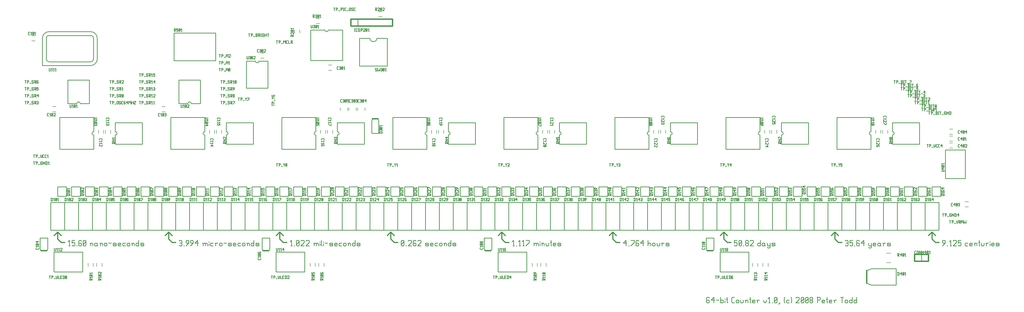
<source format=gbr>
G04 start of page 7 for group -4079 idx -4079
G04 Title: (unknown), topsilk *
G04 Creator: pcb-bin 20060822 *
G04 CreationDate: Mon Jun 23 06:34:48 2008 UTC *
G04 For: pete *
G04 Format: Gerber/RS-274X *
G04 PCB-Dimensions: 1500000 500000 *
G04 PCB-Coordinate-Origin: lower left *
%MOIN*%
%FSLAX24Y24*%
%LNFRONTSILK*%
%ADD11C,0.0150*%
%ADD12C,0.0100*%
%ADD13C,0.0080*%
%ADD14C,0.0200*%
G54D11*X138500Y12000D02*X139000D01*
X138000Y13500D02*Y12500D01*
X138500Y12000D02*X138000Y12500D01*
Y13500D02*X138500Y13000D01*
X137500D02*X138000Y13500D01*
X124000D02*Y12500D01*
X124500Y12000D02*X124000Y12500D01*
Y13500D02*X124500Y13000D01*
Y12000D02*X125000D01*
X123500Y13000D02*X124000Y13500D01*
X108000D02*X108500Y13000D01*
X108000Y13500D02*Y12500D01*
X108500Y12000D02*X108000Y12500D01*
X108500Y12000D02*X109000D01*
X107500Y13000D02*X108000Y13500D01*
X92000D02*Y12500D01*
X92500Y12000D02*X92000Y12500D01*
Y13500D02*X92500Y13000D01*
Y12000D02*X93000D01*
X91500Y13000D02*X92000Y13500D01*
X76500Y12000D02*X77000D01*
X76000Y13500D02*Y12500D01*
X76500Y12000D02*X76000Y12500D01*
Y13500D02*X76500Y13000D01*
X75500D02*X76000Y13500D01*
X60000D02*Y12500D01*
X60500Y12000D02*X61000D01*
X60500D02*X60000Y12500D01*
Y13500D02*X60500Y13000D01*
X59500D02*X60000Y13500D01*
X44000D02*X44500Y13000D01*
X44000Y13500D02*Y12500D01*
X44500Y12000D02*X44000Y12500D01*
X44500Y12000D02*X45000D01*
X43500Y13000D02*X44000Y13500D01*
X28500Y12000D02*X29000D01*
X28000Y13500D02*Y12500D01*
X28500Y12000D02*X28000Y12500D01*
Y13500D02*X28500Y13000D01*
X27500D02*X28000Y13500D01*
X12000D02*Y12500D01*
X12500Y12000D02*X12000Y12500D01*
Y13500D02*X12500Y13000D01*
Y12000D02*X13000D01*
X11500Y13000D02*X12000Y13500D01*
G54D12*X139500Y11500D02*X139900Y11900D01*
Y12200D02*Y11900D01*
X139800Y12300D02*X139900Y12200D01*
X139600Y12300D02*X139800D01*
X139500Y12200D02*X139600Y12300D01*
X139500Y12200D02*Y12000D01*
X139600Y11900D01*
X139900D01*
X140140Y11500D02*X140240D01*
X140580D02*X140780D01*
X140680Y12300D02*Y11500D01*
X140480Y12100D02*X140680Y12300D01*
X141020Y12200D02*X141120Y12300D01*
X141420D01*
X141520Y12200D01*
Y12000D01*
X141020Y11500D02*X141520Y12000D01*
X141020Y11500D02*X141520D01*
X141760Y12300D02*X142160D01*
X141760D02*Y11900D01*
X141860Y12000D01*
X142060D01*
X142160Y11900D01*
Y11600D01*
X142060Y11500D02*X142160Y11600D01*
X141860Y11500D02*X142060D01*
X141760Y11600D02*X141860Y11500D01*
X142861Y11900D02*X143161D01*
X142761Y11800D02*X142861Y11900D01*
X142761Y11800D02*Y11600D01*
X142861Y11500D01*
X143161D01*
X143501D02*X143801D01*
X143401Y11600D02*X143501Y11500D01*
X143401Y11800D02*Y11600D01*
Y11800D02*X143501Y11900D01*
X143701D01*
X143801Y11800D01*
X143401Y11700D02*X143801D01*
Y11800D02*Y11700D01*
X144141Y11800D02*Y11500D01*
Y11800D02*X144241Y11900D01*
X144341D01*
X144441Y11800D01*
Y11500D01*
X144041Y11900D02*X144141Y11800D01*
X144781Y12300D02*Y11600D01*
X144881Y11500D01*
X144681Y12000D02*X144881D01*
X145081Y11900D02*Y11600D01*
X145181Y11500D01*
X145381D01*
X145481Y11600D01*
Y11900D02*Y11600D01*
X145822Y11800D02*Y11500D01*
Y11800D02*X145922Y11900D01*
X146122D01*
X145722D02*X145822Y11800D01*
X146362Y12100D02*Y12000D01*
Y11800D02*Y11500D01*
X146662D02*X146962D01*
X146562Y11600D02*X146662Y11500D01*
X146562Y11800D02*Y11600D01*
Y11800D02*X146662Y11900D01*
X146862D01*
X146962Y11800D01*
X146562Y11700D02*X146962D01*
Y11800D02*Y11700D01*
X147302Y11500D02*X147602D01*
X147702Y11600D01*
X147602Y11700D02*X147702Y11600D01*
X147302Y11700D02*X147602D01*
X147202Y11800D02*X147302Y11700D01*
X147202Y11800D02*X147302Y11900D01*
X147602D01*
X147702Y11800D01*
X147202Y11600D02*X147302Y11500D01*
X125500Y12200D02*X125600Y12300D01*
X125800D01*
X125900Y12200D01*
Y11600D01*
X125800Y11500D02*X125900Y11600D01*
X125600Y11500D02*X125800D01*
X125500Y11600D02*X125600Y11500D01*
Y11900D02*X125900D01*
X126140Y12300D02*X126540D01*
X126140D02*Y11900D01*
X126240Y12000D01*
X126440D01*
X126540Y11900D01*
Y11600D01*
X126440Y11500D02*X126540Y11600D01*
X126240Y11500D02*X126440D01*
X126140Y11600D02*X126240Y11500D01*
X126780D02*X126880D01*
X127420Y12300D02*X127520Y12200D01*
X127220Y12300D02*X127420D01*
X127120Y12200D02*X127220Y12300D01*
X127120Y12200D02*Y11600D01*
X127220Y11500D01*
X127420Y11900D02*X127520Y11800D01*
X127120Y11900D02*X127420D01*
X127220Y11500D02*X127420D01*
X127520Y11600D01*
Y11800D02*Y11600D01*
X127760Y11900D02*X128160Y12300D01*
X127760Y11900D02*X128260D01*
X128160Y12300D02*Y11500D01*
X128861Y11900D02*Y11600D01*
X128961Y11500D01*
X129261Y11900D02*Y11300D01*
X129161Y11200D02*X129261Y11300D01*
X128961Y11200D02*X129161D01*
X128861Y11300D02*X128961Y11200D01*
Y11500D02*X129161D01*
X129261Y11600D01*
X129601Y11500D02*X129901D01*
X129501Y11600D02*X129601Y11500D01*
X129501Y11800D02*Y11600D01*
Y11800D02*X129601Y11900D01*
X129801D01*
X129901Y11800D01*
X129501Y11700D02*X129901D01*
Y11800D02*Y11700D01*
X130441Y11900D02*X130541Y11800D01*
X130241Y11900D02*X130441D01*
X130141Y11800D02*X130241Y11900D01*
X130141Y11800D02*Y11600D01*
X130241Y11500D01*
X130541Y11900D02*Y11600D01*
X130641Y11500D01*
X130241D02*X130441D01*
X130541Y11600D01*
X130981Y11800D02*Y11500D01*
Y11800D02*X131081Y11900D01*
X131281D01*
X130881D02*X130981Y11800D01*
X131621Y11500D02*X131921D01*
X132021Y11600D01*
X131921Y11700D02*X132021Y11600D01*
X131621Y11700D02*X131921D01*
X131521Y11800D02*X131621Y11700D01*
X131521Y11800D02*X131621Y11900D01*
X131921D01*
X132021Y11800D01*
X131521Y11600D02*X131621Y11500D01*
X109500Y12300D02*X109900D01*
X109500D02*Y11900D01*
X109600Y12000D01*
X109800D01*
X109900Y11900D01*
Y11600D01*
X109800Y11500D02*X109900Y11600D01*
X109600Y11500D02*X109800D01*
X109500Y11600D02*X109600Y11500D01*
X110140Y11600D02*X110240Y11500D01*
X110140Y12200D02*Y11600D01*
Y12200D02*X110240Y12300D01*
X110440D01*
X110540Y12200D01*
Y11600D01*
X110440Y11500D02*X110540Y11600D01*
X110240Y11500D02*X110440D01*
X110140Y11700D02*X110540Y12100D01*
X110780Y11500D02*X110880D01*
X111120Y11600D02*X111220Y11500D01*
X111120Y11800D02*Y11600D01*
Y11800D02*X111220Y11900D01*
X111420D01*
X111520Y11800D01*
Y11600D01*
X111420Y11500D02*X111520Y11600D01*
X111220Y11500D02*X111420D01*
X111120Y12000D02*X111220Y11900D01*
X111120Y12200D02*Y12000D01*
Y12200D02*X111220Y12300D01*
X111420D01*
X111520Y12200D01*
Y12000D01*
X111420Y11900D02*X111520Y12000D01*
X111760Y12200D02*X111860Y12300D01*
X112160D01*
X112260Y12200D01*
Y12000D01*
X111760Y11500D02*X112260Y12000D01*
X111760Y11500D02*X112260D01*
X113261Y12300D02*Y11500D01*
X113161D02*X113261Y11600D01*
X112961Y11500D02*X113161D01*
X112861Y11600D02*X112961Y11500D01*
X112861Y11800D02*Y11600D01*
Y11800D02*X112961Y11900D01*
X113161D01*
X113261Y11800D01*
X113801Y11900D02*X113901Y11800D01*
X113601Y11900D02*X113801D01*
X113501Y11800D02*X113601Y11900D01*
X113501Y11800D02*Y11600D01*
X113601Y11500D01*
X113901Y11900D02*Y11600D01*
X114001Y11500D01*
X113601D02*X113801D01*
X113901Y11600D01*
X114241Y11900D02*Y11600D01*
X114341Y11500D01*
X114641Y11900D02*Y11300D01*
X114541Y11200D02*X114641Y11300D01*
X114341Y11200D02*X114541D01*
X114241Y11300D02*X114341Y11200D01*
Y11500D02*X114541D01*
X114641Y11600D01*
X114981Y11500D02*X115281D01*
X115381Y11600D01*
X115281Y11700D02*X115381Y11600D01*
X114981Y11700D02*X115281D01*
X114881Y11800D02*X114981Y11700D01*
X114881Y11800D02*X114981Y11900D01*
X115281D01*
X115381Y11800D01*
X114881Y11600D02*X114981Y11500D01*
X93500Y11900D02*X93900Y12300D01*
X93500Y11900D02*X94000D01*
X93900Y12300D02*Y11500D01*
X94240D02*X94340D01*
X94580D02*X95080Y12000D01*
Y12300D02*Y12000D01*
X94580Y12300D02*X95080D01*
X95620D02*X95720Y12200D01*
X95420Y12300D02*X95620D01*
X95320Y12200D02*X95420Y12300D01*
X95320Y12200D02*Y11600D01*
X95420Y11500D01*
X95620Y11900D02*X95720Y11800D01*
X95320Y11900D02*X95620D01*
X95420Y11500D02*X95620D01*
X95720Y11600D01*
Y11800D02*Y11600D01*
X95960Y11900D02*X96360Y12300D01*
X95960Y11900D02*X96460D01*
X96360Y12300D02*Y11500D01*
X97061Y12300D02*Y11500D01*
Y11800D02*X97161Y11900D01*
X97361D01*
X97461Y11800D01*
Y11500D01*
X97701Y11800D02*Y11600D01*
Y11800D02*X97801Y11900D01*
X98001D01*
X98101Y11800D01*
Y11600D01*
X98001Y11500D02*X98101Y11600D01*
X97801Y11500D02*X98001D01*
X97701Y11600D02*X97801Y11500D01*
X98341Y11900D02*Y11600D01*
X98441Y11500D01*
X98641D01*
X98741Y11600D01*
Y11900D02*Y11600D01*
X99081Y11800D02*Y11500D01*
Y11800D02*X99181Y11900D01*
X99381D01*
X98981D02*X99081Y11800D01*
X99721Y11500D02*X100021D01*
X100121Y11600D01*
X100021Y11700D02*X100121Y11600D01*
X99721Y11700D02*X100021D01*
X99621Y11800D02*X99721Y11700D01*
X99621Y11800D02*X99721Y11900D01*
X100021D01*
X100121Y11800D01*
X99621Y11600D02*X99721Y11500D01*
X105800Y4050D02*X105900Y3950D01*
X105600Y4050D02*X105800D01*
X105500Y3950D02*X105600Y4050D01*
X105500Y3950D02*Y3350D01*
X105600Y3250D01*
X105800Y3650D02*X105900Y3550D01*
X105500Y3650D02*X105800D01*
X105600Y3250D02*X105800D01*
X105900Y3350D01*
Y3550D02*Y3350D01*
X106140Y3650D02*X106540Y4050D01*
X106140Y3650D02*X106640D01*
X106540Y4050D02*Y3250D01*
X106880Y3650D02*X107280D01*
X107520Y4050D02*Y3250D01*
Y3350D02*X107620Y3250D01*
X107820D01*
X107920Y3350D01*
Y3550D02*Y3350D01*
X107820Y3650D02*X107920Y3550D01*
X107620Y3650D02*X107820D01*
X107520Y3550D02*X107620Y3650D01*
X108160Y3850D02*Y3750D01*
Y3550D02*Y3250D01*
X108461Y4050D02*Y3350D01*
X108561Y3250D01*
X108361Y3750D02*X108561D01*
X109221Y3250D02*X109521D01*
X109121Y3350D02*X109221Y3250D01*
X109121Y3950D02*Y3350D01*
Y3950D02*X109221Y4050D01*
X109521D01*
X109761Y3550D02*Y3350D01*
Y3550D02*X109861Y3650D01*
X110061D01*
X110161Y3550D01*
Y3350D01*
X110061Y3250D02*X110161Y3350D01*
X109861Y3250D02*X110061D01*
X109761Y3350D02*X109861Y3250D01*
X110401Y3650D02*Y3350D01*
X110501Y3250D01*
X110701D01*
X110801Y3350D01*
Y3650D02*Y3350D01*
X111141Y3550D02*Y3250D01*
Y3550D02*X111241Y3650D01*
X111341D01*
X111441Y3550D01*
Y3250D01*
X111041Y3650D02*X111141Y3550D01*
X111782Y4050D02*Y3350D01*
X111882Y3250D01*
X111682Y3750D02*X111882D01*
X112182Y3250D02*X112482D01*
X112082Y3350D02*X112182Y3250D01*
X112082Y3550D02*Y3350D01*
Y3550D02*X112182Y3650D01*
X112382D01*
X112482Y3550D01*
X112082Y3450D02*X112482D01*
Y3550D02*Y3450D01*
X112822Y3550D02*Y3250D01*
Y3550D02*X112922Y3650D01*
X113122D01*
X112722D02*X112822Y3550D01*
X113722Y3650D02*Y3450D01*
X113922Y3250D01*
X114122Y3450D01*
Y3650D02*Y3450D01*
X114462Y3250D02*X114662D01*
X114562Y4050D02*Y3250D01*
X114362Y3850D02*X114562Y4050D01*
X114903Y3250D02*X115003D01*
X115243Y3350D02*X115343Y3250D01*
X115243Y3950D02*Y3350D01*
Y3950D02*X115343Y4050D01*
X115543D01*
X115643Y3950D01*
Y3350D01*
X115543Y3250D02*X115643Y3350D01*
X115343Y3250D02*X115543D01*
X115243Y3450D02*X115643Y3850D01*
X115883Y3050D02*X116083Y3250D01*
X116683Y3350D02*X116783Y3250D01*
X116683Y3950D02*X116783Y4050D01*
X116683Y3950D02*Y3350D01*
X117123Y3650D02*X117423D01*
X117023Y3550D02*X117123Y3650D01*
X117023Y3550D02*Y3350D01*
X117123Y3250D01*
X117423D01*
X117664Y4050D02*X117764Y3950D01*
Y3350D01*
X117664Y3250D02*X117764Y3350D01*
X118364Y3950D02*X118464Y4050D01*
X118764D01*
X118864Y3950D01*
Y3750D01*
X118364Y3250D02*X118864Y3750D01*
X118364Y3250D02*X118864D01*
X119104Y3350D02*X119204Y3250D01*
X119104Y3950D02*Y3350D01*
Y3950D02*X119204Y4050D01*
X119404D01*
X119504Y3950D01*
Y3350D01*
X119404Y3250D02*X119504Y3350D01*
X119204Y3250D02*X119404D01*
X119104Y3450D02*X119504Y3850D01*
X119744Y3350D02*X119844Y3250D01*
X119744Y3950D02*Y3350D01*
Y3950D02*X119844Y4050D01*
X120044D01*
X120144Y3950D01*
Y3350D01*
X120044Y3250D02*X120144Y3350D01*
X119844Y3250D02*X120044D01*
X119744Y3450D02*X120144Y3850D01*
X120384Y3350D02*X120484Y3250D01*
X120384Y3550D02*Y3350D01*
Y3550D02*X120484Y3650D01*
X120684D01*
X120784Y3550D01*
Y3350D01*
X120684Y3250D02*X120784Y3350D01*
X120484Y3250D02*X120684D01*
X120384Y3750D02*X120484Y3650D01*
X120384Y3950D02*Y3750D01*
Y3950D02*X120484Y4050D01*
X120684D01*
X120784Y3950D01*
Y3750D01*
X120684Y3650D02*X120784Y3750D01*
X121485Y4050D02*Y3250D01*
X121385Y4050D02*X121785D01*
X121885Y3950D01*
Y3750D01*
X121785Y3650D02*X121885Y3750D01*
X121485Y3650D02*X121785D01*
X122225Y3250D02*X122525D01*
X122125Y3350D02*X122225Y3250D01*
X122125Y3550D02*Y3350D01*
Y3550D02*X122225Y3650D01*
X122425D01*
X122525Y3550D01*
X122125Y3450D02*X122525D01*
Y3550D02*Y3450D01*
X122865Y4050D02*Y3350D01*
X122965Y3250D01*
X122765Y3750D02*X122965D01*
X123265Y3250D02*X123565D01*
X123165Y3350D02*X123265Y3250D01*
X123165Y3550D02*Y3350D01*
Y3550D02*X123265Y3650D01*
X123465D01*
X123565Y3550D01*
X123165Y3450D02*X123565D01*
Y3550D02*Y3450D01*
X123905Y3550D02*Y3250D01*
Y3550D02*X124005Y3650D01*
X124205D01*
X123805D02*X123905Y3550D01*
X124806Y4050D02*X125206D01*
X125006D02*Y3250D01*
X125446Y3550D02*Y3350D01*
Y3550D02*X125546Y3650D01*
X125746D01*
X125846Y3550D01*
Y3350D01*
X125746Y3250D02*X125846Y3350D01*
X125546Y3250D02*X125746D01*
X125446Y3350D02*X125546Y3250D01*
X126486Y4050D02*Y3250D01*
X126386D02*X126486Y3350D01*
X126186Y3250D02*X126386D01*
X126086Y3350D02*X126186Y3250D01*
X126086Y3550D02*Y3350D01*
Y3550D02*X126186Y3650D01*
X126386D01*
X126486Y3550D01*
X127126Y4050D02*Y3250D01*
X127026D02*X127126Y3350D01*
X126826Y3250D02*X127026D01*
X126726Y3350D02*X126826Y3250D01*
X126726Y3550D02*Y3350D01*
Y3550D02*X126826Y3650D01*
X127026D01*
X127126Y3550D01*
X61500Y11600D02*X61600Y11500D01*
X61500Y12200D02*Y11600D01*
Y12200D02*X61600Y12300D01*
X61800D01*
X61900Y12200D01*
Y11600D01*
X61800Y11500D02*X61900Y11600D01*
X61600Y11500D02*X61800D01*
X61500Y11700D02*X61900Y12100D01*
X62140Y11500D02*X62240D01*
X62480Y12200D02*X62580Y12300D01*
X62880D01*
X62980Y12200D01*
Y12000D01*
X62480Y11500D02*X62980Y12000D01*
X62480Y11500D02*X62980D01*
X63520Y12300D02*X63620Y12200D01*
X63320Y12300D02*X63520D01*
X63220Y12200D02*X63320Y12300D01*
X63220Y12200D02*Y11600D01*
X63320Y11500D01*
X63520Y11900D02*X63620Y11800D01*
X63220Y11900D02*X63520D01*
X63320Y11500D02*X63520D01*
X63620Y11600D01*
Y11800D02*Y11600D01*
X63860Y12200D02*X63960Y12300D01*
X64260D01*
X64360Y12200D01*
Y12000D01*
X63860Y11500D02*X64360Y12000D01*
X63860Y11500D02*X64360D01*
X65061D02*X65361D01*
X65461Y11600D01*
X65361Y11700D02*X65461Y11600D01*
X65061Y11700D02*X65361D01*
X64961Y11800D02*X65061Y11700D01*
X64961Y11800D02*X65061Y11900D01*
X65361D01*
X65461Y11800D01*
X64961Y11600D02*X65061Y11500D01*
X65801D02*X66101D01*
X65701Y11600D02*X65801Y11500D01*
X65701Y11800D02*Y11600D01*
Y11800D02*X65801Y11900D01*
X66001D01*
X66101Y11800D01*
X65701Y11700D02*X66101D01*
Y11800D02*Y11700D01*
X66441Y11900D02*X66741D01*
X66341Y11800D02*X66441Y11900D01*
X66341Y11800D02*Y11600D01*
X66441Y11500D01*
X66741D01*
X66981Y11800D02*Y11600D01*
Y11800D02*X67081Y11900D01*
X67281D01*
X67381Y11800D01*
Y11600D01*
X67281Y11500D02*X67381Y11600D01*
X67081Y11500D02*X67281D01*
X66981Y11600D02*X67081Y11500D01*
X67721Y11800D02*Y11500D01*
Y11800D02*X67821Y11900D01*
X67921D01*
X68021Y11800D01*
Y11500D01*
X67621Y11900D02*X67721Y11800D01*
X68662Y12300D02*Y11500D01*
X68562D02*X68662Y11600D01*
X68362Y11500D02*X68562D01*
X68262Y11600D02*X68362Y11500D01*
X68262Y11800D02*Y11600D01*
Y11800D02*X68362Y11900D01*
X68562D01*
X68662Y11800D01*
X69002Y11500D02*X69302D01*
X69402Y11600D01*
X69302Y11700D02*X69402Y11600D01*
X69002Y11700D02*X69302D01*
X68902Y11800D02*X69002Y11700D01*
X68902Y11800D02*X69002Y11900D01*
X69302D01*
X69402Y11800D01*
X68902Y11600D02*X69002Y11500D01*
X45600D02*X45800D01*
X45700Y12300D02*Y11500D01*
X45500Y12100D02*X45700Y12300D01*
X46040Y11500D02*X46140D01*
X46380Y11600D02*X46480Y11500D01*
X46380Y12200D02*Y11600D01*
Y12200D02*X46480Y12300D01*
X46680D01*
X46780Y12200D01*
Y11600D01*
X46680Y11500D02*X46780Y11600D01*
X46480Y11500D02*X46680D01*
X46380Y11700D02*X46780Y12100D01*
X47020Y12200D02*X47120Y12300D01*
X47420D01*
X47520Y12200D01*
Y12000D01*
X47020Y11500D02*X47520Y12000D01*
X47020Y11500D02*X47520D01*
X47760Y12200D02*X47860Y12300D01*
X48160D01*
X48260Y12200D01*
Y12000D01*
X47760Y11500D02*X48260Y12000D01*
X47760Y11500D02*X48260D01*
X48961Y11800D02*Y11500D01*
Y11800D02*X49061Y11900D01*
X49161D01*
X49261Y11800D01*
Y11500D01*
Y11800D02*X49361Y11900D01*
X49461D01*
X49561Y11800D01*
Y11500D01*
X48861Y11900D02*X48961Y11800D01*
X49801Y12100D02*Y12000D01*
Y11800D02*Y11500D01*
X50001Y12300D02*Y11600D01*
X50101Y11500D01*
X50301Y12100D02*Y12000D01*
Y11800D02*Y11500D01*
X50501Y11900D02*X50901D01*
X51242Y11500D02*X51542D01*
X51642Y11600D01*
X51542Y11700D02*X51642Y11600D01*
X51242Y11700D02*X51542D01*
X51142Y11800D02*X51242Y11700D01*
X51142Y11800D02*X51242Y11900D01*
X51542D01*
X51642Y11800D01*
X51142Y11600D02*X51242Y11500D01*
X51982D02*X52282D01*
X51882Y11600D02*X51982Y11500D01*
X51882Y11800D02*Y11600D01*
Y11800D02*X51982Y11900D01*
X52182D01*
X52282Y11800D01*
X51882Y11700D02*X52282D01*
Y11800D02*Y11700D01*
X52622Y11900D02*X52922D01*
X52522Y11800D02*X52622Y11900D01*
X52522Y11800D02*Y11600D01*
X52622Y11500D01*
X52922D01*
X53162Y11800D02*Y11600D01*
Y11800D02*X53262Y11900D01*
X53462D01*
X53562Y11800D01*
Y11600D01*
X53462Y11500D02*X53562Y11600D01*
X53262Y11500D02*X53462D01*
X53162Y11600D02*X53262Y11500D01*
X53902Y11800D02*Y11500D01*
Y11800D02*X54002Y11900D01*
X54102D01*
X54202Y11800D01*
Y11500D01*
X53802Y11900D02*X53902Y11800D01*
X54843Y12300D02*Y11500D01*
X54743D02*X54843Y11600D01*
X54543Y11500D02*X54743D01*
X54443Y11600D02*X54543Y11500D01*
X54443Y11800D02*Y11600D01*
Y11800D02*X54543Y11900D01*
X54743D01*
X54843Y11800D01*
X55183Y11500D02*X55483D01*
X55583Y11600D01*
X55483Y11700D02*X55583Y11600D01*
X55183Y11700D02*X55483D01*
X55083Y11800D02*X55183Y11700D01*
X55083Y11800D02*X55183Y11900D01*
X55483D01*
X55583Y11800D01*
X55083Y11600D02*X55183Y11500D01*
X77600D02*X77800D01*
X77700Y12300D02*Y11500D01*
X77500Y12100D02*X77700Y12300D01*
X78040Y11500D02*X78140D01*
X78480D02*X78680D01*
X78580Y12300D02*Y11500D01*
X78380Y12100D02*X78580Y12300D01*
X79020Y11500D02*X79220D01*
X79120Y12300D02*Y11500D01*
X78920Y12100D02*X79120Y12300D01*
X79460Y11500D02*X79960Y12000D01*
Y12300D02*Y12000D01*
X79460Y12300D02*X79960D01*
X80661Y11800D02*Y11500D01*
Y11800D02*X80761Y11900D01*
X80861D01*
X80961Y11800D01*
Y11500D01*
Y11800D02*X81061Y11900D01*
X81161D01*
X81261Y11800D01*
Y11500D01*
X80561Y11900D02*X80661Y11800D01*
X81501Y12100D02*Y12000D01*
Y11800D02*Y11500D01*
X81801Y11800D02*Y11500D01*
Y11800D02*X81901Y11900D01*
X82001D01*
X82101Y11800D01*
Y11500D01*
X81701Y11900D02*X81801Y11800D01*
X82341Y11900D02*Y11600D01*
X82441Y11500D01*
X82641D01*
X82741Y11600D01*
Y11900D02*Y11600D01*
X83081Y12300D02*Y11600D01*
X83181Y11500D01*
X82981Y12000D02*X83181D01*
X83482Y11500D02*X83782D01*
X83382Y11600D02*X83482Y11500D01*
X83382Y11800D02*Y11600D01*
Y11800D02*X83482Y11900D01*
X83682D01*
X83782Y11800D01*
X83382Y11700D02*X83782D01*
Y11800D02*Y11700D01*
X84122Y11500D02*X84422D01*
X84522Y11600D01*
X84422Y11700D02*X84522Y11600D01*
X84122Y11700D02*X84422D01*
X84022Y11800D02*X84122Y11700D01*
X84022Y11800D02*X84122Y11900D01*
X84422D01*
X84522Y11800D01*
X84022Y11600D02*X84122Y11500D01*
X29500Y12200D02*X29600Y12300D01*
X29800D01*
X29900Y12200D01*
Y11600D01*
X29800Y11500D02*X29900Y11600D01*
X29600Y11500D02*X29800D01*
X29500Y11600D02*X29600Y11500D01*
Y11900D02*X29900D01*
X30140Y11500D02*X30240D01*
X30480D02*X30880Y11900D01*
Y12200D02*Y11900D01*
X30780Y12300D02*X30880Y12200D01*
X30580Y12300D02*X30780D01*
X30480Y12200D02*X30580Y12300D01*
X30480Y12200D02*Y12000D01*
X30580Y11900D01*
X30880D01*
X31120Y11500D02*X31520Y11900D01*
Y12200D02*Y11900D01*
X31420Y12300D02*X31520Y12200D01*
X31220Y12300D02*X31420D01*
X31120Y12200D02*X31220Y12300D01*
X31120Y12200D02*Y12000D01*
X31220Y11900D01*
X31520D01*
X31760D02*X32160Y12300D01*
X31760Y11900D02*X32260D01*
X32160Y12300D02*Y11500D01*
X32961Y11800D02*Y11500D01*
Y11800D02*X33061Y11900D01*
X33161D01*
X33261Y11800D01*
Y11500D01*
Y11800D02*X33361Y11900D01*
X33461D01*
X33561Y11800D01*
Y11500D01*
X32861Y11900D02*X32961Y11800D01*
X33801Y12100D02*Y12000D01*
Y11800D02*Y11500D01*
X34101Y11900D02*X34401D01*
X34001Y11800D02*X34101Y11900D01*
X34001Y11800D02*Y11600D01*
X34101Y11500D01*
X34401D01*
X34741Y11800D02*Y11500D01*
Y11800D02*X34841Y11900D01*
X35041D01*
X34641D02*X34741Y11800D01*
X35281D02*Y11600D01*
Y11800D02*X35381Y11900D01*
X35581D01*
X35681Y11800D01*
Y11600D01*
X35581Y11500D02*X35681Y11600D01*
X35381Y11500D02*X35581D01*
X35281Y11600D02*X35381Y11500D01*
X35922Y11900D02*X36322D01*
X36662Y11500D02*X36962D01*
X37062Y11600D01*
X36962Y11700D02*X37062Y11600D01*
X36662Y11700D02*X36962D01*
X36562Y11800D02*X36662Y11700D01*
X36562Y11800D02*X36662Y11900D01*
X36962D01*
X37062Y11800D01*
X36562Y11600D02*X36662Y11500D01*
X37402D02*X37702D01*
X37302Y11600D02*X37402Y11500D01*
X37302Y11800D02*Y11600D01*
Y11800D02*X37402Y11900D01*
X37602D01*
X37702Y11800D01*
X37302Y11700D02*X37702D01*
Y11800D02*Y11700D01*
X38042Y11900D02*X38342D01*
X37942Y11800D02*X38042Y11900D01*
X37942Y11800D02*Y11600D01*
X38042Y11500D01*
X38342D01*
X38582Y11800D02*Y11600D01*
Y11800D02*X38682Y11900D01*
X38882D01*
X38982Y11800D01*
Y11600D01*
X38882Y11500D02*X38982Y11600D01*
X38682Y11500D02*X38882D01*
X38582Y11600D02*X38682Y11500D01*
X39323Y11800D02*Y11500D01*
Y11800D02*X39423Y11900D01*
X39523D01*
X39623Y11800D01*
Y11500D01*
X39223Y11900D02*X39323Y11800D01*
X40263Y12300D02*Y11500D01*
X40163D02*X40263Y11600D01*
X39963Y11500D02*X40163D01*
X39863Y11600D02*X39963Y11500D01*
X39863Y11800D02*Y11600D01*
Y11800D02*X39963Y11900D01*
X40163D01*
X40263Y11800D01*
X40603Y11500D02*X40903D01*
X41003Y11600D01*
X40903Y11700D02*X41003Y11600D01*
X40603Y11700D02*X40903D01*
X40503Y11800D02*X40603Y11700D01*
X40503Y11800D02*X40603Y11900D01*
X40903D01*
X41003Y11800D01*
X40503Y11600D02*X40603Y11500D01*
X13600D02*X13800D01*
X13700Y12300D02*Y11500D01*
X13500Y12100D02*X13700Y12300D01*
X14040D02*X14440D01*
X14040D02*Y11900D01*
X14140Y12000D01*
X14340D01*
X14440Y11900D01*
Y11600D01*
X14340Y11500D02*X14440Y11600D01*
X14140Y11500D02*X14340D01*
X14040Y11600D02*X14140Y11500D01*
X14680D02*X14780D01*
X15320Y12300D02*X15420Y12200D01*
X15120Y12300D02*X15320D01*
X15020Y12200D02*X15120Y12300D01*
X15020Y12200D02*Y11600D01*
X15120Y11500D01*
X15320Y11900D02*X15420Y11800D01*
X15020Y11900D02*X15320D01*
X15120Y11500D02*X15320D01*
X15420Y11600D01*
Y11800D02*Y11600D01*
X15660D02*X15760Y11500D01*
X15660Y12200D02*Y11600D01*
Y12200D02*X15760Y12300D01*
X15960D01*
X16060Y12200D01*
Y11600D01*
X15960Y11500D02*X16060Y11600D01*
X15760Y11500D02*X15960D01*
X15660Y11700D02*X16060Y12100D01*
X16761Y11800D02*Y11500D01*
Y11800D02*X16861Y11900D01*
X16961D01*
X17061Y11800D01*
Y11500D01*
X16661Y11900D02*X16761Y11800D01*
X17601Y11900D02*X17701Y11800D01*
X17401Y11900D02*X17601D01*
X17301Y11800D02*X17401Y11900D01*
X17301Y11800D02*Y11600D01*
X17401Y11500D01*
X17701Y11900D02*Y11600D01*
X17801Y11500D01*
X17401D02*X17601D01*
X17701Y11600D01*
X18141Y11800D02*Y11500D01*
Y11800D02*X18241Y11900D01*
X18341D01*
X18441Y11800D01*
Y11500D01*
X18041Y11900D02*X18141Y11800D01*
X18681D02*Y11600D01*
Y11800D02*X18781Y11900D01*
X18981D01*
X19081Y11800D01*
Y11600D01*
X18981Y11500D02*X19081Y11600D01*
X18781Y11500D02*X18981D01*
X18681Y11600D02*X18781Y11500D01*
X19321Y11900D02*X19721D01*
X20062Y11500D02*X20362D01*
X20462Y11600D01*
X20362Y11700D02*X20462Y11600D01*
X20062Y11700D02*X20362D01*
X19962Y11800D02*X20062Y11700D01*
X19962Y11800D02*X20062Y11900D01*
X20362D01*
X20462Y11800D01*
X19962Y11600D02*X20062Y11500D01*
X20802D02*X21102D01*
X20702Y11600D02*X20802Y11500D01*
X20702Y11800D02*Y11600D01*
Y11800D02*X20802Y11900D01*
X21002D01*
X21102Y11800D01*
X20702Y11700D02*X21102D01*
Y11800D02*Y11700D01*
X21442Y11900D02*X21742D01*
X21342Y11800D02*X21442Y11900D01*
X21342Y11800D02*Y11600D01*
X21442Y11500D01*
X21742D01*
X21982Y11800D02*Y11600D01*
Y11800D02*X22082Y11900D01*
X22282D01*
X22382Y11800D01*
Y11600D01*
X22282Y11500D02*X22382Y11600D01*
X22082Y11500D02*X22282D01*
X21982Y11600D02*X22082Y11500D01*
X22722Y11800D02*Y11500D01*
Y11800D02*X22822Y11900D01*
X22922D01*
X23022Y11800D01*
Y11500D01*
X22622Y11900D02*X22722Y11800D01*
X23663Y12300D02*Y11500D01*
X23563D02*X23663Y11600D01*
X23363Y11500D02*X23563D01*
X23263Y11600D02*X23363Y11500D01*
X23263Y11800D02*Y11600D01*
Y11800D02*X23363Y11900D01*
X23563D01*
X23663Y11800D01*
X24003Y11500D02*X24303D01*
X24403Y11600D01*
X24303Y11700D02*X24403Y11600D01*
X24003Y11700D02*X24303D01*
X23903Y11800D02*X24003Y11700D01*
X23903Y11800D02*X24003Y11900D01*
X24303D01*
X24403Y11800D01*
X23903Y11600D02*X24003Y11500D01*
X139920Y21210D02*X142770D01*
X139920Y25350D02*Y21210D01*
Y25350D02*X142770D01*
Y21210D01*
G54D13*X140513Y26374D02*X140986D01*
X140513Y25626D02*X140986D01*
X140513Y27374D02*X140986D01*
X140513Y26626D02*X140986D01*
X140513Y28374D02*X140986D01*
X140513Y27626D02*X140986D01*
X142763Y17126D02*X143236D01*
X142763Y17874D02*X143236D01*
G54D12*X137000Y13750D02*X139000D01*
X137000Y17750D02*Y13750D01*
Y17750D02*X139000D01*
Y13750D01*
X135500Y10250D02*X136500D01*
Y9250D01*
G54D14*X135500Y10250D02*Y9250D01*
Y10250D02*X137500D01*
Y9250D01*
X135500D02*X137500D01*
G54D12*X135000Y13750D02*X137000D01*
X135000Y17750D02*Y13750D01*
Y17750D02*X137000D01*
Y13750D01*
X133000D02*X135000D01*
X133000Y17750D02*Y13750D01*
Y17750D02*X135000D01*
Y13750D01*
X131000D02*X133000D01*
X131000Y17750D02*Y13750D01*
Y17750D02*X133000D01*
Y13750D01*
X129000D02*X131000D01*
X129000Y17750D02*Y13750D01*
Y17750D02*X131000D01*
Y13750D01*
X129300Y8180D02*X128580Y7920D01*
X132820Y8180D02*X129300D01*
X132820Y5820D02*Y8180D01*
X129300Y5820D02*X132820D01*
X128580Y6080D02*X129300Y5820D01*
G54D14*X128580Y7920D02*Y6080D01*
G54D13*X131435Y10438D02*X132064D01*
X131435Y9061D02*X132064D01*
G54D12*X127000Y13750D02*X129000D01*
X127000Y17750D02*Y13750D01*
Y17750D02*X129000D01*
Y13750D01*
X132300Y26200D02*X136200D01*
Y29300D02*Y26200D01*
X132300Y29300D02*X136200D01*
X132300Y27500D02*Y26200D01*
Y29300D02*Y28000D01*
Y27500D02*G75*G03X132300Y28000I0J250D01*G01*
G54D13*X129876Y28236D02*Y27763D01*
X130624Y28236D02*Y27763D01*
X130876Y28236D02*Y27763D01*
X131624Y28236D02*Y27763D01*
G54D12*X129200Y27500D02*Y25450D01*
Y30050D02*Y28000D01*
X124300Y25450D02*X129200D01*
X124300Y30050D02*Y25450D01*
Y30050D02*X129200D01*
Y28000D02*G75*G03X129200Y27500I0J-250D01*G01*
X125000Y13750D02*X127000D01*
X125000Y17750D02*Y13750D01*
Y17750D02*X127000D01*
Y13750D01*
X123000D02*X125000D01*
X123000Y17750D02*Y13750D01*
Y17750D02*X125000D01*
Y13750D01*
X121000D02*X123000D01*
X121000Y17750D02*Y13750D01*
Y17750D02*X123000D01*
Y13750D01*
X119000D02*X121000D01*
X119000Y17750D02*Y13750D01*
Y17750D02*X121000D01*
Y13750D01*
X117000D02*X119000D01*
X117000Y17750D02*Y13750D01*
Y17750D02*X119000D01*
Y13750D01*
X115000D02*X117000D01*
X115000Y17750D02*Y13750D01*
Y17750D02*X117000D01*
Y13750D01*
X115970Y18650D02*X117250D01*
X115970Y20040D02*Y18650D01*
Y20040D02*X117250D01*
Y18650D01*
X113970D02*X115250D01*
X113970Y20040D02*Y18650D01*
Y20040D02*X115250D01*
Y18650D01*
X111970D02*X113250D01*
X111970Y20040D02*Y18650D01*
Y20040D02*X113250D01*
Y18650D01*
X109970D02*X111250D01*
X109970Y20040D02*Y18650D01*
Y20040D02*X111250D01*
Y18650D01*
X107970D02*X109250D01*
X107970Y20040D02*Y18650D01*
Y20040D02*X109250D01*
Y18650D01*
X119970D02*X121250D01*
X119970Y20040D02*Y18650D01*
Y20040D02*X121250D01*
Y18650D01*
X121970D02*X123250D01*
X121970Y20040D02*Y18650D01*
Y20040D02*X123250D01*
Y18650D01*
X117970D02*X119250D01*
X117970Y20040D02*Y18650D01*
Y20040D02*X119250D01*
Y18650D01*
X116300Y26200D02*X120200D01*
Y29300D02*Y26200D01*
X116300Y29300D02*X120200D01*
X116300Y27500D02*Y26200D01*
Y29300D02*Y28000D01*
Y27500D02*G75*G03X116300Y28000I0J250D01*G01*
X113000Y13750D02*X115000D01*
X113000Y17750D02*Y13750D01*
Y17750D02*X115000D01*
Y13750D01*
X111000D02*X113000D01*
X111000Y17750D02*Y13750D01*
Y17750D02*X113000D01*
Y13750D01*
X109000D02*X111000D01*
X109000Y17750D02*Y13750D01*
Y17750D02*X111000D01*
Y13750D01*
G54D13*X114876Y28236D02*Y27763D01*
X115624Y28236D02*Y27763D01*
X113876Y28236D02*Y27763D01*
X114624Y28236D02*Y27763D01*
G54D12*X113200Y27500D02*Y25450D01*
Y30050D02*Y28000D01*
X108300Y25450D02*X113200D01*
X108300Y30050D02*Y25450D01*
Y30050D02*X113200D01*
Y28000D02*G75*G03X113200Y27500I0J-250D01*G01*
X105970Y18650D02*X107250D01*
X105970Y20040D02*Y18650D01*
Y20040D02*X107250D01*
Y18650D01*
X105000Y13750D02*X107000D01*
X105000Y17750D02*Y13750D01*
Y17750D02*X107000D01*
Y13750D01*
X103000D02*X105000D01*
X103000Y17750D02*Y13750D01*
Y17750D02*X105000D01*
Y13750D01*
X107000D02*X109000D01*
X107000Y17750D02*Y13750D01*
Y17750D02*X109000D01*
Y13750D01*
X101000D02*X103000D01*
X101000Y17750D02*Y13750D01*
Y17750D02*X103000D01*
Y13750D01*
X100300Y26200D02*X104200D01*
Y29300D02*Y26200D01*
X100300Y29300D02*X104200D01*
X100300Y27500D02*Y26200D01*
Y29300D02*Y28000D01*
Y27500D02*G75*G03X100300Y28000I0J250D01*G01*
X103970Y18650D02*X105250D01*
X103970Y20040D02*Y18650D01*
Y20040D02*X105250D01*
Y18650D01*
X101970D02*X103250D01*
X101970Y20040D02*Y18650D01*
Y20040D02*X103250D01*
Y18650D01*
X99970D02*X101250D01*
X99970Y20040D02*Y18650D01*
Y20040D02*X101250D01*
Y18650D01*
X97970D02*X99250D01*
X97970Y20040D02*Y18650D01*
Y20040D02*X99250D01*
Y18650D01*
G54D13*X98876Y28236D02*Y27763D01*
X99624Y28236D02*Y27763D01*
X97876Y28236D02*Y27763D01*
X98624Y28236D02*Y27763D01*
G54D12*X93000Y13750D02*X95000D01*
X93000Y17750D02*Y13750D01*
Y17750D02*X95000D01*
Y13750D01*
X99000D02*X101000D01*
X99000Y17750D02*Y13750D01*
Y17750D02*X101000D01*
Y13750D01*
X97000D02*X99000D01*
X97000Y17750D02*Y13750D01*
Y17750D02*X99000D01*
Y13750D01*
X95000D02*X97000D01*
X95000Y17750D02*Y13750D01*
Y17750D02*X97000D01*
Y13750D01*
X91000D02*X93000D01*
X91000Y17750D02*Y13750D01*
Y17750D02*X93000D01*
Y13750D01*
X89000D02*X91000D01*
X89000Y17750D02*Y13750D01*
Y17750D02*X91000D01*
Y13750D01*
X135970Y18650D02*X137250D01*
X135970Y20040D02*Y18650D01*
Y20040D02*X137250D01*
Y18650D01*
X133970D02*X135250D01*
X133970Y20040D02*Y18650D01*
Y20040D02*X135250D01*
Y18650D01*
X137970D02*X139250D01*
X137970Y20040D02*Y18650D01*
Y20040D02*X139250D01*
Y18650D01*
X131970D02*X133250D01*
X131970Y20040D02*Y18650D01*
Y20040D02*X133250D01*
Y18650D01*
X129970D02*X131250D01*
X129970Y20040D02*Y18650D01*
Y20040D02*X131250D01*
Y18650D01*
X127970D02*X129250D01*
X127970Y20040D02*Y18650D01*
Y20040D02*X129250D01*
Y18650D01*
X125970D02*X127250D01*
X125970Y20040D02*Y18650D01*
Y20040D02*X127250D01*
Y18650D01*
X123970D02*X125250D01*
X123970Y20040D02*Y18650D01*
Y20040D02*X125250D01*
Y18650D01*
X95970D02*X97250D01*
X95970Y20040D02*Y18650D01*
Y20040D02*X97250D01*
Y18650D01*
X89970D02*X91250D01*
X89970Y20040D02*Y18650D01*
Y20040D02*X91250D01*
Y18650D01*
X91970D02*X93250D01*
X91970Y20040D02*Y18650D01*
Y20040D02*X93250D01*
Y18650D01*
X87970D02*X89250D01*
X87970Y20040D02*Y18650D01*
Y20040D02*X89250D01*
Y18650D01*
X93970D02*X95250D01*
X93970Y20040D02*Y18650D01*
Y20040D02*X95250D01*
Y18650D01*
X85970D02*X87250D01*
X85970Y20040D02*Y18650D01*
Y20040D02*X87250D01*
Y18650D01*
G54D13*X112874Y8986D02*Y8513D01*
X112126Y8986D02*Y8513D01*
X113626Y8986D02*Y8513D01*
X114374Y8986D02*Y8513D01*
G54D12*X107460Y10580D02*Y7730D01*
Y10580D02*X111600D01*
Y7730D01*
X107460D02*X111600D01*
G54D14*X105570Y10790D02*X106430D01*
G54D12*X106550Y11030D01*
Y12610D02*Y11030D01*
X105450Y12610D02*X106550D01*
X105450D02*Y11030D01*
X105570Y10790D01*
X83000Y13750D02*X85000D01*
X83000Y17750D02*Y13750D01*
Y17750D02*X85000D01*
Y13750D01*
X87000D01*
X85000Y17750D02*Y13750D01*
Y17750D02*X87000D01*
Y13750D01*
X81000D02*X83000D01*
X81000Y17750D02*Y13750D01*
Y17750D02*X83000D01*
Y13750D01*
X87000D02*X89000D01*
X87000Y17750D02*Y13750D01*
Y17750D02*X89000D01*
Y13750D01*
X79000D02*X81000D01*
X79000Y17750D02*Y13750D01*
Y17750D02*X81000D01*
Y13750D01*
G54D13*X81124Y8986D02*Y8513D01*
X80376Y8986D02*Y8513D01*
G54D12*X77000Y13750D02*X79000D01*
X77000Y17750D02*Y13750D01*
Y17750D02*X79000D01*
Y13750D01*
G54D13*X81626Y8986D02*Y8513D01*
X82374Y8986D02*Y8513D01*
G54D12*X75460Y10580D02*Y7730D01*
Y10580D02*X79600D01*
Y7730D01*
X75460D02*X79600D01*
X75000Y13750D02*X77000D01*
X75000Y17750D02*Y13750D01*
Y17750D02*X77000D01*
Y13750D01*
G54D14*X73570Y10790D02*X74430D01*
G54D12*X74550Y11030D01*
Y12610D02*Y11030D01*
X73450Y12610D02*X74550D01*
X73450D02*Y11030D01*
X73570Y10790D01*
X73000Y13750D02*X75000D01*
X73000Y17750D02*Y13750D01*
Y17750D02*X75000D01*
Y13750D01*
X71000D02*X73000D01*
X71000Y17750D02*Y13750D01*
Y17750D02*X73000D01*
Y13750D01*
X83970Y18650D02*X85250D01*
X83970Y20040D02*Y18650D01*
Y20040D02*X85250D01*
Y18650D01*
X81970D02*X83250D01*
X81970Y20040D02*Y18650D01*
Y20040D02*X83250D01*
Y18650D01*
X77970D02*X79250D01*
X77970Y20040D02*Y18650D01*
Y20040D02*X79250D01*
Y18650D01*
X75970D02*X77250D01*
X75970Y20040D02*Y18650D01*
Y20040D02*X77250D01*
Y18650D01*
X79970D02*X81250D01*
X79970Y20040D02*Y18650D01*
Y20040D02*X81250D01*
Y18650D01*
X73970D02*X75250D01*
X73970Y20040D02*Y18650D01*
Y20040D02*X75250D01*
Y18650D01*
X69970D02*X71250D01*
X69970Y20040D02*Y18650D01*
Y20040D02*X71250D01*
Y18650D01*
X71970D02*X73250D01*
X71970Y20040D02*Y18650D01*
Y20040D02*X73250D01*
Y18650D01*
X69000Y13750D02*X71000D01*
X69000Y17750D02*Y13750D01*
Y17750D02*X71000D01*
Y13750D01*
X67970Y18650D02*X69250D01*
X67970Y20040D02*Y18650D01*
Y20040D02*X69250D01*
Y18650D01*
X67000Y13750D02*X69000D01*
X67000Y17750D02*Y13750D01*
Y17750D02*X69000D01*
Y13750D01*
X65000D02*X67000D01*
X65000Y17750D02*Y13750D01*
Y17750D02*X67000D01*
Y13750D01*
X63970Y18650D02*X65250D01*
X63970Y20040D02*Y18650D01*
Y20040D02*X65250D01*
Y18650D01*
X65970D02*X67250D01*
X65970Y20040D02*Y18650D01*
Y20040D02*X67250D01*
Y18650D01*
X63000Y13750D02*X65000D01*
X63000Y17750D02*Y13750D01*
Y17750D02*X65000D01*
Y13750D01*
X57970Y18650D02*X59250D01*
X57970Y20040D02*Y18650D01*
Y20040D02*X59250D01*
Y18650D01*
X55970D02*X57250D01*
X55970Y20040D02*Y18650D01*
Y20040D02*X57250D01*
Y18650D01*
X53970D02*X55250D01*
X53970Y20040D02*Y18650D01*
Y20040D02*X55250D01*
Y18650D01*
X51970D02*X53250D01*
X51970Y20040D02*Y18650D01*
Y20040D02*X53250D01*
Y18650D01*
X53000Y13750D02*X55000D01*
X53000Y17750D02*Y13750D01*
Y17750D02*X55000D01*
Y13750D01*
X51000D02*X53000D01*
X51000Y17750D02*Y13750D01*
Y17750D02*X53000D01*
Y13750D01*
X49000D02*X51000D01*
X49000Y17750D02*Y13750D01*
Y17750D02*X51000D01*
Y13750D01*
X49970Y18650D02*X51250D01*
X49970Y20040D02*Y18650D01*
Y20040D02*X51250D01*
Y18650D01*
X47970D02*X49250D01*
X47970Y20040D02*Y18650D01*
Y20040D02*X49250D01*
Y18650D01*
X45970D02*X47250D01*
X45970Y20040D02*Y18650D01*
Y20040D02*X47250D01*
Y18650D01*
X47000Y13750D02*X49000D01*
X47000Y17750D02*Y13750D01*
Y17750D02*X49000D01*
Y13750D01*
X43970Y18650D02*X45250D01*
X43970Y20040D02*Y18650D01*
Y20040D02*X45250D01*
Y18650D01*
X43000Y13750D02*X45000D01*
X43000Y17750D02*Y13750D01*
Y17750D02*X45000D01*
Y13750D01*
X47000D01*
X45000Y17750D02*Y13750D01*
Y17750D02*X47000D01*
Y13750D01*
X41970Y18650D02*X43250D01*
X41970Y20040D02*Y18650D01*
Y20040D02*X43250D01*
Y18650D01*
G54D13*X49124Y8986D02*Y8513D01*
X48376Y8986D02*Y8513D01*
X49626Y8986D02*Y8513D01*
X50374Y8986D02*Y8513D01*
G54D12*X43460Y10580D02*Y7730D01*
Y10580D02*X47600D01*
Y7730D01*
X43460D02*X47600D01*
G54D14*X41570Y10790D02*X42430D01*
G54D12*X42550Y11030D01*
Y12610D02*Y11030D01*
X41450Y12610D02*X42550D01*
X41450D02*Y11030D01*
X41570Y10790D01*
X97200Y27500D02*Y25450D01*
Y30050D02*Y28000D01*
X92300Y25450D02*X97200D01*
X92300Y30050D02*Y25450D01*
Y30050D02*X97200D01*
Y28000D02*G75*G03X97200Y27500I0J-250D01*G01*
G54D13*X82876Y28236D02*Y27763D01*
X83624Y28236D02*Y27763D01*
X81876Y28236D02*Y27763D01*
X82624Y28236D02*Y27763D01*
G54D12*X84300Y26200D02*X88200D01*
Y29300D02*Y26200D01*
X84300Y29300D02*X88200D01*
X84300Y27500D02*Y26200D01*
Y29300D02*Y28000D01*
Y27500D02*G75*G03X84300Y28000I0J250D01*G01*
X81200Y27500D02*Y25450D01*
Y30050D02*Y28000D01*
X76300Y25450D02*X81200D01*
X76300Y30050D02*Y25450D01*
Y30050D02*X81200D01*
Y28000D02*G75*G03X81200Y27500I0J-250D01*G01*
G54D13*X66876Y28236D02*Y27763D01*
X67624Y28236D02*Y27763D01*
X65876Y28236D02*Y27763D01*
X66624Y28236D02*Y27763D01*
G54D12*X65200Y27500D02*Y25450D01*
Y30050D02*Y28000D01*
X60300Y25450D02*X65200D01*
X60300Y30050D02*Y25450D01*
Y30050D02*X65200D01*
Y28000D02*G75*G03X65200Y27500I0J-250D01*G01*
X68300Y26200D02*X72200D01*
Y29300D02*Y26200D01*
X68300Y29300D02*X72200D01*
X68300Y27500D02*Y26200D01*
Y29300D02*Y28000D01*
Y27500D02*G75*G03X68300Y28000I0J250D01*G01*
X58260Y29510D02*X58150Y29850D01*
X58260Y29510D02*Y27750D01*
X57240D02*X58260D01*
X57240Y29510D02*Y27750D01*
X57350Y29850D02*X57240Y29510D01*
G54D14*X57350Y29850D02*X58150D01*
G54D12*X61000Y13750D02*X63000D01*
X61000Y17750D02*Y13750D01*
Y17750D02*X63000D01*
Y13750D01*
X59000D02*X61000D01*
X59000Y17750D02*Y13750D01*
Y17750D02*X61000D01*
Y13750D01*
X59970Y18650D02*X61250D01*
X59970Y20040D02*Y18650D01*
Y20040D02*X61250D01*
Y18650D01*
X57000Y13750D02*X59000D01*
X57000Y17750D02*Y13750D01*
Y17750D02*X59000D01*
Y13750D01*
X61970Y18650D02*X63250D01*
X61970Y20040D02*Y18650D01*
Y20040D02*X63250D01*
Y18650D01*
X55000Y13750D02*X57000D01*
X55000Y17750D02*Y13750D01*
Y17750D02*X57000D01*
Y13750D01*
G54D13*X50876Y28236D02*Y27763D01*
X51624Y28236D02*Y27763D01*
G54D12*X52300Y26200D02*X56200D01*
Y29300D02*Y26200D01*
X52300Y29300D02*X56200D01*
X52300Y27500D02*Y26200D01*
Y29300D02*Y28000D01*
Y27500D02*G75*G03X52300Y28000I0J250D01*G01*
G54D13*X49876Y28236D02*Y27763D01*
X50624Y28236D02*Y27763D01*
G54D12*X49200Y27500D02*Y25450D01*
Y30050D02*Y28000D01*
X44300Y25450D02*X49200D01*
X44300Y30050D02*Y25450D01*
Y30050D02*X49200D01*
Y28000D02*G75*G03X49200Y27500I0J-250D01*G01*
X36300Y26200D02*X40200D01*
Y29300D02*Y26200D01*
X36300Y29300D02*X40200D01*
X36300Y27500D02*Y26200D01*
Y29300D02*Y28000D01*
Y27500D02*G75*G03X36300Y28000I0J250D01*G01*
G54D13*X34876Y28236D02*Y27763D01*
X35624Y28236D02*Y27763D01*
X33876Y28236D02*Y27763D01*
X34624Y28236D02*Y27763D01*
G54D12*X33200Y27500D02*Y25450D01*
Y30050D02*Y28000D01*
X28300Y25450D02*X33200D01*
X28300Y30050D02*Y25450D01*
Y30050D02*X33200D01*
Y28000D02*G75*G03X33200Y27500I0J-250D01*G01*
G54D13*X58263Y45374D02*X58736D01*
X58263Y44626D02*X58736D01*
G54D12*X54250Y44250D02*X55250D01*
Y43250D01*
G54D14*X54250Y44250D02*Y43250D01*
Y44250D02*X60250D01*
Y43250D01*
X54250D02*X60250D01*
G54D12*X41000Y13750D02*X43000D01*
X41000Y17750D02*Y13750D01*
Y17750D02*X43000D01*
Y13750D01*
X39000D02*X41000D01*
X39000Y17750D02*Y13750D01*
Y17750D02*X41000D01*
Y13750D01*
X37000D02*X39000D01*
X37000Y17750D02*Y13750D01*
Y17750D02*X39000D01*
Y13750D01*
X37970Y18650D02*X39250D01*
X37970Y20040D02*Y18650D01*
Y20040D02*X39250D01*
Y18650D01*
X39970D02*X41250D01*
X39970Y20040D02*Y18650D01*
Y20040D02*X41250D01*
Y18650D01*
X35970D02*X37250D01*
X35970Y20040D02*Y18650D01*
Y20040D02*X37250D01*
Y18650D01*
X33970D02*X35250D01*
X33970Y20040D02*Y18650D01*
Y20040D02*X35250D01*
Y18650D01*
X31970D02*X33250D01*
X31970Y20040D02*Y18650D01*
Y20040D02*X33250D01*
Y18650D01*
X29970D02*X31250D01*
X29970Y20040D02*Y18650D01*
Y20040D02*X31250D01*
Y18650D01*
X35000Y13750D02*X37000D01*
X35000Y17750D02*Y13750D01*
Y17750D02*X37000D01*
Y13750D01*
X31000D02*X33000D01*
X31000Y17750D02*Y13750D01*
Y17750D02*X33000D01*
Y13750D01*
X35000D01*
X33000Y17750D02*Y13750D01*
Y17750D02*X35000D01*
Y13750D01*
X29000D02*X31000D01*
X29000Y17750D02*Y13750D01*
Y17750D02*X31000D01*
Y13750D01*
G54D13*X53781Y31446D02*Y31053D01*
X52718Y31446D02*Y31053D01*
X56281Y31446D02*Y31053D01*
X55218Y31446D02*Y31053D01*
X55031Y31446D02*Y31053D01*
X53968Y31446D02*Y31053D01*
X51013Y36876D02*X51486D01*
X51013Y37624D02*X51486D01*
X49263Y43626D02*X49736D01*
X49263Y44374D02*X49736D01*
X46874Y42736D02*Y42263D01*
X46126Y42736D02*Y42263D01*
G54D12*X53050Y42700D02*X51000D01*
X48450D02*X50500D01*
X53050Y38300D02*Y42700D01*
X48450Y38300D02*X53050D01*
X48450Y42700D02*Y38300D01*
X50500Y42700D02*G75*G03X51000Y42700I250J0D01*G01*
X58000Y41500D02*X59500D01*
X55500D02*X57000D01*
X59500Y37500D02*Y41500D01*
X55500Y37500D02*X59500D01*
X55500Y41500D02*Y37500D01*
X57000Y41500D02*G75*G03X58000Y41500I500J0D01*G01*
G54D13*X41263Y38626D02*X41736D01*
X41263Y39374D02*X41736D01*
G54D12*X41000Y38200D02*X42300D01*
X39200D02*X40500D01*
X42300D02*Y34300D01*
X39200D02*X42300D01*
X39200Y38200D02*Y34300D01*
X40500Y38200D02*G75*G03X41000Y38200I250J0D01*G01*
X29450Y32050D02*X30750D01*
X31250D02*X32550D01*
X29450Y35450D02*Y32050D01*
Y35450D02*X32550D01*
Y32050D01*
X31250D02*G75*G03X30750Y32050I-250J0D01*G01*
X28750Y42250D02*X34750D01*
Y38250D01*
X28750Y42250D02*Y38250D01*
X34750D01*
G54D13*X27013Y30876D02*X27486D01*
X27013Y31624D02*X27486D01*
G54D12*X27970Y18650D02*X29250D01*
X27970Y20040D02*Y18650D01*
Y20040D02*X29250D01*
Y18650D01*
X25970D02*X27250D01*
X25970Y20040D02*Y18650D01*
Y20040D02*X27250D01*
Y18650D01*
X23970D02*X25250D01*
X23970Y20040D02*Y18650D01*
Y20040D02*X25250D01*
Y18650D01*
X21970D02*X23250D01*
X21970Y20040D02*Y18650D01*
Y20040D02*X23250D01*
Y18650D01*
X20300Y26200D02*X24200D01*
Y29300D02*Y26200D01*
X20300Y29300D02*X24200D01*
X20300Y27500D02*Y26200D01*
Y29300D02*Y28000D01*
Y27500D02*G75*G03X20300Y28000I0J250D01*G01*
X23000Y13750D02*X25000D01*
X23000Y17750D02*Y13750D01*
Y17750D02*X25000D01*
Y13750D01*
X27000D01*
X25000Y17750D02*Y13750D01*
Y17750D02*X27000D01*
Y13750D01*
X21000D02*X23000D01*
X21000Y17750D02*Y13750D01*
Y17750D02*X23000D01*
Y13750D01*
X27000D02*X29000D01*
X27000Y17750D02*Y13750D01*
Y17750D02*X29000D01*
Y13750D01*
X19000D02*X21000D01*
X19000Y17750D02*Y13750D01*
Y17750D02*X21000D01*
Y13750D01*
G54D13*X17876Y28236D02*Y27763D01*
X18624Y28236D02*Y27763D01*
G54D12*X17000Y13750D02*X19000D01*
X17000Y17750D02*Y13750D01*
Y17750D02*X19000D01*
Y13750D01*
G54D13*X18876Y28236D02*Y27763D01*
X19624Y28236D02*Y27763D01*
G54D12*X19970Y18650D02*X21250D01*
X19970Y20040D02*Y18650D01*
Y20040D02*X21250D01*
Y18650D01*
X17970D02*X19250D01*
X17970Y20040D02*Y18650D01*
Y20040D02*X19250D01*
Y18650D01*
X13970D02*X15250D01*
X13970Y20040D02*Y18650D01*
Y20040D02*X15250D01*
Y18650D01*
X15970D02*X17250D01*
X15970Y20040D02*Y18650D01*
Y20040D02*X17250D01*
Y18650D01*
X11970D02*X13250D01*
X11970Y20040D02*Y18650D01*
Y20040D02*X13250D01*
Y18650D01*
X15000Y13750D02*X17000D01*
X15000Y17750D02*Y13750D01*
Y17750D02*X17000D01*
Y13750D01*
X13000D02*X15000D01*
X13000Y17750D02*Y13750D01*
Y17750D02*X15000D01*
Y13750D01*
X11000D02*X13000D01*
X11000Y17750D02*Y13750D01*
Y17750D02*X13000D01*
Y13750D01*
G54D13*X17626Y8986D02*Y8513D01*
X18374Y8986D02*Y8513D01*
X17124Y8986D02*Y8513D01*
X16376Y8986D02*Y8513D01*
G54D12*X11460Y10580D02*Y7730D01*
Y10580D02*X15600D01*
Y7730D01*
X11460D02*X15600D01*
G54D14*X9570Y10790D02*X10430D01*
G54D12*X10550Y11030D01*
Y12610D02*Y11030D01*
X9450Y12610D02*X10550D01*
X9450D02*Y11030D01*
X9570Y10790D01*
X13450Y32050D02*X14750D01*
X15250D02*X16550D01*
X13450Y35450D02*Y32050D01*
Y35450D02*X16550D01*
Y32050D01*
X15250D02*G75*G03X14750Y32050I-250J0D01*G01*
G54D13*X11263Y30876D02*X11736D01*
X11263Y31624D02*X11736D01*
G54D12*X17200Y27500D02*Y25450D01*
Y30050D02*Y28000D01*
X12300Y25450D02*X17200D01*
X12300Y30050D02*Y25450D01*
Y30050D02*X17200D01*
Y28000D02*G75*G03X17200Y27500I0J-250D01*G01*
X10750Y38100D02*X16750D01*
X17150Y41500D02*Y38500D01*
X10750Y41900D02*X16750D01*
X10350Y41500D02*Y38500D01*
X9800Y37550D02*X16750D01*
X17700Y41500D02*Y38500D01*
X10750Y42450D02*X16750D01*
X9800Y41500D02*Y37550D01*
X10350Y38500D02*G75*G03X10750Y38100I400J0D01*G01*
X16750D02*G75*G03X17150Y38500I0J400D01*G01*
Y41500D02*G75*G03X16750Y41900I-400J0D01*G01*
X10750D02*G75*G03X10350Y41500I0J-400D01*G01*
X16750Y37550D02*G75*G03X17700Y38500I0J950D01*G01*
Y41500D02*G75*G03X16750Y42450I-950J0D01*G01*
X10750D02*G75*G03X9800Y41500I0J-950D01*G01*
G54D13*X8263Y41126D02*X8736D01*
X8263Y41874D02*X8736D01*
G54D12*X141800Y26750D02*X141950D01*
X141750Y26800D02*X141800Y26750D01*
X141750Y27100D02*Y26800D01*
Y27100D02*X141800Y27150D01*
X141950D01*
X142070Y26950D02*X142270Y27150D01*
X142070Y26950D02*X142320D01*
X142270Y27150D02*Y26750D01*
X142440Y26800D02*X142490Y26750D01*
X142440Y27100D02*Y26800D01*
Y27100D02*X142490Y27150D01*
X142590D01*
X142640Y27100D01*
Y26800D01*
X142590Y26750D02*X142640Y26800D01*
X142490Y26750D02*X142590D01*
X142440Y26850D02*X142640Y27050D01*
X142810Y26750D02*X142910D01*
X142860Y27150D02*Y26750D01*
X142760Y27050D02*X142860Y27150D01*
X141800Y25750D02*X141950D01*
X141750Y25800D02*X141800Y25750D01*
X141750Y26100D02*Y25800D01*
Y26100D02*X141800Y26150D01*
X141950D01*
X142070Y25950D02*X142270Y26150D01*
X142070Y25950D02*X142320D01*
X142270Y26150D02*Y25750D01*
X142440Y25800D02*X142490Y25750D01*
X142440Y26100D02*Y25800D01*
Y26100D02*X142490Y26150D01*
X142590D01*
X142640Y26100D01*
Y25800D01*
X142590Y25750D02*X142640Y25800D01*
X142490Y25750D02*X142590D01*
X142440Y25850D02*X142640Y26050D01*
X142760Y26100D02*X142810Y26150D01*
X142960D01*
X143010Y26100D01*
Y26000D01*
X142760Y25750D02*X143010Y26000D01*
X142760Y25750D02*X143010D01*
X141800Y27750D02*X141950D01*
X141750Y27800D02*X141800Y27750D01*
X141750Y28100D02*Y27800D01*
Y28100D02*X141800Y28150D01*
X141950D01*
X142070Y27950D02*X142270Y28150D01*
X142070Y27950D02*X142320D01*
X142270Y28150D02*Y27750D01*
X142440Y27800D02*X142490Y27750D01*
X142440Y28100D02*Y27800D01*
Y28100D02*X142490Y28150D01*
X142590D01*
X142640Y28100D01*
Y27800D01*
X142590Y27750D02*X142640Y27800D01*
X142490Y27750D02*X142590D01*
X142440Y27850D02*X142640Y28050D01*
X142760Y27950D02*X142960Y28150D01*
X142760Y27950D02*X143010D01*
X142960Y28150D02*Y27750D01*
X139350Y22250D02*X139700D01*
X139750Y22300D01*
Y22400D02*Y22300D01*
Y22400D02*X139700Y22450D01*
X139350D02*X139700D01*
X139550Y22570D02*X139350Y22770D01*
X139550Y22820D02*Y22570D01*
X139350Y22770D02*X139750D01*
X139700Y22940D02*X139750Y22990D01*
X139400Y22940D02*X139700D01*
X139400D02*X139350Y22990D01*
Y23090D02*Y22990D01*
Y23090D02*X139400Y23140D01*
X139700D01*
X139750Y23090D02*X139700Y23140D01*
X139750Y23090D02*Y22990D01*
X139650Y22940D02*X139450Y23140D01*
X139750Y23410D02*Y23310D01*
X139350Y23360D02*X139750D01*
X139450Y23260D02*X139350Y23360D01*
X137250Y26150D02*X137450D01*
X137350D02*Y25750D01*
X137620Y26150D02*Y25750D01*
X137570Y26150D02*X137770D01*
X137820Y26100D01*
Y26000D01*
X137770Y25950D02*X137820Y26000D01*
X137620Y25950D02*X137770D01*
X137940Y25750D02*X138140D01*
X138260Y26150D02*Y25850D01*
X138360Y25750D01*
X138460Y25850D01*
Y26150D02*Y25850D01*
X138630Y25750D02*X138780D01*
X138580Y25800D02*X138630Y25750D01*
X138580Y26100D02*Y25800D01*
Y26100D02*X138630Y26150D01*
X138780D01*
X138950Y25750D02*X139100D01*
X138900Y25800D02*X138950Y25750D01*
X138900Y26100D02*Y25800D01*
Y26100D02*X138950Y26150D01*
X139100D01*
X139220Y25950D02*X139420Y26150D01*
X139220Y25950D02*X139470D01*
X139420Y26150D02*Y25750D01*
X137500Y30900D02*X137700D01*
X137600D02*Y30500D01*
X137870Y30900D02*Y30500D01*
X137820Y30900D02*X138020D01*
X138070Y30850D01*
Y30750D01*
X138020Y30700D02*X138070Y30750D01*
X137870Y30700D02*X138020D01*
X138190Y30500D02*X138390D01*
X138510D02*X138710D01*
X138760Y30550D01*
Y30650D02*Y30550D01*
X138710Y30700D02*X138760Y30650D01*
X138560Y30700D02*X138710D01*
X138560Y30900D02*Y30500D01*
X138510Y30900D02*X138710D01*
X138760Y30850D01*
Y30750D01*
X138710Y30700D02*X138760Y30750D01*
X138880Y30900D02*X138980D01*
X138930D02*Y30500D01*
X138880D02*X138980D01*
X139100Y30900D02*X139300D01*
X139200D02*Y30500D01*
X139420D02*X139620D01*
X139940Y30900D02*X139990Y30850D01*
X139790Y30900D02*X139940D01*
X139740Y30850D02*X139790Y30900D01*
X139740Y30850D02*Y30550D01*
X139790Y30500D01*
X139940D01*
X139990Y30550D01*
Y30650D02*Y30550D01*
X139940Y30700D02*X139990Y30650D01*
X139840Y30700D02*X139940D01*
X140110Y30900D02*Y30500D01*
Y30900D02*Y30850D01*
X140360Y30600D01*
Y30900D02*Y30500D01*
X140530Y30900D02*Y30500D01*
X140680Y30900D02*X140730Y30850D01*
Y30550D01*
X140680Y30500D02*X140730Y30550D01*
X140480Y30500D02*X140680D01*
X140480Y30900D02*X140680D01*
X136500Y31400D02*X136700D01*
X136600D02*Y31000D01*
X136870Y31400D02*Y31000D01*
X136820Y31400D02*X137020D01*
X137070Y31350D01*
Y31250D01*
X137020Y31200D02*X137070Y31250D01*
X136870Y31200D02*X137020D01*
X137190Y31000D02*X137390D01*
X137560Y31400D02*Y31000D01*
X137510Y31400D02*X137710D01*
X137760Y31350D01*
Y31250D01*
X137710Y31200D02*X137760Y31250D01*
X137560Y31200D02*X137710D01*
X137880Y31400D02*Y31000D01*
X138030Y31150D01*
X138180Y31000D01*
Y31400D02*Y31000D01*
X138300Y31400D02*Y31000D01*
Y31400D02*X138450Y31250D01*
X138600Y31400D01*
Y31000D01*
X136500Y31900D02*X136700D01*
X136600D02*Y31500D01*
X136870Y31900D02*Y31500D01*
X136820Y31900D02*X137020D01*
X137070Y31850D01*
Y31750D01*
X137020Y31700D02*X137070Y31750D01*
X136870Y31700D02*X137020D01*
X137190Y31500D02*X137390D01*
X137510D02*X137710D01*
X137760Y31550D01*
Y31650D02*Y31550D01*
X137710Y31700D02*X137760Y31650D01*
X137560Y31700D02*X137710D01*
X137560Y31900D02*Y31500D01*
X137510Y31900D02*X137710D01*
X137760Y31850D01*
Y31750D01*
X137710Y31700D02*X137760Y31750D01*
X137880Y31900D02*X137980D01*
X137930D02*Y31500D01*
X137880D02*X137980D01*
X138100Y31900D02*X138300D01*
X138200D02*Y31500D01*
X138420Y31550D02*X138470Y31500D01*
X138420Y31850D02*Y31550D01*
Y31850D02*X138470Y31900D01*
X138570D01*
X138620Y31850D01*
Y31550D01*
X138570Y31500D02*X138620Y31550D01*
X138470Y31500D02*X138570D01*
X138420Y31600D02*X138620Y31800D01*
X135500Y32400D02*X135700D01*
X135600D02*Y32000D01*
X135870Y32400D02*Y32000D01*
X135820Y32400D02*X136020D01*
X136070Y32350D01*
Y32250D01*
X136020Y32200D02*X136070Y32250D01*
X135870Y32200D02*X136020D01*
X136190Y32000D02*X136390D01*
X136510D02*X136710D01*
X136760Y32050D01*
Y32150D02*Y32050D01*
X136710Y32200D02*X136760Y32150D01*
X136560Y32200D02*X136710D01*
X136560Y32400D02*Y32000D01*
X136510Y32400D02*X136710D01*
X136760Y32350D01*
Y32250D01*
X136710Y32200D02*X136760Y32250D01*
X136880Y32400D02*X136980D01*
X136930D02*Y32000D01*
X136880D02*X136980D01*
X137100Y32400D02*X137300D01*
X137200D02*Y32000D01*
X137470D02*X137570D01*
X137520Y32400D02*Y32000D01*
X137420Y32300D02*X137520Y32400D01*
X135500Y32900D02*X135700D01*
X135600D02*Y32500D01*
X135870Y32900D02*Y32500D01*
X135820Y32900D02*X136020D01*
X136070Y32850D01*
Y32750D01*
X136020Y32700D02*X136070Y32750D01*
X135870Y32700D02*X136020D01*
X136190Y32500D02*X136390D01*
X136510D02*X136710D01*
X136760Y32550D01*
Y32650D02*Y32550D01*
X136710Y32700D02*X136760Y32650D01*
X136560Y32700D02*X136710D01*
X136560Y32900D02*Y32500D01*
X136510Y32900D02*X136710D01*
X136760Y32850D01*
Y32750D01*
X136710Y32700D02*X136760Y32750D01*
X136880Y32900D02*X136980D01*
X136930D02*Y32500D01*
X136880D02*X136980D01*
X137100Y32900D02*X137300D01*
X137200D02*Y32500D01*
X137420Y32850D02*X137470Y32900D01*
X137620D01*
X137670Y32850D01*
Y32750D01*
X137420Y32500D02*X137670Y32750D01*
X137420Y32500D02*X137670D01*
X134500Y33400D02*X134700D01*
X134600D02*Y33000D01*
X134870Y33400D02*Y33000D01*
X134820Y33400D02*X135020D01*
X135070Y33350D01*
Y33250D01*
X135020Y33200D02*X135070Y33250D01*
X134870Y33200D02*X135020D01*
X135190Y33000D02*X135390D01*
X135510D02*X135710D01*
X135760Y33050D01*
Y33150D02*Y33050D01*
X135710Y33200D02*X135760Y33150D01*
X135560Y33200D02*X135710D01*
X135560Y33400D02*Y33000D01*
X135510Y33400D02*X135710D01*
X135760Y33350D01*
Y33250D01*
X135710Y33200D02*X135760Y33250D01*
X135880Y33400D02*X135980D01*
X135930D02*Y33000D01*
X135880D02*X135980D01*
X136100Y33400D02*X136300D01*
X136200D02*Y33000D01*
X136420D02*X136620D01*
X136740Y33350D02*X136790Y33400D01*
X136890D01*
X136940Y33350D01*
Y33050D01*
X136890Y33000D02*X136940Y33050D01*
X136790Y33000D02*X136890D01*
X136740Y33050D02*X136790Y33000D01*
Y33200D02*X136940D01*
X134500Y33900D02*X134700D01*
X134600D02*Y33500D01*
X134870Y33900D02*Y33500D01*
X134820Y33900D02*X135020D01*
X135070Y33850D01*
Y33750D01*
X135020Y33700D02*X135070Y33750D01*
X134870Y33700D02*X135020D01*
X135190Y33500D02*X135390D01*
X135510D02*X135710D01*
X135760Y33550D01*
Y33650D02*Y33550D01*
X135710Y33700D02*X135760Y33650D01*
X135560Y33700D02*X135710D01*
X135560Y33900D02*Y33500D01*
X135510Y33900D02*X135710D01*
X135760Y33850D01*
Y33750D01*
X135710Y33700D02*X135760Y33750D01*
X135880Y33900D02*X135980D01*
X135930D02*Y33500D01*
X135880D02*X135980D01*
X136100Y33900D02*X136300D01*
X136200D02*Y33500D01*
X136420D02*X136620D01*
X136740Y33700D02*X136940Y33900D01*
X136740Y33700D02*X136990D01*
X136940Y33900D02*Y33500D01*
X133500Y34400D02*X133700D01*
X133600D02*Y34000D01*
X133870Y34400D02*Y34000D01*
X133820Y34400D02*X134020D01*
X134070Y34350D01*
Y34250D01*
X134020Y34200D02*X134070Y34250D01*
X133870Y34200D02*X134020D01*
X134190Y34000D02*X134390D01*
X134510D02*X134710D01*
X134760Y34050D01*
Y34150D02*Y34050D01*
X134710Y34200D02*X134760Y34150D01*
X134560Y34200D02*X134710D01*
X134560Y34400D02*Y34000D01*
X134510Y34400D02*X134710D01*
X134760Y34350D01*
Y34250D01*
X134710Y34200D02*X134760Y34250D01*
X134880Y34400D02*X134980D01*
X134930D02*Y34000D01*
X134880D02*X134980D01*
X135100Y34400D02*X135300D01*
X135200D02*Y34000D01*
X135420D02*X135620D01*
X135740Y34400D02*X135940D01*
X135740D02*Y34200D01*
X135790Y34250D01*
X135890D01*
X135940Y34200D01*
Y34050D01*
X135890Y34000D02*X135940Y34050D01*
X135790Y34000D02*X135890D01*
X135740Y34050D02*X135790Y34000D01*
X133500Y34900D02*X133700D01*
X133600D02*Y34500D01*
X133870Y34900D02*Y34500D01*
X133820Y34900D02*X134020D01*
X134070Y34850D01*
Y34750D01*
X134020Y34700D02*X134070Y34750D01*
X133870Y34700D02*X134020D01*
X134190Y34500D02*X134390D01*
X134510D02*X134710D01*
X134760Y34550D01*
Y34650D02*Y34550D01*
X134710Y34700D02*X134760Y34650D01*
X134560Y34700D02*X134710D01*
X134560Y34900D02*Y34500D01*
X134510Y34900D02*X134710D01*
X134760Y34850D01*
Y34750D01*
X134710Y34700D02*X134760Y34750D01*
X134880Y34900D02*X134980D01*
X134930D02*Y34500D01*
X134880D02*X134980D01*
X135100Y34900D02*X135300D01*
X135200D02*Y34500D01*
X135420D02*X135620D01*
X135890Y34900D02*X135940Y34850D01*
X135790Y34900D02*X135890D01*
X135740Y34850D02*X135790Y34900D01*
X135740Y34850D02*Y34550D01*
X135790Y34500D01*
X135890Y34700D02*X135940Y34650D01*
X135740Y34700D02*X135890D01*
X135790Y34500D02*X135890D01*
X135940Y34550D01*
Y34650D02*Y34550D01*
X132500Y35400D02*X132700D01*
X132600D02*Y35000D01*
X132870Y35400D02*Y35000D01*
X132820Y35400D02*X133020D01*
X133070Y35350D01*
Y35250D01*
X133020Y35200D02*X133070Y35250D01*
X132870Y35200D02*X133020D01*
X133190Y35000D02*X133390D01*
X133510D02*X133710D01*
X133760Y35050D01*
Y35150D02*Y35050D01*
X133710Y35200D02*X133760Y35150D01*
X133560Y35200D02*X133710D01*
X133560Y35400D02*Y35000D01*
X133510Y35400D02*X133710D01*
X133760Y35350D01*
Y35250D01*
X133710Y35200D02*X133760Y35250D01*
X133880Y35400D02*X133980D01*
X133930D02*Y35000D01*
X133880D02*X133980D01*
X134100Y35400D02*X134300D01*
X134200D02*Y35000D01*
X134420D02*X134620D01*
X134740D02*X134990Y35250D01*
Y35400D02*Y35250D01*
X134740Y35400D02*X134990D01*
X135050Y18400D02*Y18000D01*
X135200Y18400D02*X135250Y18350D01*
Y18050D01*
X135200Y18000D02*X135250Y18050D01*
X135000Y18000D02*X135200D01*
X135000Y18400D02*X135200D01*
X135420Y18000D02*X135520D01*
X135470Y18400D02*Y18000D01*
X135370Y18300D02*X135470Y18400D01*
X135790D02*X135840Y18350D01*
X135690Y18400D02*X135790D01*
X135640Y18350D02*X135690Y18400D01*
X135640Y18350D02*Y18050D01*
X135690Y18000D01*
X135790Y18200D02*X135840Y18150D01*
X135640Y18200D02*X135790D01*
X135690Y18000D02*X135790D01*
X135840Y18050D01*
Y18150D02*Y18050D01*
X135960Y18350D02*X136010Y18400D01*
X136110D01*
X136160Y18350D01*
Y18050D01*
X136110Y18000D02*X136160Y18050D01*
X136010Y18000D02*X136110D01*
X135960Y18050D02*X136010Y18000D01*
Y18200D02*X136160D01*
X135550Y10350D02*X135700D01*
X135500Y10400D02*X135550Y10350D01*
X135500Y10700D02*Y10400D01*
Y10700D02*X135550Y10750D01*
X135700D01*
X135820Y10700D02*Y10400D01*
Y10700D02*X135870Y10750D01*
X135970D01*
X136020Y10700D01*
Y10400D01*
X135970Y10350D02*X136020Y10400D01*
X135870Y10350D02*X135970D01*
X135820Y10400D02*X135870Y10350D01*
X136140Y10750D02*Y10350D01*
Y10750D02*Y10700D01*
X136390Y10450D01*
Y10750D02*Y10350D01*
X136510Y10750D02*Y10350D01*
Y10750D02*Y10700D01*
X136760Y10450D01*
Y10750D02*Y10350D01*
X136880Y10550D02*X137080Y10750D01*
X136880Y10550D02*X137130D01*
X137080Y10750D02*Y10350D01*
X137250Y10400D02*X137300Y10350D01*
X137250Y10700D02*Y10400D01*
Y10700D02*X137300Y10750D01*
X137400D01*
X137450Y10700D01*
Y10400D01*
X137400Y10350D02*X137450Y10400D01*
X137300Y10350D02*X137400D01*
X137250Y10450D02*X137450Y10650D01*
X137620Y10350D02*X137720D01*
X137670Y10750D02*Y10350D01*
X137570Y10650D02*X137670Y10750D01*
X133050Y18400D02*Y18000D01*
X133200Y18400D02*X133250Y18350D01*
Y18050D01*
X133200Y18000D02*X133250Y18050D01*
X133000Y18000D02*X133200D01*
X133000Y18400D02*X133200D01*
X133420Y18000D02*X133520D01*
X133470Y18400D02*Y18000D01*
X133370Y18300D02*X133470Y18400D01*
X133790D02*X133840Y18350D01*
X133690Y18400D02*X133790D01*
X133640Y18350D02*X133690Y18400D01*
X133640Y18350D02*Y18050D01*
X133690Y18000D01*
X133790Y18200D02*X133840Y18150D01*
X133640Y18200D02*X133790D01*
X133690Y18000D02*X133790D01*
X133840Y18050D01*
Y18150D02*Y18050D01*
X133960Y18350D02*X134010Y18400D01*
X134160D01*
X134210Y18350D01*
Y18250D01*
X133960Y18000D02*X134210Y18250D01*
X133960Y18000D02*X134210D01*
X129050Y18400D02*Y18000D01*
X129200Y18400D02*X129250Y18350D01*
Y18050D01*
X129200Y18000D02*X129250Y18050D01*
X129000Y18000D02*X129200D01*
X129000Y18400D02*X129200D01*
X129420Y18000D02*X129520D01*
X129470Y18400D02*Y18000D01*
X129370Y18300D02*X129470Y18400D01*
X129790D02*X129840Y18350D01*
X129690Y18400D02*X129790D01*
X129640Y18350D02*X129690Y18400D01*
X129640Y18350D02*Y18050D01*
X129690Y18000D01*
X129790Y18200D02*X129840Y18150D01*
X129640Y18200D02*X129790D01*
X129690Y18000D02*X129790D01*
X129840Y18050D01*
Y18150D02*Y18050D01*
X129960D02*X130010Y18000D01*
X129960Y18350D02*Y18050D01*
Y18350D02*X130010Y18400D01*
X130110D01*
X130160Y18350D01*
Y18050D01*
X130110Y18000D02*X130160Y18050D01*
X130010Y18000D02*X130110D01*
X129960Y18100D02*X130160Y18300D01*
X131050Y18400D02*Y18000D01*
X131200Y18400D02*X131250Y18350D01*
Y18050D01*
X131200Y18000D02*X131250Y18050D01*
X131000Y18000D02*X131200D01*
X131000Y18400D02*X131200D01*
X131420Y18000D02*X131520D01*
X131470Y18400D02*Y18000D01*
X131370Y18300D02*X131470Y18400D01*
X131790D02*X131840Y18350D01*
X131690Y18400D02*X131790D01*
X131640Y18350D02*X131690Y18400D01*
X131640Y18350D02*Y18050D01*
X131690Y18000D01*
X131790Y18200D02*X131840Y18150D01*
X131640Y18200D02*X131790D01*
X131690Y18000D02*X131790D01*
X131840Y18050D01*
Y18150D02*Y18050D01*
X132010Y18000D02*X132110D01*
X132060Y18400D02*Y18000D01*
X131960Y18300D02*X132060Y18400D01*
X127050D02*Y18000D01*
X127200Y18400D02*X127250Y18350D01*
Y18050D01*
X127200Y18000D02*X127250Y18050D01*
X127000Y18000D02*X127200D01*
X127000Y18400D02*X127200D01*
X127420Y18000D02*X127520D01*
X127470Y18400D02*Y18000D01*
X127370Y18300D02*X127470Y18400D01*
X127640D02*X127840D01*
X127640D02*Y18200D01*
X127690Y18250D01*
X127790D01*
X127840Y18200D01*
Y18050D01*
X127790Y18000D02*X127840Y18050D01*
X127690Y18000D02*X127790D01*
X127640Y18050D02*X127690Y18000D01*
X127960D02*X128160Y18200D01*
Y18350D02*Y18200D01*
X128110Y18400D02*X128160Y18350D01*
X128010Y18400D02*X128110D01*
X127960Y18350D02*X128010Y18400D01*
X127960Y18350D02*Y18250D01*
X128010Y18200D01*
X128160D01*
X133050Y7650D02*Y7250D01*
X133200Y7650D02*X133250Y7600D01*
Y7300D01*
X133200Y7250D02*X133250Y7300D01*
X133000Y7250D02*X133200D01*
X133000Y7650D02*X133200D01*
X133370Y7450D02*X133570Y7650D01*
X133370Y7450D02*X133620D01*
X133570Y7650D02*Y7250D01*
X133740Y7300D02*X133790Y7250D01*
X133740Y7600D02*Y7300D01*
Y7600D02*X133790Y7650D01*
X133890D01*
X133940Y7600D01*
Y7300D01*
X133890Y7250D02*X133940Y7300D01*
X133790Y7250D02*X133890D01*
X133740Y7350D02*X133940Y7550D01*
X134110Y7250D02*X134210D01*
X134160Y7650D02*Y7250D01*
X134060Y7550D02*X134160Y7650D01*
X127400Y18750D02*X127700D01*
X127400D02*X127350Y18800D01*
Y18900D02*Y18800D01*
Y18900D02*X127400Y18950D01*
X127700D01*
X127750Y18900D02*X127700Y18950D01*
X127750Y18900D02*Y18800D01*
X127700Y18750D02*X127750Y18800D01*
X127650Y18850D02*X127750Y18950D01*
Y19220D02*Y19120D01*
X127350Y19170D02*X127750D01*
X127450Y19070D02*X127350Y19170D01*
Y19540D02*Y19340D01*
X127550D01*
X127500Y19390D01*
Y19490D02*Y19390D01*
Y19490D02*X127550Y19540D01*
X127700D01*
X127750Y19490D02*X127700Y19540D01*
X127750Y19490D02*Y19390D01*
X127700Y19340D02*X127750Y19390D01*
X127700Y19660D02*X127750Y19710D01*
X127600Y19660D02*X127700D01*
X127600D02*X127550Y19710D01*
Y19810D02*Y19710D01*
Y19810D02*X127600Y19860D01*
X127700D01*
X127750Y19810D02*X127700Y19860D01*
X127750Y19810D02*Y19710D01*
X127500Y19660D02*X127550Y19710D01*
X127400Y19660D02*X127500D01*
X127400D02*X127350Y19710D01*
Y19810D02*Y19710D01*
Y19810D02*X127400Y19860D01*
X127500D01*
X127550Y19810D02*X127500Y19860D01*
X125400Y18750D02*X125700D01*
X125400D02*X125350Y18800D01*
Y18900D02*Y18800D01*
Y18900D02*X125400Y18950D01*
X125700D01*
X125750Y18900D02*X125700Y18950D01*
X125750Y18900D02*Y18800D01*
X125700Y18750D02*X125750Y18800D01*
X125650Y18850D02*X125750Y18950D01*
Y19220D02*Y19120D01*
X125350Y19170D02*X125750D01*
X125450Y19070D02*X125350Y19170D01*
Y19540D02*Y19340D01*
X125550D01*
X125500Y19390D01*
Y19490D02*Y19390D01*
Y19490D02*X125550Y19540D01*
X125700D01*
X125750Y19490D02*X125700Y19540D01*
X125750Y19490D02*Y19390D01*
X125700Y19340D02*X125750Y19390D01*
Y19660D02*X125500Y19910D01*
X125350D02*X125500D01*
X125350D02*Y19660D01*
X133000Y10400D02*X133200D01*
X133250Y10350D01*
Y10250D01*
X133200Y10200D02*X133250Y10250D01*
X133050Y10200D02*X133200D01*
X133050Y10400D02*Y10000D01*
Y10200D02*X133250Y10000D01*
X133370Y10200D02*X133570Y10400D01*
X133370Y10200D02*X133620D01*
X133570Y10400D02*Y10000D01*
X133740Y10050D02*X133790Y10000D01*
X133740Y10350D02*Y10050D01*
Y10350D02*X133790Y10400D01*
X133890D01*
X133940Y10350D01*
Y10050D01*
X133890Y10000D02*X133940Y10050D01*
X133790Y10000D02*X133890D01*
X133740Y10100D02*X133940Y10300D01*
X134110Y10000D02*X134210D01*
X134160Y10400D02*Y10000D01*
X134060Y10300D02*X134160Y10400D01*
X125050Y18400D02*Y18000D01*
X125200Y18400D02*X125250Y18350D01*
Y18050D01*
X125200Y18000D02*X125250Y18050D01*
X125000Y18000D02*X125200D01*
X125000Y18400D02*X125200D01*
X125420Y18000D02*X125520D01*
X125470Y18400D02*Y18000D01*
X125370Y18300D02*X125470Y18400D01*
X125640D02*X125840D01*
X125640D02*Y18200D01*
X125690Y18250D01*
X125790D01*
X125840Y18200D01*
Y18050D01*
X125790Y18000D02*X125840Y18050D01*
X125690Y18000D02*X125790D01*
X125640Y18050D02*X125690Y18000D01*
X125960Y18050D02*X126010Y18000D01*
X125960Y18150D02*Y18050D01*
Y18150D02*X126010Y18200D01*
X126110D01*
X126160Y18150D01*
Y18050D01*
X126110Y18000D02*X126160Y18050D01*
X126010Y18000D02*X126110D01*
X125960Y18250D02*X126010Y18200D01*
X125960Y18350D02*Y18250D01*
Y18350D02*X126010Y18400D01*
X126110D01*
X126160Y18350D01*
Y18250D01*
X126110Y18200D02*X126160Y18250D01*
X123050Y18400D02*Y18000D01*
X123200Y18400D02*X123250Y18350D01*
Y18050D01*
X123200Y18000D02*X123250Y18050D01*
X123000Y18000D02*X123200D01*
X123000Y18400D02*X123200D01*
X123420Y18000D02*X123520D01*
X123470Y18400D02*Y18000D01*
X123370Y18300D02*X123470Y18400D01*
X123640D02*X123840D01*
X123640D02*Y18200D01*
X123690Y18250D01*
X123790D01*
X123840Y18200D01*
Y18050D01*
X123790Y18000D02*X123840Y18050D01*
X123690Y18000D02*X123790D01*
X123640Y18050D02*X123690Y18000D01*
X123960D02*X124210Y18250D01*
Y18400D02*Y18250D01*
X123960Y18400D02*X124210D01*
X121050D02*Y18000D01*
X121200Y18400D02*X121250Y18350D01*
Y18050D01*
X121200Y18000D02*X121250Y18050D01*
X121000Y18000D02*X121200D01*
X121000Y18400D02*X121200D01*
X121420Y18000D02*X121520D01*
X121470Y18400D02*Y18000D01*
X121370Y18300D02*X121470Y18400D01*
X121640D02*X121840D01*
X121640D02*Y18200D01*
X121690Y18250D01*
X121790D01*
X121840Y18200D01*
Y18050D01*
X121790Y18000D02*X121840Y18050D01*
X121690Y18000D02*X121790D01*
X121640Y18050D02*X121690Y18000D01*
X122110Y18400D02*X122160Y18350D01*
X122010Y18400D02*X122110D01*
X121960Y18350D02*X122010Y18400D01*
X121960Y18350D02*Y18050D01*
X122010Y18000D01*
X122110Y18200D02*X122160Y18150D01*
X121960Y18200D02*X122110D01*
X122010Y18000D02*X122110D01*
X122160Y18050D01*
Y18150D02*Y18050D01*
X119050Y18400D02*Y18000D01*
X119200Y18400D02*X119250Y18350D01*
Y18050D01*
X119200Y18000D02*X119250Y18050D01*
X119000Y18000D02*X119200D01*
X119000Y18400D02*X119200D01*
X119420Y18000D02*X119520D01*
X119470Y18400D02*Y18000D01*
X119370Y18300D02*X119470Y18400D01*
X119640D02*X119840D01*
X119640D02*Y18200D01*
X119690Y18250D01*
X119790D01*
X119840Y18200D01*
Y18050D01*
X119790Y18000D02*X119840Y18050D01*
X119690Y18000D02*X119790D01*
X119640Y18050D02*X119690Y18000D01*
X119960Y18400D02*X120160D01*
X119960D02*Y18200D01*
X120010Y18250D01*
X120110D01*
X120160Y18200D01*
Y18050D01*
X120110Y18000D02*X120160Y18050D01*
X120010Y18000D02*X120110D01*
X119960Y18050D02*X120010Y18000D01*
X140500Y15150D02*X140700D01*
X140600D02*Y14750D01*
X140870Y15150D02*Y14750D01*
X140820Y15150D02*X141020D01*
X141070Y15100D01*
Y15000D01*
X141020Y14950D02*X141070Y15000D01*
X140870Y14950D02*X141020D01*
X141190Y14750D02*X141390D01*
X141510Y15150D02*Y14850D01*
X141610Y14750D01*
X141710Y14850D01*
Y15150D02*Y14850D01*
X141830Y15150D02*X142030D01*
X142080Y15100D01*
Y15000D01*
X142030Y14950D02*X142080Y15000D01*
X141880Y14950D02*X142030D01*
X141880Y15150D02*Y14750D01*
Y14950D02*X142080Y14750D01*
X142200Y15100D02*Y14750D01*
Y15100D02*X142250Y15150D01*
X142400D01*
X142450Y15100D01*
Y14750D01*
X142200Y14950D02*X142450D01*
X142570Y15150D02*Y14750D01*
X142720Y14900D01*
X142870Y14750D01*
Y15150D02*Y14750D01*
X140800Y17250D02*X140950D01*
X140750Y17300D02*X140800Y17250D01*
X140750Y17600D02*Y17300D01*
Y17600D02*X140800Y17650D01*
X140950D01*
X141070Y17450D02*X141270Y17650D01*
X141070Y17450D02*X141320D01*
X141270Y17650D02*Y17250D01*
X141440Y17300D02*X141490Y17250D01*
X141440Y17600D02*Y17300D01*
Y17600D02*X141490Y17650D01*
X141590D01*
X141640Y17600D01*
Y17300D01*
X141590Y17250D02*X141640Y17300D01*
X141490Y17250D02*X141590D01*
X141440Y17350D02*X141640Y17550D01*
X141760Y17600D02*X141810Y17650D01*
X141910D01*
X141960Y17600D01*
Y17300D01*
X141910Y17250D02*X141960Y17300D01*
X141810Y17250D02*X141910D01*
X141760Y17300D02*X141810Y17250D01*
Y17450D02*X141960D01*
X139500Y16150D02*X139700D01*
X139600D02*Y15750D01*
X139870Y16150D02*Y15750D01*
X139820Y16150D02*X140020D01*
X140070Y16100D01*
Y16000D01*
X140020Y15950D02*X140070Y16000D01*
X139870Y15950D02*X140020D01*
X140190Y15750D02*X140390D01*
X140710Y16150D02*X140760Y16100D01*
X140560Y16150D02*X140710D01*
X140510Y16100D02*X140560Y16150D01*
X140510Y16100D02*Y15800D01*
X140560Y15750D01*
X140710D01*
X140760Y15800D01*
Y15900D02*Y15800D01*
X140710Y15950D02*X140760Y15900D01*
X140610Y15950D02*X140710D01*
X140880Y16150D02*Y15750D01*
Y16150D02*Y16100D01*
X141130Y15850D01*
Y16150D02*Y15750D01*
X141300Y16150D02*Y15750D01*
X141450Y16150D02*X141500Y16100D01*
Y15800D01*
X141450Y15750D02*X141500Y15800D01*
X141250Y15750D02*X141450D01*
X141250Y16150D02*X141450D01*
X141620Y15950D02*X141820Y16150D01*
X141620Y15950D02*X141870D01*
X141820Y16150D02*Y15750D01*
X137050Y18400D02*Y18000D01*
X137200Y18400D02*X137250Y18350D01*
Y18050D01*
X137200Y18000D02*X137250Y18050D01*
X137000Y18000D02*X137200D01*
X137000Y18400D02*X137200D01*
X137420Y18000D02*X137520D01*
X137470Y18400D02*Y18000D01*
X137370Y18300D02*X137470Y18400D01*
X137790D02*X137840Y18350D01*
X137690Y18400D02*X137790D01*
X137640Y18350D02*X137690Y18400D01*
X137640Y18350D02*Y18050D01*
X137690Y18000D01*
X137790Y18200D02*X137840Y18150D01*
X137640Y18200D02*X137790D01*
X137690Y18000D02*X137790D01*
X137840Y18050D01*
Y18150D02*Y18050D01*
X137960Y18200D02*X138160Y18400D01*
X137960Y18200D02*X138210D01*
X138160Y18400D02*Y18000D01*
X135400Y18750D02*X135700D01*
X135400D02*X135350Y18800D01*
Y18900D02*Y18800D01*
Y18900D02*X135400Y18950D01*
X135700D01*
X135750Y18900D02*X135700Y18950D01*
X135750Y18900D02*Y18800D01*
X135700Y18750D02*X135750Y18800D01*
X135650Y18850D02*X135750Y18950D01*
Y19220D02*Y19120D01*
X135350Y19170D02*X135750D01*
X135450Y19070D02*X135350Y19170D01*
Y19490D02*X135400Y19540D01*
X135350Y19490D02*Y19390D01*
X135400Y19340D02*X135350Y19390D01*
X135400Y19340D02*X135700D01*
X135750Y19390D01*
X135550Y19490D02*X135600Y19540D01*
X135550Y19490D02*Y19340D01*
X135750Y19490D02*Y19390D01*
Y19490D02*X135700Y19540D01*
X135600D02*X135700D01*
X135400Y19660D02*X135350Y19710D01*
Y19860D02*Y19710D01*
Y19860D02*X135400Y19910D01*
X135500D01*
X135750Y19660D02*X135500Y19910D01*
X135750D02*Y19660D01*
X133400Y18750D02*X133700D01*
X133400D02*X133350Y18800D01*
Y18900D02*Y18800D01*
Y18900D02*X133400Y18950D01*
X133700D01*
X133750Y18900D02*X133700Y18950D01*
X133750Y18900D02*Y18800D01*
X133700Y18750D02*X133750Y18800D01*
X133650Y18850D02*X133750Y18950D01*
Y19220D02*Y19120D01*
X133350Y19170D02*X133750D01*
X133450Y19070D02*X133350Y19170D01*
Y19490D02*X133400Y19540D01*
X133350Y19490D02*Y19390D01*
X133400Y19340D02*X133350Y19390D01*
X133400Y19340D02*X133700D01*
X133750Y19390D01*
X133550Y19490D02*X133600Y19540D01*
X133550Y19490D02*Y19340D01*
X133750Y19490D02*Y19390D01*
Y19490D02*X133700Y19540D01*
X133600D02*X133700D01*
X133750Y19810D02*Y19710D01*
X133350Y19760D02*X133750D01*
X133450Y19660D02*X133350Y19760D01*
X137400Y18750D02*X137700D01*
X137400D02*X137350Y18800D01*
Y18900D02*Y18800D01*
Y18900D02*X137400Y18950D01*
X137700D01*
X137750Y18900D02*X137700Y18950D01*
X137750Y18900D02*Y18800D01*
X137700Y18750D02*X137750Y18800D01*
X137650Y18850D02*X137750Y18950D01*
Y19220D02*Y19120D01*
X137350Y19170D02*X137750D01*
X137450Y19070D02*X137350Y19170D01*
Y19490D02*X137400Y19540D01*
X137350Y19490D02*Y19390D01*
X137400Y19340D02*X137350Y19390D01*
X137400Y19340D02*X137700D01*
X137750Y19390D01*
X137550Y19490D02*X137600Y19540D01*
X137550Y19490D02*Y19340D01*
X137750Y19490D02*Y19390D01*
Y19490D02*X137700Y19540D01*
X137600D02*X137700D01*
X137400Y19660D02*X137350Y19710D01*
Y19810D02*Y19710D01*
Y19810D02*X137400Y19860D01*
X137700D01*
X137750Y19810D02*X137700Y19860D01*
X137750Y19810D02*Y19710D01*
X137700Y19660D02*X137750Y19710D01*
X137550Y19860D02*Y19710D01*
X131400Y18750D02*X131700D01*
X131400D02*X131350Y18800D01*
Y18900D02*Y18800D01*
Y18900D02*X131400Y18950D01*
X131700D01*
X131750Y18900D02*X131700Y18950D01*
X131750Y18900D02*Y18800D01*
X131700Y18750D02*X131750Y18800D01*
X131650Y18850D02*X131750Y18950D01*
Y19220D02*Y19120D01*
X131350Y19170D02*X131750D01*
X131450Y19070D02*X131350Y19170D01*
Y19490D02*X131400Y19540D01*
X131350Y19490D02*Y19390D01*
X131400Y19340D02*X131350Y19390D01*
X131400Y19340D02*X131700D01*
X131750Y19390D01*
X131550Y19490D02*X131600Y19540D01*
X131550Y19490D02*Y19340D01*
X131750Y19490D02*Y19390D01*
Y19490D02*X131700Y19540D01*
X131600D02*X131700D01*
Y19660D02*X131750Y19710D01*
X131400Y19660D02*X131700D01*
X131400D02*X131350Y19710D01*
Y19810D02*Y19710D01*
Y19810D02*X131400Y19860D01*
X131700D01*
X131750Y19810D02*X131700Y19860D01*
X131750Y19810D02*Y19710D01*
X131650Y19660D02*X131450Y19860D01*
X139400Y18750D02*X139700D01*
X139400D02*X139350Y18800D01*
Y18900D02*Y18800D01*
Y18900D02*X139400Y18950D01*
X139700D01*
X139750Y18900D02*X139700Y18950D01*
X139750Y18900D02*Y18800D01*
X139700Y18750D02*X139750Y18800D01*
X139650Y18850D02*X139750Y18950D01*
Y19220D02*Y19120D01*
X139350Y19170D02*X139750D01*
X139450Y19070D02*X139350Y19170D01*
Y19490D02*X139400Y19540D01*
X139350Y19490D02*Y19390D01*
X139400Y19340D02*X139350Y19390D01*
X139400Y19340D02*X139700D01*
X139750Y19390D01*
X139550Y19490D02*X139600Y19540D01*
X139550Y19490D02*Y19340D01*
X139750Y19490D02*Y19390D01*
Y19490D02*X139700Y19540D01*
X139600D02*X139700D01*
X139550Y19660D02*X139350Y19860D01*
X139550Y19910D02*Y19660D01*
X139350Y19860D02*X139750D01*
X129400Y18750D02*X129700D01*
X129400D02*X129350Y18800D01*
Y18900D02*Y18800D01*
Y18900D02*X129400Y18950D01*
X129700D01*
X129750Y18900D02*X129700Y18950D01*
X129750Y18900D02*Y18800D01*
X129700Y18750D02*X129750Y18800D01*
X129650Y18850D02*X129750Y18950D01*
Y19220D02*Y19120D01*
X129350Y19170D02*X129750D01*
X129450Y19070D02*X129350Y19170D01*
Y19540D02*Y19340D01*
X129550D01*
X129500Y19390D01*
Y19490D02*Y19390D01*
Y19490D02*X129550Y19540D01*
X129700D01*
X129750Y19490D02*X129700Y19540D01*
X129750Y19490D02*Y19390D01*
X129700Y19340D02*X129750Y19390D01*
Y19660D02*X129550Y19860D01*
X129400D02*X129550D01*
X129350Y19810D02*X129400Y19860D01*
X129350Y19810D02*Y19710D01*
X129400Y19660D02*X129350Y19710D01*
X129400Y19660D02*X129500D01*
X129550Y19710D01*
Y19860D02*Y19710D01*
X121400Y18750D02*X121700D01*
X121400D02*X121350Y18800D01*
Y18900D02*Y18800D01*
Y18900D02*X121400Y18950D01*
X121700D01*
X121750Y18900D02*X121700Y18950D01*
X121750Y18900D02*Y18800D01*
X121700Y18750D02*X121750Y18800D01*
X121650Y18850D02*X121750Y18950D01*
Y19220D02*Y19120D01*
X121350Y19170D02*X121750D01*
X121450Y19070D02*X121350Y19170D01*
Y19540D02*Y19340D01*
X121550D01*
X121500Y19390D01*
Y19490D02*Y19390D01*
Y19490D02*X121550Y19540D01*
X121700D01*
X121750Y19490D02*X121700Y19540D01*
X121750Y19490D02*Y19390D01*
X121700Y19340D02*X121750Y19390D01*
X121350Y19860D02*Y19660D01*
X121550D01*
X121500Y19710D01*
Y19810D02*Y19710D01*
Y19810D02*X121550Y19860D01*
X121700D01*
X121750Y19810D02*X121700Y19860D01*
X121750Y19810D02*Y19710D01*
X121700Y19660D02*X121750Y19710D01*
X119400Y19000D02*X119700D01*
X119400D02*X119350Y19050D01*
Y19150D02*Y19050D01*
Y19150D02*X119400Y19200D01*
X119700D01*
X119750Y19150D02*X119700Y19200D01*
X119750Y19150D02*Y19050D01*
X119700Y19000D02*X119750Y19050D01*
X119650Y19100D02*X119750Y19200D01*
Y19470D02*Y19370D01*
X119350Y19420D02*X119750D01*
X119450Y19320D02*X119350Y19420D01*
Y19790D02*Y19590D01*
X119550D01*
X119500Y19640D01*
Y19740D02*Y19640D01*
Y19740D02*X119550Y19790D01*
X119700D01*
X119750Y19740D02*X119700Y19790D01*
X119750Y19740D02*Y19640D01*
X119700Y19590D02*X119750Y19640D01*
X119550Y19910D02*X119350Y20110D01*
X119550Y20160D02*Y19910D01*
X119350Y20110D02*X119750D01*
X123400Y18750D02*X123700D01*
X123400D02*X123350Y18800D01*
Y18900D02*Y18800D01*
Y18900D02*X123400Y18950D01*
X123700D01*
X123750Y18900D02*X123700Y18950D01*
X123750Y18900D02*Y18800D01*
X123700Y18750D02*X123750Y18800D01*
X123650Y18850D02*X123750Y18950D01*
Y19220D02*Y19120D01*
X123350Y19170D02*X123750D01*
X123450Y19070D02*X123350Y19170D01*
Y19540D02*Y19340D01*
X123550D01*
X123500Y19390D01*
Y19490D02*Y19390D01*
Y19490D02*X123550Y19540D01*
X123700D01*
X123750Y19490D02*X123700Y19540D01*
X123750Y19490D02*Y19390D01*
X123700Y19340D02*X123750Y19390D01*
X123350Y19810D02*X123400Y19860D01*
X123350Y19810D02*Y19710D01*
X123400Y19660D02*X123350Y19710D01*
X123400Y19660D02*X123700D01*
X123750Y19710D01*
X123550Y19810D02*X123600Y19860D01*
X123550Y19810D02*Y19660D01*
X123750Y19810D02*Y19710D01*
Y19810D02*X123700Y19860D01*
X123600D02*X123700D01*
X117400Y18750D02*X117700D01*
X117400D02*X117350Y18800D01*
Y18900D02*Y18800D01*
Y18900D02*X117400Y18950D01*
X117700D01*
X117750Y18900D02*X117700Y18950D01*
X117750Y18900D02*Y18800D01*
X117700Y18750D02*X117750Y18800D01*
X117650Y18850D02*X117750Y18950D01*
Y19220D02*Y19120D01*
X117350Y19170D02*X117750D01*
X117450Y19070D02*X117350Y19170D01*
Y19540D02*Y19340D01*
X117550D01*
X117500Y19390D01*
Y19490D02*Y19390D01*
Y19490D02*X117550Y19540D01*
X117700D01*
X117750Y19490D02*X117700Y19540D01*
X117750Y19490D02*Y19390D01*
X117700Y19340D02*X117750Y19390D01*
X117400Y19660D02*X117350Y19710D01*
Y19810D02*Y19710D01*
Y19810D02*X117400Y19860D01*
X117700D01*
X117750Y19810D02*X117700Y19860D01*
X117750Y19810D02*Y19710D01*
X117700Y19660D02*X117750Y19710D01*
X117550Y19860D02*Y19710D01*
X115000Y30200D02*Y30050D01*
X115050Y30250D02*X115000Y30200D01*
X115050Y30250D02*X115350D01*
X115400Y30200D01*
Y30050D01*
X115000Y29879D02*Y29779D01*
Y29829D02*X115400D01*
X115300Y29929D02*X115400Y29829D01*
X115350Y29659D02*X115400Y29609D01*
Y29459D01*
X115350Y29409D01*
X115250D02*X115350D01*
X115000Y29659D02*X115250Y29409D01*
X115000Y29659D02*Y29409D01*
X115400Y29289D02*Y29089D01*
X115200Y29289D02*X115400D01*
X115200D02*X115250Y29239D01*
Y29139D01*
X115200Y29089D01*
X115050D02*X115200D01*
X115000Y29139D02*X115050Y29089D01*
X115000Y29239D02*Y29139D01*
X115050Y29289D02*X115000Y29239D01*
X123500Y23400D02*X123700D01*
X123600D02*Y23000D01*
X123870Y23400D02*Y23000D01*
X123820Y23400D02*X124020D01*
X124070Y23350D01*
Y23250D01*
X124020Y23200D02*X124070Y23250D01*
X123870Y23200D02*X124020D01*
X124190Y23000D02*X124390D01*
X124510Y23400D02*Y23350D01*
X124610Y23250D01*
X124710Y23350D01*
Y23400D02*Y23350D01*
X124610Y23250D02*Y23000D01*
X124830Y23400D02*X125030D01*
X124830D02*Y23200D01*
X124880Y23250D01*
X124980D01*
X125030Y23200D01*
Y23050D01*
X124980Y23000D02*X125030Y23050D01*
X124880Y23000D02*X124980D01*
X124830Y23050D02*X124880Y23000D01*
X114000Y26950D02*Y26800D01*
X114050Y27000D02*X114000Y26950D01*
X114050Y27000D02*X114350D01*
X114400Y26950D01*
Y26800D01*
X114000Y26629D02*Y26529D01*
Y26579D02*X114400D01*
X114300Y26679D02*X114400Y26579D01*
X114350Y26409D02*X114400Y26359D01*
Y26209D01*
X114350Y26159D01*
X114250D02*X114350D01*
X114000Y26409D02*X114250Y26159D01*
X114000Y26409D02*Y26159D01*
X114200Y26039D02*X114400Y25839D01*
X114200Y26039D02*Y25789D01*
X114000Y25839D02*X114400D01*
X131850Y26450D02*Y26250D01*
Y26450D02*X131900Y26500D01*
X132000D01*
X132050Y26450D02*X132000Y26500D01*
X132050Y26450D02*Y26300D01*
X131850D02*X132250D01*
X132050D02*X132250Y26500D01*
X131850Y26620D02*X132250D01*
X131850D02*X131900D01*
X132150Y26870D01*
X131850D02*X132250D01*
X132200Y26990D02*X132250Y27040D01*
X132100Y26990D02*X132200D01*
X132100D02*X132050Y27040D01*
Y27140D02*Y27040D01*
Y27140D02*X132100Y27190D01*
X132200D01*
X132250Y27140D02*X132200Y27190D01*
X132250Y27140D02*Y27040D01*
X132000Y26990D02*X132050Y27040D01*
X131900Y26990D02*X132000D01*
X131900D02*X131850Y27040D01*
Y27140D02*Y27040D01*
Y27140D02*X131900Y27190D01*
X132000D01*
X132050Y27140D02*X132000Y27190D01*
X130000Y26950D02*Y26800D01*
X130050Y27000D02*X130000Y26950D01*
X130050Y27000D02*X130350D01*
X130400Y26950D01*
Y26800D01*
X130000Y26629D02*Y26529D01*
Y26579D02*X130400D01*
X130300Y26679D02*X130400Y26579D01*
X130350Y26409D02*X130400Y26359D01*
Y26209D01*
X130350Y26159D01*
X130250D02*X130350D01*
X130000Y26409D02*X130250Y26159D01*
X130000Y26409D02*Y26159D01*
X130400Y25889D02*X130350Y25839D01*
X130400Y25989D02*Y25889D01*
X130350Y26039D02*X130400Y25989D01*
X130050Y26039D02*X130350D01*
X130050D02*X130000Y25989D01*
X130200Y25889D02*X130150Y25839D01*
X130200Y26039D02*Y25889D01*
X130000Y25989D02*Y25889D01*
X130050Y25839D01*
X130150D01*
X131000Y30200D02*Y30050D01*
X131050Y30250D02*X131000Y30200D01*
X131050Y30250D02*X131350D01*
X131400Y30200D01*
Y30050D01*
X131000Y29879D02*Y29779D01*
Y29829D02*X131400D01*
X131300Y29929D02*X131400Y29829D01*
X131350Y29659D02*X131400Y29609D01*
Y29459D01*
X131350Y29409D01*
X131250D02*X131350D01*
X131000Y29659D02*X131250Y29409D01*
X131000Y29659D02*Y29409D01*
Y29289D02*X131250Y29039D01*
X131400D01*
Y29289D02*Y29039D01*
X129300Y30000D02*X129650D01*
X129300D02*X129250Y29950D01*
Y29850D01*
X129300Y29800D01*
X129650D01*
X129250Y29629D02*Y29529D01*
Y29579D02*X129650D01*
X129550Y29679D02*X129650Y29579D01*
X129250Y29359D02*Y29259D01*
Y29309D02*X129650D01*
X129550Y29409D02*X129650Y29309D01*
X129300Y29139D02*X129250Y29089D01*
X129300Y29139D02*X129600D01*
X129650Y29089D01*
Y28989D01*
X129600Y28939D01*
X129300D02*X129600D01*
X129250Y28989D02*X129300Y28939D01*
X129250Y29089D02*Y28989D01*
X129350Y29139D02*X129550Y28939D01*
X115850Y26450D02*Y26250D01*
Y26450D02*X115900Y26500D01*
X116000D01*
X116050Y26450D02*X116000Y26500D01*
X116050Y26450D02*Y26300D01*
X115850D02*X116250D01*
X116050D02*X116250Y26500D01*
X115850Y26620D02*X116250D01*
X115850D02*X115900D01*
X116150Y26870D01*
X115850D02*X116250D01*
Y26990D02*X116000Y27240D01*
X115850D02*X116000D01*
X115850D02*Y26990D01*
X113300Y30000D02*X113650D01*
X113300D02*X113250Y29950D01*
Y29850D01*
X113300Y29800D01*
X113650D01*
X113250Y29629D02*Y29529D01*
Y29579D02*X113650D01*
X113550Y29679D02*X113650Y29579D01*
X113300Y29409D02*X113250Y29359D01*
X113300Y29409D02*X113600D01*
X113650Y29359D01*
Y29259D01*
X113600Y29209D01*
X113300D02*X113600D01*
X113250Y29259D02*X113300Y29209D01*
X113250Y29359D02*Y29259D01*
X113350Y29409D02*X113550Y29209D01*
X113250Y29089D02*X113450Y28889D01*
X113600D01*
X113650Y28939D02*X113600Y28889D01*
X113650Y29039D02*Y28939D01*
X113600Y29089D02*X113650Y29039D01*
X113500Y29089D02*X113600D01*
X113500D02*X113450Y29039D01*
Y28889D01*
X109400Y18750D02*X109700D01*
X109400D02*X109350Y18800D01*
Y18900D02*Y18800D01*
Y18900D02*X109400Y18950D01*
X109700D01*
X109750Y18900D02*X109700Y18950D01*
X109750Y18900D02*Y18800D01*
X109700Y18750D02*X109750Y18800D01*
X109650Y18850D02*X109750Y18950D01*
Y19220D02*Y19120D01*
X109350Y19170D02*X109750D01*
X109450Y19070D02*X109350Y19170D01*
X109550Y19340D02*X109350Y19540D01*
X109550Y19590D02*Y19340D01*
X109350Y19540D02*X109750D01*
Y19710D02*X109550Y19910D01*
X109400D02*X109550D01*
X109350Y19860D02*X109400Y19910D01*
X109350Y19860D02*Y19760D01*
X109400Y19710D02*X109350Y19760D01*
X109400Y19710D02*X109500D01*
X109550Y19760D01*
Y19910D02*Y19760D01*
X107500Y23400D02*X107700D01*
X107600D02*Y23000D01*
X107870Y23400D02*Y23000D01*
X107820Y23400D02*X108020D01*
X108070Y23350D01*
Y23250D01*
X108020Y23200D02*X108070Y23250D01*
X107870Y23200D02*X108020D01*
X108190Y23000D02*X108390D01*
X108510Y23400D02*Y23350D01*
X108610Y23250D01*
X108710Y23350D01*
Y23400D02*Y23350D01*
X108610Y23250D02*Y23000D01*
X108830Y23200D02*X109030Y23400D01*
X108830Y23200D02*X109080D01*
X109030Y23400D02*Y23000D01*
X107400Y18750D02*X107700D01*
X107400D02*X107350Y18800D01*
Y18900D02*Y18800D01*
Y18900D02*X107400Y18950D01*
X107700D01*
X107750Y18900D02*X107700Y18950D01*
X107750Y18900D02*Y18800D01*
X107700Y18750D02*X107750Y18800D01*
X107650Y18850D02*X107750Y18950D01*
Y19220D02*Y19120D01*
X107350Y19170D02*X107750D01*
X107450Y19070D02*X107350Y19170D01*
X107550Y19340D02*X107350Y19540D01*
X107550Y19590D02*Y19340D01*
X107350Y19540D02*X107750D01*
X107700Y19710D02*X107750Y19760D01*
X107600Y19710D02*X107700D01*
X107600D02*X107550Y19760D01*
Y19860D02*Y19760D01*
Y19860D02*X107600Y19910D01*
X107700D01*
X107750Y19860D02*X107700Y19910D01*
X107750Y19860D02*Y19760D01*
X107500Y19710D02*X107550Y19760D01*
X107400Y19710D02*X107500D01*
X107400D02*X107350Y19760D01*
Y19860D02*Y19760D01*
Y19860D02*X107400Y19910D01*
X107500D01*
X107550Y19860D02*X107500Y19910D01*
Y11150D02*Y10800D01*
X107550Y10750D01*
X107650D01*
X107700Y10800D01*
Y11150D02*Y10800D01*
X107870Y10750D02*X107970D01*
X107920Y11150D02*Y10750D01*
X107820Y11050D02*X107920Y11150D01*
X108140Y10750D02*X108240D01*
X108190Y11150D02*Y10750D01*
X108090Y11050D02*X108190Y11150D01*
X108360Y10800D02*X108410Y10750D01*
X108360Y10900D02*Y10800D01*
Y10900D02*X108410Y10950D01*
X108510D01*
X108560Y10900D01*
Y10800D01*
X108510Y10750D02*X108560Y10800D01*
X108410Y10750D02*X108510D01*
X108360Y11000D02*X108410Y10950D01*
X108360Y11100D02*Y11000D01*
Y11100D02*X108410Y11150D01*
X108510D01*
X108560Y11100D01*
Y11000D01*
X108510Y10950D02*X108560Y11000D01*
X107050Y18400D02*Y18000D01*
X107200Y18400D02*X107250Y18350D01*
Y18050D01*
X107200Y18000D02*X107250Y18050D01*
X107000Y18000D02*X107200D01*
X107000Y18400D02*X107200D01*
X107420Y18000D02*X107520D01*
X107470Y18400D02*Y18000D01*
X107370Y18300D02*X107470Y18400D01*
X107640Y18200D02*X107840Y18400D01*
X107640Y18200D02*X107890D01*
X107840Y18400D02*Y18000D01*
X108010D02*X108210Y18200D01*
Y18350D02*Y18200D01*
X108160Y18400D02*X108210Y18350D01*
X108060Y18400D02*X108160D01*
X108010Y18350D02*X108060Y18400D01*
X108010Y18350D02*Y18250D01*
X108060Y18200D01*
X108210D01*
X112350Y6700D02*Y6500D01*
Y6700D02*X112400Y6750D01*
X112500D01*
X112550Y6700D02*X112500Y6750D01*
X112550Y6700D02*Y6550D01*
X112350D02*X112750D01*
X112550D02*X112750Y6750D01*
Y7020D02*Y6920D01*
X112350Y6970D02*X112750D01*
X112450Y6870D02*X112350Y6970D01*
X112750Y7290D02*Y7190D01*
X112350Y7240D02*X112750D01*
X112450Y7140D02*X112350Y7240D01*
X112400Y7410D02*X112350Y7460D01*
Y7560D02*Y7460D01*
Y7560D02*X112400Y7610D01*
X112700D01*
X112750Y7560D02*X112700Y7610D01*
X112750Y7560D02*Y7460D01*
X112700Y7410D02*X112750Y7460D01*
X112550Y7610D02*Y7460D01*
X113850Y6700D02*Y6500D01*
Y6700D02*X113900Y6750D01*
X114000D01*
X114050Y6700D02*X114000Y6750D01*
X114050Y6700D02*Y6550D01*
X113850D02*X114250D01*
X114050D02*X114250Y6750D01*
Y7020D02*Y6920D01*
X113850Y6970D02*X114250D01*
X113950Y6870D02*X113850Y6970D01*
X114250Y7290D02*Y7190D01*
X113850Y7240D02*X114250D01*
X113950Y7140D02*X113850Y7240D01*
X114050Y7410D02*X113850Y7610D01*
X114050Y7660D02*Y7410D01*
X113850Y7610D02*X114250D01*
X106750Y7150D02*X106950D01*
X106850D02*Y6750D01*
X107120Y7150D02*Y6750D01*
X107070Y7150D02*X107270D01*
X107320Y7100D01*
Y7000D01*
X107270Y6950D02*X107320Y7000D01*
X107120Y6950D02*X107270D01*
X107440Y6750D02*X107640D01*
X107760Y7150D02*Y6850D01*
X107860Y6750D01*
X107960Y6850D01*
Y7150D02*Y6850D01*
X108080Y7150D02*Y6750D01*
X108280D01*
X108400Y6950D02*X108550D01*
X108400Y6750D02*X108600D01*
X108400Y7150D02*Y6750D01*
Y7150D02*X108600D01*
X108770D02*Y6750D01*
X108920Y7150D02*X108970Y7100D01*
Y6800D01*
X108920Y6750D02*X108970Y6800D01*
X108720Y6750D02*X108920D01*
X108720Y7150D02*X108920D01*
X109240D02*X109290Y7100D01*
X109140Y7150D02*X109240D01*
X109090Y7100D02*X109140Y7150D01*
X109090Y7100D02*Y6800D01*
X109140Y6750D01*
X109240Y6950D02*X109290Y6900D01*
X109090Y6950D02*X109240D01*
X109140Y6750D02*X109240D01*
X109290Y6800D01*
Y6900D02*Y6800D01*
X105400Y18750D02*X105700D01*
X105400D02*X105350Y18800D01*
Y18900D02*Y18800D01*
Y18900D02*X105400Y18950D01*
X105700D01*
X105750Y18900D02*X105700Y18950D01*
X105750Y18900D02*Y18800D01*
X105700Y18750D02*X105750Y18800D01*
X105650Y18850D02*X105750Y18950D01*
Y19220D02*Y19120D01*
X105350Y19170D02*X105750D01*
X105450Y19070D02*X105350Y19170D01*
X105550Y19340D02*X105350Y19540D01*
X105550Y19590D02*Y19340D01*
X105350Y19540D02*X105750D01*
Y19710D02*X105500Y19960D01*
X105350D02*X105500D01*
X105350D02*Y19710D01*
X105050Y18400D02*Y18000D01*
X105200Y18400D02*X105250Y18350D01*
Y18050D01*
X105200Y18000D02*X105250Y18050D01*
X105000Y18000D02*X105200D01*
X105000Y18400D02*X105200D01*
X105420Y18000D02*X105520D01*
X105470Y18400D02*Y18000D01*
X105370Y18300D02*X105470Y18400D01*
X105640Y18200D02*X105840Y18400D01*
X105640Y18200D02*X105890D01*
X105840Y18400D02*Y18000D01*
X106010Y18050D02*X106060Y18000D01*
X106010Y18150D02*Y18050D01*
Y18150D02*X106060Y18200D01*
X106160D01*
X106210Y18150D01*
Y18050D01*
X106160Y18000D02*X106210Y18050D01*
X106060Y18000D02*X106160D01*
X106010Y18250D02*X106060Y18200D01*
X106010Y18350D02*Y18250D01*
Y18350D02*X106060Y18400D01*
X106160D01*
X106210Y18350D01*
Y18250D01*
X106160Y18200D02*X106210Y18250D01*
X105250Y11200D02*Y11050D01*
X105200Y11000D02*X105250Y11050D01*
X104900Y11000D02*X105200D01*
X104900D02*X104850Y11050D01*
Y11200D02*Y11050D01*
X105250Y11470D02*Y11370D01*
X104850Y11420D02*X105250D01*
X104950Y11320D02*X104850Y11420D01*
X105250Y11740D02*Y11640D01*
X104850Y11690D02*X105250D01*
X104950Y11590D02*X104850Y11690D01*
X105200Y11860D02*X105250Y11910D01*
X104900Y11860D02*X105200D01*
X104900D02*X104850Y11910D01*
Y12010D02*Y11910D01*
Y12010D02*X104900Y12060D01*
X105200D01*
X105250Y12010D02*X105200Y12060D01*
X105250Y12010D02*Y11910D01*
X105150Y11860D02*X104950Y12060D01*
X103050Y18400D02*Y18000D01*
X103200Y18400D02*X103250Y18350D01*
Y18050D01*
X103200Y18000D02*X103250Y18050D01*
X103000Y18000D02*X103200D01*
X103000Y18400D02*X103200D01*
X103420Y18000D02*X103520D01*
X103470Y18400D02*Y18000D01*
X103370Y18300D02*X103470Y18400D01*
X103640Y18200D02*X103840Y18400D01*
X103640Y18200D02*X103890D01*
X103840Y18400D02*Y18000D01*
X104010D02*X104260Y18250D01*
Y18400D02*Y18250D01*
X104010Y18400D02*X104260D01*
X101400Y18750D02*X101700D01*
X101400D02*X101350Y18800D01*
Y18900D02*Y18800D01*
Y18900D02*X101400Y18950D01*
X101700D01*
X101750Y18900D02*X101700Y18950D01*
X101750Y18900D02*Y18800D01*
X101700Y18750D02*X101750Y18800D01*
X101650Y18850D02*X101750Y18950D01*
Y19220D02*Y19120D01*
X101350Y19170D02*X101750D01*
X101450Y19070D02*X101350Y19170D01*
X101550Y19340D02*X101350Y19540D01*
X101550Y19590D02*Y19340D01*
X101350Y19540D02*X101750D01*
X101350Y19910D02*Y19710D01*
X101550D01*
X101500Y19760D01*
Y19860D02*Y19760D01*
Y19860D02*X101550Y19910D01*
X101700D01*
X101750Y19860D02*X101700Y19910D01*
X101750Y19860D02*Y19760D01*
X101700Y19710D02*X101750Y19760D01*
X103400Y18750D02*X103700D01*
X103400D02*X103350Y18800D01*
Y18900D02*Y18800D01*
Y18900D02*X103400Y18950D01*
X103700D01*
X103750Y18900D02*X103700Y18950D01*
X103750Y18900D02*Y18800D01*
X103700Y18750D02*X103750Y18800D01*
X103650Y18850D02*X103750Y18950D01*
Y19220D02*Y19120D01*
X103350Y19170D02*X103750D01*
X103450Y19070D02*X103350Y19170D01*
X103550Y19340D02*X103350Y19540D01*
X103550Y19590D02*Y19340D01*
X103350Y19540D02*X103750D01*
X103350Y19860D02*X103400Y19910D01*
X103350Y19860D02*Y19760D01*
X103400Y19710D02*X103350Y19760D01*
X103400Y19710D02*X103700D01*
X103750Y19760D01*
X103550Y19860D02*X103600Y19910D01*
X103550Y19860D02*Y19710D01*
X103750Y19860D02*Y19760D01*
Y19860D02*X103700Y19910D01*
X103600D02*X103700D01*
X101050Y18400D02*Y18000D01*
X101200Y18400D02*X101250Y18350D01*
Y18050D01*
X101200Y18000D02*X101250Y18050D01*
X101000Y18000D02*X101200D01*
X101000Y18400D02*X101200D01*
X101420Y18000D02*X101520D01*
X101470Y18400D02*Y18000D01*
X101370Y18300D02*X101470Y18400D01*
X101640Y18200D02*X101840Y18400D01*
X101640Y18200D02*X101890D01*
X101840Y18400D02*Y18000D01*
X102160Y18400D02*X102210Y18350D01*
X102060Y18400D02*X102160D01*
X102010Y18350D02*X102060Y18400D01*
X102010Y18350D02*Y18050D01*
X102060Y18000D01*
X102160Y18200D02*X102210Y18150D01*
X102010Y18200D02*X102160D01*
X102060Y18000D02*X102160D01*
X102210Y18050D01*
Y18150D02*Y18050D01*
X99400Y18750D02*X99700D01*
X99400D02*X99350Y18800D01*
Y18900D02*Y18800D01*
Y18900D02*X99400Y18950D01*
X99700D01*
X99750Y18900D02*X99700Y18950D01*
X99750Y18900D02*Y18800D01*
X99700Y18750D02*X99750Y18800D01*
X99650Y18850D02*X99750Y18950D01*
Y19220D02*Y19120D01*
X99350Y19170D02*X99750D01*
X99450Y19070D02*X99350Y19170D01*
X99550Y19340D02*X99350Y19540D01*
X99550Y19590D02*Y19340D01*
X99350Y19540D02*X99750D01*
X99550Y19710D02*X99350Y19910D01*
X99550Y19960D02*Y19710D01*
X99350Y19910D02*X99750D01*
X99050Y18400D02*Y18000D01*
X99200Y18400D02*X99250Y18350D01*
Y18050D01*
X99200Y18000D02*X99250Y18050D01*
X99000Y18000D02*X99200D01*
X99000Y18400D02*X99200D01*
X99420Y18000D02*X99520D01*
X99470Y18400D02*Y18000D01*
X99370Y18300D02*X99470Y18400D01*
X99640Y18200D02*X99840Y18400D01*
X99640Y18200D02*X99890D01*
X99840Y18400D02*Y18000D01*
X100010Y18400D02*X100210D01*
X100010D02*Y18200D01*
X100060Y18250D01*
X100160D01*
X100210Y18200D01*
Y18050D01*
X100160Y18000D02*X100210Y18050D01*
X100060Y18000D02*X100160D01*
X100010Y18050D02*X100060Y18000D01*
X99850Y26450D02*Y26250D01*
Y26450D02*X99900Y26500D01*
X100000D01*
X100050Y26450D02*X100000Y26500D01*
X100050Y26450D02*Y26300D01*
X99850D02*X100250D01*
X100050D02*X100250Y26500D01*
X99850Y26620D02*X100250D01*
X99850D02*X99900D01*
X100150Y26870D01*
X99850D02*X100250D01*
X99850Y27140D02*X99900Y27190D01*
X99850Y27140D02*Y27040D01*
X99900Y26990D02*X99850Y27040D01*
X99900Y26990D02*X100200D01*
X100250Y27040D01*
X100050Y27140D02*X100100Y27190D01*
X100050Y27140D02*Y26990D01*
X100250Y27140D02*Y27040D01*
Y27140D02*X100200Y27190D01*
X100100D02*X100200D01*
X98000Y26950D02*Y26800D01*
X98050Y27000D02*X98000Y26950D01*
X98050Y27000D02*X98350D01*
X98400Y26950D01*
Y26800D01*
X98000Y26629D02*Y26529D01*
Y26579D02*X98400D01*
X98300Y26679D02*X98400Y26579D01*
X98350Y26409D02*X98400Y26359D01*
Y26209D01*
X98350Y26159D01*
X98250D02*X98350D01*
X98000Y26409D02*X98250Y26159D01*
X98000Y26409D02*Y26159D01*
X98350Y26039D02*X98400Y25989D01*
Y25839D01*
X98350Y25789D01*
X98250D02*X98350D01*
X98000Y26039D02*X98250Y25789D01*
X98000Y26039D02*Y25789D01*
X99000Y30200D02*Y30050D01*
X99050Y30250D02*X99000Y30200D01*
X99050Y30250D02*X99350D01*
X99400Y30200D01*
Y30050D01*
X99000Y29879D02*Y29779D01*
Y29829D02*X99400D01*
X99300Y29929D02*X99400Y29829D01*
X99350Y29659D02*X99400Y29609D01*
Y29459D01*
X99350Y29409D01*
X99250D02*X99350D01*
X99000Y29659D02*X99250Y29409D01*
X99000Y29659D02*Y29409D01*
X99350Y29289D02*X99400Y29239D01*
Y29139D01*
X99350Y29089D01*
X99050D02*X99350D01*
X99000Y29139D02*X99050Y29089D01*
X99000Y29239D02*Y29139D01*
X99050Y29289D02*X99000Y29239D01*
X99200D02*Y29089D01*
X97300Y30000D02*X97650D01*
X97300D02*X97250Y29950D01*
Y29850D01*
X97300Y29800D01*
X97650D01*
X97250Y29629D02*Y29529D01*
Y29579D02*X97650D01*
X97550Y29679D02*X97650Y29579D01*
X97300Y29409D02*X97250Y29359D01*
X97300Y29409D02*X97600D01*
X97650Y29359D01*
Y29259D01*
X97600Y29209D01*
X97300D02*X97600D01*
X97250Y29259D02*X97300Y29209D01*
X97250Y29359D02*Y29259D01*
X97350Y29409D02*X97550Y29209D01*
X97300Y29089D02*X97250Y29039D01*
X97300Y29089D02*X97400D01*
X97450Y29039D01*
Y28939D01*
X97400Y28889D01*
X97300D02*X97400D01*
X97250Y28939D02*X97300Y28889D01*
X97250Y29039D02*Y28939D01*
X97500Y29089D02*X97450Y29039D01*
X97500Y29089D02*X97600D01*
X97650Y29039D01*
Y28939D01*
X97600Y28889D01*
X97500D02*X97600D01*
X97450Y28939D02*X97500Y28889D01*
X97400Y18750D02*X97700D01*
X97400D02*X97350Y18800D01*
Y18900D02*Y18800D01*
Y18900D02*X97400Y18950D01*
X97700D01*
X97750Y18900D02*X97700Y18950D01*
X97750Y18900D02*Y18800D01*
X97700Y18750D02*X97750Y18800D01*
X97650Y18850D02*X97750Y18950D01*
Y19220D02*Y19120D01*
X97350Y19170D02*X97750D01*
X97450Y19070D02*X97350Y19170D01*
X97550Y19340D02*X97350Y19540D01*
X97550Y19590D02*Y19340D01*
X97350Y19540D02*X97750D01*
X97400Y19710D02*X97350Y19760D01*
Y19860D02*Y19760D01*
Y19860D02*X97400Y19910D01*
X97700D01*
X97750Y19860D02*X97700Y19910D01*
X97750Y19860D02*Y19760D01*
X97700Y19710D02*X97750Y19760D01*
X97550Y19910D02*Y19760D01*
X97050Y18400D02*Y18000D01*
X97200Y18400D02*X97250Y18350D01*
Y18050D01*
X97200Y18000D02*X97250Y18050D01*
X97000Y18000D02*X97200D01*
X97000Y18400D02*X97200D01*
X97420Y18000D02*X97520D01*
X97470Y18400D02*Y18000D01*
X97370Y18300D02*X97470Y18400D01*
X97640Y18200D02*X97840Y18400D01*
X97640Y18200D02*X97890D01*
X97840Y18400D02*Y18000D01*
X98010Y18200D02*X98210Y18400D01*
X98010Y18200D02*X98260D01*
X98210Y18400D02*Y18000D01*
X117050Y18400D02*Y18000D01*
X117200Y18400D02*X117250Y18350D01*
Y18050D01*
X117200Y18000D02*X117250Y18050D01*
X117000Y18000D02*X117200D01*
X117000Y18400D02*X117200D01*
X117420Y18000D02*X117520D01*
X117470Y18400D02*Y18000D01*
X117370Y18300D02*X117470Y18400D01*
X117640D02*X117840D01*
X117640D02*Y18200D01*
X117690Y18250D01*
X117790D01*
X117840Y18200D01*
Y18050D01*
X117790Y18000D02*X117840Y18050D01*
X117690Y18000D02*X117790D01*
X117640Y18050D02*X117690Y18000D01*
X117960Y18200D02*X118160Y18400D01*
X117960Y18200D02*X118210D01*
X118160Y18400D02*Y18000D01*
X115400Y18750D02*X115700D01*
X115400D02*X115350Y18800D01*
Y18900D02*Y18800D01*
Y18900D02*X115400Y18950D01*
X115700D01*
X115750Y18900D02*X115700Y18950D01*
X115750Y18900D02*Y18800D01*
X115700Y18750D02*X115750Y18800D01*
X115650Y18850D02*X115750Y18950D01*
Y19220D02*Y19120D01*
X115350Y19170D02*X115750D01*
X115450Y19070D02*X115350Y19170D01*
Y19540D02*Y19340D01*
X115550D01*
X115500Y19390D01*
Y19490D02*Y19390D01*
Y19490D02*X115550Y19540D01*
X115700D01*
X115750Y19490D02*X115700Y19540D01*
X115750Y19490D02*Y19390D01*
X115700Y19340D02*X115750Y19390D01*
X115400Y19660D02*X115350Y19710D01*
Y19860D02*Y19710D01*
Y19860D02*X115400Y19910D01*
X115500D01*
X115750Y19660D02*X115500Y19910D01*
X115750D02*Y19660D01*
X115050Y18400D02*Y18000D01*
X115200Y18400D02*X115250Y18350D01*
Y18050D01*
X115200Y18000D02*X115250Y18050D01*
X115000Y18000D02*X115200D01*
X115000Y18400D02*X115200D01*
X115420Y18000D02*X115520D01*
X115470Y18400D02*Y18000D01*
X115370Y18300D02*X115470Y18400D01*
X115640D02*X115840D01*
X115640D02*Y18200D01*
X115690Y18250D01*
X115790D01*
X115840Y18200D01*
Y18050D01*
X115790Y18000D02*X115840Y18050D01*
X115690Y18000D02*X115790D01*
X115640Y18050D02*X115690Y18000D01*
X115960Y18350D02*X116010Y18400D01*
X116110D01*
X116160Y18350D01*
Y18050D01*
X116110Y18000D02*X116160Y18050D01*
X116010Y18000D02*X116110D01*
X115960Y18050D02*X116010Y18000D01*
Y18200D02*X116160D01*
X113400Y18750D02*X113700D01*
X113400D02*X113350Y18800D01*
Y18900D02*Y18800D01*
Y18900D02*X113400Y18950D01*
X113700D01*
X113750Y18900D02*X113700Y18950D01*
X113750Y18900D02*Y18800D01*
X113700Y18750D02*X113750Y18800D01*
X113650Y18850D02*X113750Y18950D01*
Y19220D02*Y19120D01*
X113350Y19170D02*X113750D01*
X113450Y19070D02*X113350Y19170D01*
Y19540D02*Y19340D01*
X113550D01*
X113500Y19390D01*
Y19490D02*Y19390D01*
Y19490D02*X113550Y19540D01*
X113700D01*
X113750Y19490D02*X113700Y19540D01*
X113750Y19490D02*Y19390D01*
X113700Y19340D02*X113750Y19390D01*
Y19810D02*Y19710D01*
X113350Y19760D02*X113750D01*
X113450Y19660D02*X113350Y19760D01*
X113050Y18400D02*Y18000D01*
X113200Y18400D02*X113250Y18350D01*
Y18050D01*
X113200Y18000D02*X113250Y18050D01*
X113000Y18000D02*X113200D01*
X113000Y18400D02*X113200D01*
X113420Y18000D02*X113520D01*
X113470Y18400D02*Y18000D01*
X113370Y18300D02*X113470Y18400D01*
X113640D02*X113840D01*
X113640D02*Y18200D01*
X113690Y18250D01*
X113790D01*
X113840Y18200D01*
Y18050D01*
X113790Y18000D02*X113840Y18050D01*
X113690Y18000D02*X113790D01*
X113640Y18050D02*X113690Y18000D01*
X113960Y18350D02*X114010Y18400D01*
X114160D01*
X114210Y18350D01*
Y18250D01*
X113960Y18000D02*X114210Y18250D01*
X113960Y18000D02*X114210D01*
X111400Y18750D02*X111700D01*
X111400D02*X111350Y18800D01*
Y18900D02*Y18800D01*
Y18900D02*X111400Y18950D01*
X111700D01*
X111750Y18900D02*X111700Y18950D01*
X111750Y18900D02*Y18800D01*
X111700Y18750D02*X111750Y18800D01*
X111650Y18850D02*X111750Y18950D01*
Y19220D02*Y19120D01*
X111350Y19170D02*X111750D01*
X111450Y19070D02*X111350Y19170D01*
Y19540D02*Y19340D01*
X111550D01*
X111500Y19390D01*
Y19490D02*Y19390D01*
Y19490D02*X111550Y19540D01*
X111700D01*
X111750Y19490D02*X111700Y19540D01*
X111750Y19490D02*Y19390D01*
X111700Y19340D02*X111750Y19390D01*
X111700Y19660D02*X111750Y19710D01*
X111400Y19660D02*X111700D01*
X111400D02*X111350Y19710D01*
Y19810D02*Y19710D01*
Y19810D02*X111400Y19860D01*
X111700D01*
X111750Y19810D02*X111700Y19860D01*
X111750Y19810D02*Y19710D01*
X111650Y19660D02*X111450Y19860D01*
X111050Y18400D02*Y18000D01*
X111200Y18400D02*X111250Y18350D01*
Y18050D01*
X111200Y18000D02*X111250Y18050D01*
X111000Y18000D02*X111200D01*
X111000Y18400D02*X111200D01*
X111420Y18000D02*X111520D01*
X111470Y18400D02*Y18000D01*
X111370Y18300D02*X111470Y18400D01*
X111640D02*X111840D01*
X111640D02*Y18200D01*
X111690Y18250D01*
X111790D01*
X111840Y18200D01*
Y18050D01*
X111790Y18000D02*X111840Y18050D01*
X111690Y18000D02*X111790D01*
X111640Y18050D02*X111690Y18000D01*
X112010D02*X112110D01*
X112060Y18400D02*Y18000D01*
X111960Y18300D02*X112060Y18400D01*
X109050D02*Y18000D01*
X109200Y18400D02*X109250Y18350D01*
Y18050D01*
X109200Y18000D02*X109250Y18050D01*
X109000Y18000D02*X109200D01*
X109000Y18400D02*X109200D01*
X109420Y18000D02*X109520D01*
X109470Y18400D02*Y18000D01*
X109370Y18300D02*X109470Y18400D01*
X109640D02*X109840D01*
X109640D02*Y18200D01*
X109690Y18250D01*
X109790D01*
X109840Y18200D01*
Y18050D01*
X109790Y18000D02*X109840Y18050D01*
X109690Y18000D02*X109790D01*
X109640Y18050D02*X109690Y18000D01*
X109960Y18050D02*X110010Y18000D01*
X109960Y18350D02*Y18050D01*
Y18350D02*X110010Y18400D01*
X110110D01*
X110160Y18350D01*
Y18050D01*
X110110Y18000D02*X110160Y18050D01*
X110010Y18000D02*X110110D01*
X109960Y18100D02*X110160Y18300D01*
X95400Y18750D02*X95700D01*
X95400D02*X95350Y18800D01*
Y18900D02*Y18800D01*
Y18900D02*X95400Y18950D01*
X95700D01*
X95750Y18900D02*X95700Y18950D01*
X95750Y18900D02*Y18800D01*
X95700Y18750D02*X95750Y18800D01*
X95650Y18850D02*X95750Y18950D01*
Y19220D02*Y19120D01*
X95350Y19170D02*X95750D01*
X95450Y19070D02*X95350Y19170D01*
X95550Y19340D02*X95350Y19540D01*
X95550Y19590D02*Y19340D01*
X95350Y19540D02*X95750D01*
X95400Y19710D02*X95350Y19760D01*
Y19910D02*Y19760D01*
Y19910D02*X95400Y19960D01*
X95500D01*
X95750Y19710D02*X95500Y19960D01*
X95750D02*Y19710D01*
X95050Y18400D02*Y18000D01*
X95200Y18400D02*X95250Y18350D01*
Y18050D01*
X95200Y18000D02*X95250Y18050D01*
X95000Y18000D02*X95200D01*
X95000Y18400D02*X95200D01*
X95420Y18000D02*X95520D01*
X95470Y18400D02*Y18000D01*
X95370Y18300D02*X95470Y18400D01*
X95640Y18200D02*X95840Y18400D01*
X95640Y18200D02*X95890D01*
X95840Y18400D02*Y18000D01*
X96010Y18350D02*X96060Y18400D01*
X96160D01*
X96210Y18350D01*
Y18050D01*
X96160Y18000D02*X96210Y18050D01*
X96060Y18000D02*X96160D01*
X96010Y18050D02*X96060Y18000D01*
Y18200D02*X96210D01*
X93400Y18750D02*X93700D01*
X93400D02*X93350Y18800D01*
Y18900D02*Y18800D01*
Y18900D02*X93400Y18950D01*
X93700D01*
X93750Y18900D02*X93700Y18950D01*
X93750Y18900D02*Y18800D01*
X93700Y18750D02*X93750Y18800D01*
X93650Y18850D02*X93750Y18950D01*
Y19220D02*Y19120D01*
X93350Y19170D02*X93750D01*
X93450Y19070D02*X93350Y19170D01*
X93550Y19340D02*X93350Y19540D01*
X93550Y19590D02*Y19340D01*
X93350Y19540D02*X93750D01*
Y19860D02*Y19760D01*
X93350Y19810D02*X93750D01*
X93450Y19710D02*X93350Y19810D01*
X93050Y18400D02*Y18000D01*
X93200Y18400D02*X93250Y18350D01*
Y18050D01*
X93200Y18000D02*X93250Y18050D01*
X93000Y18000D02*X93200D01*
X93000Y18400D02*X93200D01*
X93420Y18000D02*X93520D01*
X93470Y18400D02*Y18000D01*
X93370Y18300D02*X93470Y18400D01*
X93640Y18200D02*X93840Y18400D01*
X93640Y18200D02*X93890D01*
X93840Y18400D02*Y18000D01*
X94010Y18350D02*X94060Y18400D01*
X94210D01*
X94260Y18350D01*
Y18250D01*
X94010Y18000D02*X94260Y18250D01*
X94010Y18000D02*X94260D01*
X91400Y18750D02*X91700D01*
X91400D02*X91350Y18800D01*
Y18900D02*Y18800D01*
Y18900D02*X91400Y18950D01*
X91700D01*
X91750Y18900D02*X91700Y18950D01*
X91750Y18900D02*Y18800D01*
X91700Y18750D02*X91750Y18800D01*
X91650Y18850D02*X91750Y18950D01*
Y19220D02*Y19120D01*
X91350Y19170D02*X91750D01*
X91450Y19070D02*X91350Y19170D01*
X91550Y19340D02*X91350Y19540D01*
X91550Y19590D02*Y19340D01*
X91350Y19540D02*X91750D01*
X91700Y19710D02*X91750Y19760D01*
X91400Y19710D02*X91700D01*
X91400D02*X91350Y19760D01*
Y19860D02*Y19760D01*
Y19860D02*X91400Y19910D01*
X91700D01*
X91750Y19860D02*X91700Y19910D01*
X91750Y19860D02*Y19760D01*
X91650Y19710D02*X91450Y19910D01*
X91500Y23400D02*X91700D01*
X91600D02*Y23000D01*
X91870Y23400D02*Y23000D01*
X91820Y23400D02*X92020D01*
X92070Y23350D01*
Y23250D01*
X92020Y23200D02*X92070Y23250D01*
X91870Y23200D02*X92020D01*
X92190Y23000D02*X92390D01*
X92510Y23400D02*Y23350D01*
X92610Y23250D01*
X92710Y23350D01*
Y23400D02*Y23350D01*
X92610Y23250D02*Y23000D01*
X92830Y23350D02*X92880Y23400D01*
X92980D01*
X93030Y23350D01*
Y23050D01*
X92980Y23000D02*X93030Y23050D01*
X92880Y23000D02*X92980D01*
X92830Y23050D02*X92880Y23000D01*
Y23200D02*X93030D01*
X91050Y18400D02*Y18000D01*
X91200Y18400D02*X91250Y18350D01*
Y18050D01*
X91200Y18000D02*X91250Y18050D01*
X91000Y18000D02*X91200D01*
X91000Y18400D02*X91200D01*
X91420Y18000D02*X91520D01*
X91470Y18400D02*Y18000D01*
X91370Y18300D02*X91470Y18400D01*
X91640Y18200D02*X91840Y18400D01*
X91640Y18200D02*X91890D01*
X91840Y18400D02*Y18000D01*
X92060D02*X92160D01*
X92110Y18400D02*Y18000D01*
X92010Y18300D02*X92110Y18400D01*
X89400Y18750D02*X89700D01*
X89400D02*X89350Y18800D01*
Y18900D02*Y18800D01*
Y18900D02*X89400Y18950D01*
X89700D01*
X89750Y18900D02*X89700Y18950D01*
X89750Y18900D02*Y18800D01*
X89700Y18750D02*X89750Y18800D01*
X89650Y18850D02*X89750Y18950D01*
Y19220D02*Y19120D01*
X89350Y19170D02*X89750D01*
X89450Y19070D02*X89350Y19170D01*
X89400Y19340D02*X89350Y19390D01*
Y19490D02*Y19390D01*
Y19490D02*X89400Y19540D01*
X89700D01*
X89750Y19490D02*X89700Y19540D01*
X89750Y19490D02*Y19390D01*
X89700Y19340D02*X89750Y19390D01*
X89550Y19540D02*Y19390D01*
X89750Y19660D02*X89550Y19860D01*
X89400D02*X89550D01*
X89350Y19810D02*X89400Y19860D01*
X89350Y19810D02*Y19710D01*
X89400Y19660D02*X89350Y19710D01*
X89400Y19660D02*X89500D01*
X89550Y19710D01*
Y19860D02*Y19710D01*
X89050Y18400D02*Y18000D01*
X89200Y18400D02*X89250Y18350D01*
Y18050D01*
X89200Y18000D02*X89250Y18050D01*
X89000Y18000D02*X89200D01*
X89000Y18400D02*X89200D01*
X89420Y18000D02*X89520D01*
X89470Y18400D02*Y18000D01*
X89370Y18300D02*X89470Y18400D01*
X89640Y18200D02*X89840Y18400D01*
X89640Y18200D02*X89890D01*
X89840Y18400D02*Y18000D01*
X90010Y18050D02*X90060Y18000D01*
X90010Y18350D02*Y18050D01*
Y18350D02*X90060Y18400D01*
X90160D01*
X90210Y18350D01*
Y18050D01*
X90160Y18000D02*X90210Y18050D01*
X90060Y18000D02*X90160D01*
X90010Y18100D02*X90210Y18300D01*
X87400Y18750D02*X87700D01*
X87400D02*X87350Y18800D01*
Y18900D02*Y18800D01*
Y18900D02*X87400Y18950D01*
X87700D01*
X87750Y18900D02*X87700Y18950D01*
X87750Y18900D02*Y18800D01*
X87700Y18750D02*X87750Y18800D01*
X87650Y18850D02*X87750Y18950D01*
Y19220D02*Y19120D01*
X87350Y19170D02*X87750D01*
X87450Y19070D02*X87350Y19170D01*
X87400Y19340D02*X87350Y19390D01*
Y19490D02*Y19390D01*
Y19490D02*X87400Y19540D01*
X87700D01*
X87750Y19490D02*X87700Y19540D01*
X87750Y19490D02*Y19390D01*
X87700Y19340D02*X87750Y19390D01*
X87550Y19540D02*Y19390D01*
X87700Y19660D02*X87750Y19710D01*
X87600Y19660D02*X87700D01*
X87600D02*X87550Y19710D01*
Y19810D02*Y19710D01*
Y19810D02*X87600Y19860D01*
X87700D01*
X87750Y19810D02*X87700Y19860D01*
X87750Y19810D02*Y19710D01*
X87500Y19660D02*X87550Y19710D01*
X87400Y19660D02*X87500D01*
X87400D02*X87350Y19710D01*
Y19810D02*Y19710D01*
Y19810D02*X87400Y19860D01*
X87500D01*
X87550Y19810D02*X87500Y19860D01*
X87050Y18400D02*Y18000D01*
X87200Y18400D02*X87250Y18350D01*
Y18050D01*
X87200Y18000D02*X87250Y18050D01*
X87000Y18000D02*X87200D01*
X87000Y18400D02*X87200D01*
X87420Y18000D02*X87520D01*
X87470Y18400D02*Y18000D01*
X87370Y18300D02*X87470Y18400D01*
X87640Y18350D02*X87690Y18400D01*
X87790D01*
X87840Y18350D01*
Y18050D01*
X87790Y18000D02*X87840Y18050D01*
X87690Y18000D02*X87790D01*
X87640Y18050D02*X87690Y18000D01*
Y18200D02*X87840D01*
X87960Y18000D02*X88160Y18200D01*
Y18350D02*Y18200D01*
X88110Y18400D02*X88160Y18350D01*
X88010Y18400D02*X88110D01*
X87960Y18350D02*X88010Y18400D01*
X87960Y18350D02*Y18250D01*
X88010Y18200D01*
X88160D01*
X85400Y18750D02*X85700D01*
X85400D02*X85350Y18800D01*
Y18900D02*Y18800D01*
Y18900D02*X85400Y18950D01*
X85700D01*
X85750Y18900D02*X85700Y18950D01*
X85750Y18900D02*Y18800D01*
X85700Y18750D02*X85750Y18800D01*
X85650Y18850D02*X85750Y18950D01*
Y19220D02*Y19120D01*
X85350Y19170D02*X85750D01*
X85450Y19070D02*X85350Y19170D01*
X85400Y19340D02*X85350Y19390D01*
Y19490D02*Y19390D01*
Y19490D02*X85400Y19540D01*
X85700D01*
X85750Y19490D02*X85700Y19540D01*
X85750Y19490D02*Y19390D01*
X85700Y19340D02*X85750Y19390D01*
X85550Y19540D02*Y19390D01*
X85750Y19660D02*X85500Y19910D01*
X85350D02*X85500D01*
X85350D02*Y19660D01*
X85050Y18400D02*Y18000D01*
X85200Y18400D02*X85250Y18350D01*
Y18050D01*
X85200Y18000D02*X85250Y18050D01*
X85000Y18000D02*X85200D01*
X85000Y18400D02*X85200D01*
X85420Y18000D02*X85520D01*
X85470Y18400D02*Y18000D01*
X85370Y18300D02*X85470Y18400D01*
X85640Y18350D02*X85690Y18400D01*
X85790D01*
X85840Y18350D01*
Y18050D01*
X85790Y18000D02*X85840Y18050D01*
X85690Y18000D02*X85790D01*
X85640Y18050D02*X85690Y18000D01*
Y18200D02*X85840D01*
X85960Y18050D02*X86010Y18000D01*
X85960Y18150D02*Y18050D01*
Y18150D02*X86010Y18200D01*
X86110D01*
X86160Y18150D01*
Y18050D01*
X86110Y18000D02*X86160Y18050D01*
X86010Y18000D02*X86110D01*
X85960Y18250D02*X86010Y18200D01*
X85960Y18350D02*Y18250D01*
Y18350D02*X86010Y18400D01*
X86110D01*
X86160Y18350D01*
Y18250D01*
X86110Y18200D02*X86160Y18250D01*
X83400Y18750D02*X83700D01*
X83400D02*X83350Y18800D01*
Y18900D02*Y18800D01*
Y18900D02*X83400Y18950D01*
X83700D01*
X83750Y18900D02*X83700Y18950D01*
X83750Y18900D02*Y18800D01*
X83700Y18750D02*X83750Y18800D01*
X83650Y18850D02*X83750Y18950D01*
Y19220D02*Y19120D01*
X83350Y19170D02*X83750D01*
X83450Y19070D02*X83350Y19170D01*
X83400Y19340D02*X83350Y19390D01*
Y19490D02*Y19390D01*
Y19490D02*X83400Y19540D01*
X83700D01*
X83750Y19490D02*X83700Y19540D01*
X83750Y19490D02*Y19390D01*
X83700Y19340D02*X83750Y19390D01*
X83550Y19540D02*Y19390D01*
X83350Y19810D02*X83400Y19860D01*
X83350Y19810D02*Y19710D01*
X83400Y19660D02*X83350Y19710D01*
X83400Y19660D02*X83700D01*
X83750Y19710D01*
X83550Y19810D02*X83600Y19860D01*
X83550Y19810D02*Y19660D01*
X83750Y19810D02*Y19710D01*
Y19810D02*X83700Y19860D01*
X83600D02*X83700D01*
X83050Y18400D02*Y18000D01*
X83200Y18400D02*X83250Y18350D01*
Y18050D01*
X83200Y18000D02*X83250Y18050D01*
X83000Y18000D02*X83200D01*
X83000Y18400D02*X83200D01*
X83420Y18000D02*X83520D01*
X83470Y18400D02*Y18000D01*
X83370Y18300D02*X83470Y18400D01*
X83640Y18350D02*X83690Y18400D01*
X83790D01*
X83840Y18350D01*
Y18050D01*
X83790Y18000D02*X83840Y18050D01*
X83690Y18000D02*X83790D01*
X83640Y18050D02*X83690Y18000D01*
Y18200D02*X83840D01*
X83960Y18000D02*X84210Y18250D01*
Y18400D02*Y18250D01*
X83960Y18400D02*X84210D01*
X81400Y18750D02*X81700D01*
X81400D02*X81350Y18800D01*
Y18900D02*Y18800D01*
Y18900D02*X81400Y18950D01*
X81700D01*
X81750Y18900D02*X81700Y18950D01*
X81750Y18900D02*Y18800D01*
X81700Y18750D02*X81750Y18800D01*
X81650Y18850D02*X81750Y18950D01*
Y19220D02*Y19120D01*
X81350Y19170D02*X81750D01*
X81450Y19070D02*X81350Y19170D01*
X81400Y19340D02*X81350Y19390D01*
Y19490D02*Y19390D01*
Y19490D02*X81400Y19540D01*
X81700D01*
X81750Y19490D02*X81700Y19540D01*
X81750Y19490D02*Y19390D01*
X81700Y19340D02*X81750Y19390D01*
X81550Y19540D02*Y19390D01*
X81350Y19860D02*Y19660D01*
X81550D01*
X81500Y19710D01*
Y19810D02*Y19710D01*
Y19810D02*X81550Y19860D01*
X81700D01*
X81750Y19810D02*X81700Y19860D01*
X81750Y19810D02*Y19710D01*
X81700Y19660D02*X81750Y19710D01*
X83000Y29950D02*Y29800D01*
X83050Y30000D02*X83000Y29950D01*
X83050Y30000D02*X83350D01*
X83400Y29950D01*
Y29800D01*
X83000Y29629D02*Y29529D01*
Y29579D02*X83400D01*
X83300Y29679D02*X83400Y29579D01*
X83350Y29409D02*X83400Y29359D01*
Y29209D01*
X83350Y29159D01*
X83250D02*X83350D01*
X83000Y29409D02*X83250Y29159D01*
X83000Y29409D02*Y29159D01*
Y28989D02*Y28889D01*
Y28939D02*X83400D01*
X83300Y29039D02*X83400Y28939D01*
X82000Y26950D02*Y26800D01*
X82050Y27000D02*X82000Y26950D01*
X82050Y27000D02*X82350D01*
X82400Y26950D01*
Y26800D01*
X82000Y26629D02*Y26529D01*
Y26579D02*X82400D01*
X82300Y26679D02*X82400Y26579D01*
X82350Y26409D02*X82400Y26359D01*
Y26209D01*
X82350Y26159D01*
X82250D02*X82350D01*
X82000Y26409D02*X82250Y26159D01*
X82000Y26409D02*Y26159D01*
X82050Y26039D02*X82000Y25989D01*
X82050Y26039D02*X82350D01*
X82400Y25989D01*
Y25889D01*
X82350Y25839D01*
X82050D02*X82350D01*
X82000Y25889D02*X82050Y25839D01*
X82000Y25989D02*Y25889D01*
X82100Y26039D02*X82300Y25839D01*
X83850Y26450D02*Y26250D01*
Y26450D02*X83900Y26500D01*
X84000D01*
X84050Y26450D02*X84000Y26500D01*
X84050Y26450D02*Y26300D01*
X83850D02*X84250D01*
X84050D02*X84250Y26500D01*
X83850Y26620D02*X84250D01*
X83850D02*X83900D01*
X84150Y26870D01*
X83850D02*X84250D01*
X83850Y27190D02*Y26990D01*
X84050D01*
X84000Y27040D01*
Y27140D02*Y27040D01*
Y27140D02*X84050Y27190D01*
X84200D01*
X84250Y27140D02*X84200Y27190D01*
X84250Y27140D02*Y27040D01*
X84200Y26990D02*X84250Y27040D01*
X81300Y30000D02*X81650D01*
X81300D02*X81250Y29950D01*
Y29850D01*
X81300Y29800D01*
X81650D01*
X81250Y29629D02*Y29529D01*
Y29579D02*X81650D01*
X81550Y29679D02*X81650Y29579D01*
X81300Y29409D02*X81250Y29359D01*
X81300Y29409D02*X81600D01*
X81650Y29359D01*
Y29259D01*
X81600Y29209D01*
X81300D02*X81600D01*
X81250Y29259D02*X81300Y29209D01*
X81250Y29359D02*Y29259D01*
X81350Y29409D02*X81550Y29209D01*
X81250Y29089D02*X81500Y28839D01*
X81650D01*
Y29089D02*Y28839D01*
X81050Y18400D02*Y18000D01*
X81200Y18400D02*X81250Y18350D01*
Y18050D01*
X81200Y18000D02*X81250Y18050D01*
X81000Y18000D02*X81200D01*
X81000Y18400D02*X81200D01*
X81420Y18000D02*X81520D01*
X81470Y18400D02*Y18000D01*
X81370Y18300D02*X81470Y18400D01*
X81640Y18350D02*X81690Y18400D01*
X81790D01*
X81840Y18350D01*
Y18050D01*
X81790Y18000D02*X81840Y18050D01*
X81690Y18000D02*X81790D01*
X81640Y18050D02*X81690Y18000D01*
Y18200D02*X81840D01*
X82110Y18400D02*X82160Y18350D01*
X82010Y18400D02*X82110D01*
X81960Y18350D02*X82010Y18400D01*
X81960Y18350D02*Y18050D01*
X82010Y18000D01*
X82110Y18200D02*X82160Y18150D01*
X81960Y18200D02*X82110D01*
X82010Y18000D02*X82110D01*
X82160Y18050D01*
Y18150D02*Y18050D01*
X81850Y6700D02*Y6500D01*
Y6700D02*X81900Y6750D01*
X82000D01*
X82050Y6700D02*X82000Y6750D01*
X82050Y6700D02*Y6550D01*
X81850D02*X82250D01*
X82050D02*X82250Y6750D01*
Y7020D02*Y6920D01*
X81850Y6970D02*X82250D01*
X81950Y6870D02*X81850Y6970D01*
X82250Y7290D02*Y7190D01*
X81850Y7240D02*X82250D01*
X81950Y7140D02*X81850Y7240D01*
X82200Y7410D02*X82250Y7460D01*
X81900Y7410D02*X82200D01*
X81900D02*X81850Y7460D01*
Y7560D02*Y7460D01*
Y7560D02*X81900Y7610D01*
X82200D01*
X82250Y7560D02*X82200Y7610D01*
X82250Y7560D02*Y7460D01*
X82150Y7410D02*X81950Y7610D01*
X80600Y6700D02*Y6500D01*
Y6700D02*X80650Y6750D01*
X80750D01*
X80800Y6700D02*X80750Y6750D01*
X80800Y6700D02*Y6550D01*
X80600D02*X81000D01*
X80800D02*X81000Y6750D01*
Y7020D02*Y6920D01*
X80600Y6970D02*X81000D01*
X80700Y6870D02*X80600Y6970D01*
X80950Y7140D02*X81000Y7190D01*
X80650Y7140D02*X80950D01*
X80650D02*X80600Y7190D01*
Y7290D02*Y7190D01*
Y7290D02*X80650Y7340D01*
X80950D01*
X81000Y7290D02*X80950Y7340D01*
X81000Y7290D02*Y7190D01*
X80900Y7140D02*X80700Y7340D01*
X81000Y7460D02*X80800Y7660D01*
X80650D02*X80800D01*
X80600Y7610D02*X80650Y7660D01*
X80600Y7610D02*Y7510D01*
X80650Y7460D02*X80600Y7510D01*
X80650Y7460D02*X80750D01*
X80800Y7510D01*
Y7660D02*Y7510D01*
X79050Y18400D02*Y18000D01*
X79200Y18400D02*X79250Y18350D01*
Y18050D01*
X79200Y18000D02*X79250Y18050D01*
X79000Y18000D02*X79200D01*
X79000Y18400D02*X79200D01*
X79420Y18000D02*X79520D01*
X79470Y18400D02*Y18000D01*
X79370Y18300D02*X79470Y18400D01*
X79640Y18350D02*X79690Y18400D01*
X79790D01*
X79840Y18350D01*
Y18050D01*
X79790Y18000D02*X79840Y18050D01*
X79690Y18000D02*X79790D01*
X79640Y18050D02*X79690Y18000D01*
Y18200D02*X79840D01*
X79960Y18400D02*X80160D01*
X79960D02*Y18200D01*
X80010Y18250D01*
X80110D01*
X80160Y18200D01*
Y18050D01*
X80110Y18000D02*X80160Y18050D01*
X80010Y18000D02*X80110D01*
X79960Y18050D02*X80010Y18000D01*
X79400Y18750D02*X79700D01*
X79400D02*X79350Y18800D01*
Y18900D02*Y18800D01*
Y18900D02*X79400Y18950D01*
X79700D01*
X79750Y18900D02*X79700Y18950D01*
X79750Y18900D02*Y18800D01*
X79700Y18750D02*X79750Y18800D01*
X79650Y18850D02*X79750Y18950D01*
Y19220D02*Y19120D01*
X79350Y19170D02*X79750D01*
X79450Y19070D02*X79350Y19170D01*
X79400Y19340D02*X79350Y19390D01*
Y19490D02*Y19390D01*
Y19490D02*X79400Y19540D01*
X79700D01*
X79750Y19490D02*X79700Y19540D01*
X79750Y19490D02*Y19390D01*
X79700Y19340D02*X79750Y19390D01*
X79550Y19540D02*Y19390D01*
Y19660D02*X79350Y19860D01*
X79550Y19910D02*Y19660D01*
X79350Y19860D02*X79750D01*
X77400Y18750D02*X77700D01*
X77400D02*X77350Y18800D01*
Y18900D02*Y18800D01*
Y18900D02*X77400Y18950D01*
X77700D01*
X77750Y18900D02*X77700Y18950D01*
X77750Y18900D02*Y18800D01*
X77700Y18750D02*X77750Y18800D01*
X77650Y18850D02*X77750Y18950D01*
Y19220D02*Y19120D01*
X77350Y19170D02*X77750D01*
X77450Y19070D02*X77350Y19170D01*
X77400Y19340D02*X77350Y19390D01*
Y19490D02*Y19390D01*
Y19490D02*X77400Y19540D01*
X77700D01*
X77750Y19490D02*X77700Y19540D01*
X77750Y19490D02*Y19390D01*
X77700Y19340D02*X77750Y19390D01*
X77550Y19540D02*Y19390D01*
X77400Y19660D02*X77350Y19710D01*
Y19810D02*Y19710D01*
Y19810D02*X77400Y19860D01*
X77700D01*
X77750Y19810D02*X77700Y19860D01*
X77750Y19810D02*Y19710D01*
X77700Y19660D02*X77750Y19710D01*
X77550Y19860D02*Y19710D01*
X77050Y18400D02*Y18000D01*
X77200Y18400D02*X77250Y18350D01*
Y18050D01*
X77200Y18000D02*X77250Y18050D01*
X77000Y18000D02*X77200D01*
X77000Y18400D02*X77200D01*
X77420Y18000D02*X77520D01*
X77470Y18400D02*Y18000D01*
X77370Y18300D02*X77470Y18400D01*
X77640Y18350D02*X77690Y18400D01*
X77790D01*
X77840Y18350D01*
Y18050D01*
X77790Y18000D02*X77840Y18050D01*
X77690Y18000D02*X77790D01*
X77640Y18050D02*X77690Y18000D01*
Y18200D02*X77840D01*
X77960D02*X78160Y18400D01*
X77960Y18200D02*X78210D01*
X78160Y18400D02*Y18000D01*
X75500Y23400D02*X75700D01*
X75600D02*Y23000D01*
X75870Y23400D02*Y23000D01*
X75820Y23400D02*X76020D01*
X76070Y23350D01*
Y23250D01*
X76020Y23200D02*X76070Y23250D01*
X75870Y23200D02*X76020D01*
X76190Y23000D02*X76390D01*
X76510Y23400D02*Y23350D01*
X76610Y23250D01*
X76710Y23350D01*
Y23400D02*Y23350D01*
X76610Y23250D02*Y23000D01*
X76830Y23350D02*X76880Y23400D01*
X77030D01*
X77080Y23350D01*
Y23250D01*
X76830Y23000D02*X77080Y23250D01*
X76830Y23000D02*X77080D01*
X75400Y18750D02*X75700D01*
X75400D02*X75350Y18800D01*
Y18900D02*Y18800D01*
Y18900D02*X75400Y18950D01*
X75700D01*
X75750Y18900D02*X75700Y18950D01*
X75750Y18900D02*Y18800D01*
X75700Y18750D02*X75750Y18800D01*
X75650Y18850D02*X75750Y18950D01*
Y19220D02*Y19120D01*
X75350Y19170D02*X75750D01*
X75450Y19070D02*X75350Y19170D01*
X75400Y19340D02*X75350Y19390D01*
Y19490D02*Y19390D01*
Y19490D02*X75400Y19540D01*
X75700D01*
X75750Y19490D02*X75700Y19540D01*
X75750Y19490D02*Y19390D01*
X75700Y19340D02*X75750Y19390D01*
X75550Y19540D02*Y19390D01*
X75400Y19660D02*X75350Y19710D01*
Y19860D02*Y19710D01*
Y19860D02*X75400Y19910D01*
X75500D01*
X75750Y19660D02*X75500Y19910D01*
X75750D02*Y19660D01*
X75050Y18400D02*Y18000D01*
X75200Y18400D02*X75250Y18350D01*
Y18050D01*
X75200Y18000D02*X75250Y18050D01*
X75000Y18000D02*X75200D01*
X75000Y18400D02*X75200D01*
X75420Y18000D02*X75520D01*
X75470Y18400D02*Y18000D01*
X75370Y18300D02*X75470Y18400D01*
X75640Y18350D02*X75690Y18400D01*
X75790D01*
X75840Y18350D01*
Y18050D01*
X75790Y18000D02*X75840Y18050D01*
X75690Y18000D02*X75790D01*
X75640Y18050D02*X75690Y18000D01*
Y18200D02*X75840D01*
X75960Y18350D02*X76010Y18400D01*
X76110D01*
X76160Y18350D01*
Y18050D01*
X76110Y18000D02*X76160Y18050D01*
X76010Y18000D02*X76110D01*
X75960Y18050D02*X76010Y18000D01*
Y18200D02*X76160D01*
X75500Y11150D02*Y10800D01*
X75550Y10750D01*
X75650D01*
X75700Y10800D01*
Y11150D02*Y10800D01*
X75870Y10750D02*X75970D01*
X75920Y11150D02*Y10750D01*
X75820Y11050D02*X75920Y11150D01*
X76140Y10750D02*X76240D01*
X76190Y11150D02*Y10750D01*
X76090Y11050D02*X76190Y11150D01*
X76510D02*X76560Y11100D01*
X76410Y11150D02*X76510D01*
X76360Y11100D02*X76410Y11150D01*
X76360Y11100D02*Y10800D01*
X76410Y10750D01*
X76510Y10950D02*X76560Y10900D01*
X76360Y10950D02*X76510D01*
X76410Y10750D02*X76510D01*
X76560Y10800D01*
Y10900D02*Y10800D01*
X74750Y7150D02*X74950D01*
X74850D02*Y6750D01*
X75120Y7150D02*Y6750D01*
X75070Y7150D02*X75270D01*
X75320Y7100D01*
Y7000D01*
X75270Y6950D02*X75320Y7000D01*
X75120Y6950D02*X75270D01*
X75440Y6750D02*X75640D01*
X75760Y7150D02*Y6850D01*
X75860Y6750D01*
X75960Y6850D01*
Y7150D02*Y6850D01*
X76080Y7150D02*Y6750D01*
X76280D01*
X76400Y6950D02*X76550D01*
X76400Y6750D02*X76600D01*
X76400Y7150D02*Y6750D01*
Y7150D02*X76600D01*
X76770D02*Y6750D01*
X76920Y7150D02*X76970Y7100D01*
Y6800D01*
X76920Y6750D02*X76970Y6800D01*
X76720Y6750D02*X76920D01*
X76720Y7150D02*X76920D01*
X77090Y6950D02*X77290Y7150D01*
X77090Y6950D02*X77340D01*
X77290Y7150D02*Y6750D01*
X73400Y18750D02*X73700D01*
X73400D02*X73350Y18800D01*
Y18900D02*Y18800D01*
Y18900D02*X73400Y18950D01*
X73700D01*
X73750Y18900D02*X73700Y18950D01*
X73750Y18900D02*Y18800D01*
X73700Y18750D02*X73750Y18800D01*
X73650Y18850D02*X73750Y18950D01*
Y19220D02*Y19120D01*
X73350Y19170D02*X73750D01*
X73450Y19070D02*X73350Y19170D01*
X73400Y19340D02*X73350Y19390D01*
Y19490D02*Y19390D01*
Y19490D02*X73400Y19540D01*
X73700D01*
X73750Y19490D02*X73700Y19540D01*
X73750Y19490D02*Y19390D01*
X73700Y19340D02*X73750Y19390D01*
X73550Y19540D02*Y19390D01*
X73750Y19810D02*Y19710D01*
X73350Y19760D02*X73750D01*
X73450Y19660D02*X73350Y19760D01*
X73050Y18400D02*Y18000D01*
X73200Y18400D02*X73250Y18350D01*
Y18050D01*
X73200Y18000D02*X73250Y18050D01*
X73000Y18000D02*X73200D01*
X73000Y18400D02*X73200D01*
X73420Y18000D02*X73520D01*
X73470Y18400D02*Y18000D01*
X73370Y18300D02*X73470Y18400D01*
X73640Y18350D02*X73690Y18400D01*
X73790D01*
X73840Y18350D01*
Y18050D01*
X73790Y18000D02*X73840Y18050D01*
X73690Y18000D02*X73790D01*
X73640Y18050D02*X73690Y18000D01*
Y18200D02*X73840D01*
X73960Y18350D02*X74010Y18400D01*
X74160D01*
X74210Y18350D01*
Y18250D01*
X73960Y18000D02*X74210Y18250D01*
X73960Y18000D02*X74210D01*
X71400Y18750D02*X71700D01*
X71400D02*X71350Y18800D01*
Y18900D02*Y18800D01*
Y18900D02*X71400Y18950D01*
X71700D01*
X71750Y18900D02*X71700Y18950D01*
X71750Y18900D02*Y18800D01*
X71700Y18750D02*X71750Y18800D01*
X71650Y18850D02*X71750Y18950D01*
Y19220D02*Y19120D01*
X71350Y19170D02*X71750D01*
X71450Y19070D02*X71350Y19170D01*
X71400Y19340D02*X71350Y19390D01*
Y19490D02*Y19390D01*
Y19490D02*X71400Y19540D01*
X71700D01*
X71750Y19490D02*X71700Y19540D01*
X71750Y19490D02*Y19390D01*
X71700Y19340D02*X71750Y19390D01*
X71550Y19540D02*Y19390D01*
X71700Y19660D02*X71750Y19710D01*
X71400Y19660D02*X71700D01*
X71400D02*X71350Y19710D01*
Y19810D02*Y19710D01*
Y19810D02*X71400Y19860D01*
X71700D01*
X71750Y19810D02*X71700Y19860D01*
X71750Y19810D02*Y19710D01*
X71650Y19660D02*X71450Y19860D01*
X73250Y11200D02*Y11050D01*
X73200Y11000D02*X73250Y11050D01*
X72900Y11000D02*X73200D01*
X72900D02*X72850Y11050D01*
Y11200D02*Y11050D01*
X73250Y11470D02*Y11370D01*
X72850Y11420D02*X73250D01*
X72950Y11320D02*X72850Y11420D01*
X73200Y11590D02*X73250Y11640D01*
X72900Y11590D02*X73200D01*
X72900D02*X72850Y11640D01*
Y11740D02*Y11640D01*
Y11740D02*X72900Y11790D01*
X73200D01*
X73250Y11740D02*X73200Y11790D01*
X73250Y11740D02*Y11640D01*
X73150Y11590D02*X72950Y11790D01*
X73200Y11910D02*X73250Y11960D01*
X73100Y11910D02*X73200D01*
X73100D02*X73050Y11960D01*
Y12060D02*Y11960D01*
Y12060D02*X73100Y12110D01*
X73200D01*
X73250Y12060D02*X73200Y12110D01*
X73250Y12060D02*Y11960D01*
X73000Y11910D02*X73050Y11960D01*
X72900Y11910D02*X73000D01*
X72900D02*X72850Y11960D01*
Y12060D02*Y11960D01*
Y12060D02*X72900Y12110D01*
X73000D01*
X73050Y12060D02*X73000Y12110D01*
X71050Y18400D02*Y18000D01*
X71200Y18400D02*X71250Y18350D01*
Y18050D01*
X71200Y18000D02*X71250Y18050D01*
X71000Y18000D02*X71200D01*
X71000Y18400D02*X71200D01*
X71420Y18000D02*X71520D01*
X71470Y18400D02*Y18000D01*
X71370Y18300D02*X71470Y18400D01*
X71640Y18350D02*X71690Y18400D01*
X71790D01*
X71840Y18350D01*
Y18050D01*
X71790Y18000D02*X71840Y18050D01*
X71690Y18000D02*X71790D01*
X71640Y18050D02*X71690Y18000D01*
Y18200D02*X71840D01*
X72010Y18000D02*X72110D01*
X72060Y18400D02*Y18000D01*
X71960Y18300D02*X72060Y18400D01*
X66000Y26950D02*Y26800D01*
X66050Y27000D02*X66000Y26950D01*
X66050Y27000D02*X66350D01*
X66400Y26950D01*
Y26800D01*
X66000Y26629D02*Y26529D01*
Y26579D02*X66400D01*
X66300Y26679D02*X66400Y26579D01*
X66000Y26359D02*Y26259D01*
Y26309D02*X66400D01*
X66300Y26409D02*X66400Y26309D01*
X66050Y26139D02*X66000Y26089D01*
X66050Y26139D02*X66150D01*
X66200Y26089D01*
Y25989D01*
X66150Y25939D01*
X66050D02*X66150D01*
X66000Y25989D02*X66050Y25939D01*
X66000Y26089D02*Y25989D01*
X66250Y26139D02*X66200Y26089D01*
X66250Y26139D02*X66350D01*
X66400Y26089D01*
Y25989D01*
X66350Y25939D01*
X66250D02*X66350D01*
X66200Y25989D02*X66250Y25939D01*
X69050Y18400D02*Y18000D01*
X69200Y18400D02*X69250Y18350D01*
Y18050D01*
X69200Y18000D02*X69250Y18050D01*
X69000Y18000D02*X69200D01*
X69000Y18400D02*X69200D01*
X69420Y18000D02*X69520D01*
X69470Y18400D02*Y18000D01*
X69370Y18300D02*X69470Y18400D01*
X69640Y18350D02*X69690Y18400D01*
X69790D01*
X69840Y18350D01*
Y18050D01*
X69790Y18000D02*X69840Y18050D01*
X69690Y18000D02*X69790D01*
X69640Y18050D02*X69690Y18000D01*
Y18200D02*X69840D01*
X69960Y18050D02*X70010Y18000D01*
X69960Y18350D02*Y18050D01*
Y18350D02*X70010Y18400D01*
X70110D01*
X70160Y18350D01*
Y18050D01*
X70110Y18000D02*X70160Y18050D01*
X70010Y18000D02*X70110D01*
X69960Y18100D02*X70160Y18300D01*
X67400Y18750D02*X67700D01*
X67400D02*X67350Y18800D01*
Y18900D02*Y18800D01*
Y18900D02*X67400Y18950D01*
X67700D01*
X67750Y18900D02*X67700Y18950D01*
X67750Y18900D02*Y18800D01*
X67700Y18750D02*X67750Y18800D01*
X67650Y18850D02*X67750Y18950D01*
Y19220D02*Y19120D01*
X67350Y19170D02*X67750D01*
X67450Y19070D02*X67350Y19170D01*
X67400Y19340D02*X67350Y19390D01*
Y19540D02*Y19390D01*
Y19540D02*X67400Y19590D01*
X67500D01*
X67750Y19340D02*X67500Y19590D01*
X67750D02*Y19340D01*
X67700Y19710D02*X67750Y19760D01*
X67600Y19710D02*X67700D01*
X67600D02*X67550Y19760D01*
Y19860D02*Y19760D01*
Y19860D02*X67600Y19910D01*
X67700D01*
X67750Y19860D02*X67700Y19910D01*
X67750Y19860D02*Y19760D01*
X67500Y19710D02*X67550Y19760D01*
X67400Y19710D02*X67500D01*
X67400D02*X67350Y19760D01*
Y19860D02*Y19760D01*
Y19860D02*X67400Y19910D01*
X67500D01*
X67550Y19860D02*X67500Y19910D01*
X67050Y18400D02*Y18000D01*
X67200Y18400D02*X67250Y18350D01*
Y18050D01*
X67200Y18000D02*X67250Y18050D01*
X67000Y18000D02*X67200D01*
X67000Y18400D02*X67200D01*
X67420Y18000D02*X67520D01*
X67470Y18400D02*Y18000D01*
X67370Y18300D02*X67470Y18400D01*
X67640Y18350D02*X67690Y18400D01*
X67840D01*
X67890Y18350D01*
Y18250D01*
X67640Y18000D02*X67890Y18250D01*
X67640Y18000D02*X67890D01*
X68010D02*X68210Y18200D01*
Y18350D02*Y18200D01*
X68160Y18400D02*X68210Y18350D01*
X68060Y18400D02*X68160D01*
X68010Y18350D02*X68060Y18400D01*
X68010Y18350D02*Y18250D01*
X68060Y18200D01*
X68210D01*
X69400Y18750D02*X69700D01*
X69400D02*X69350Y18800D01*
Y18900D02*Y18800D01*
Y18900D02*X69400Y18950D01*
X69700D01*
X69750Y18900D02*X69700Y18950D01*
X69750Y18900D02*Y18800D01*
X69700Y18750D02*X69750Y18800D01*
X69650Y18850D02*X69750Y18950D01*
Y19220D02*Y19120D01*
X69350Y19170D02*X69750D01*
X69450Y19070D02*X69350Y19170D01*
X69400Y19340D02*X69350Y19390D01*
Y19540D02*Y19390D01*
Y19540D02*X69400Y19590D01*
X69500D01*
X69750Y19340D02*X69500Y19590D01*
X69750D02*Y19340D01*
Y19710D02*X69550Y19910D01*
X69400D02*X69550D01*
X69350Y19860D02*X69400Y19910D01*
X69350Y19860D02*Y19760D01*
X69400Y19710D02*X69350Y19760D01*
X69400Y19710D02*X69500D01*
X69550Y19760D01*
Y19910D02*Y19760D01*
X65400Y18750D02*X65700D01*
X65400D02*X65350Y18800D01*
Y18900D02*Y18800D01*
Y18900D02*X65400Y18950D01*
X65700D01*
X65750Y18900D02*X65700Y18950D01*
X65750Y18900D02*Y18800D01*
X65700Y18750D02*X65750Y18800D01*
X65650Y18850D02*X65750Y18950D01*
Y19220D02*Y19120D01*
X65350Y19170D02*X65750D01*
X65450Y19070D02*X65350Y19170D01*
X65400Y19340D02*X65350Y19390D01*
Y19540D02*Y19390D01*
Y19540D02*X65400Y19590D01*
X65500D01*
X65750Y19340D02*X65500Y19590D01*
X65750D02*Y19340D01*
Y19710D02*X65500Y19960D01*
X65350D02*X65500D01*
X65350D02*Y19710D01*
X67000Y29950D02*Y29800D01*
X67050Y30000D02*X67000Y29950D01*
X67050Y30000D02*X67350D01*
X67400Y29950D01*
Y29800D01*
X67000Y29629D02*Y29529D01*
Y29579D02*X67400D01*
X67300Y29679D02*X67400Y29579D01*
X67000Y29359D02*Y29259D01*
Y29309D02*X67400D01*
X67300Y29409D02*X67400Y29309D01*
X67000Y29139D02*X67200Y28939D01*
X67350D01*
X67400Y28989D02*X67350Y28939D01*
X67400Y29089D02*Y28989D01*
X67350Y29139D02*X67400Y29089D01*
X67250Y29139D02*X67350D01*
X67250D02*X67200Y29089D01*
Y28939D01*
X65300Y30000D02*X65650D01*
X65300D02*X65250Y29950D01*
Y29850D01*
X65300Y29800D01*
X65650D01*
X65250Y29629D02*Y29529D01*
Y29579D02*X65650D01*
X65550Y29679D02*X65650Y29579D01*
X65300Y29409D02*X65250Y29359D01*
X65300Y29409D02*X65600D01*
X65650Y29359D01*
Y29259D01*
X65600Y29209D01*
X65300D02*X65600D01*
X65250Y29259D02*X65300Y29209D01*
X65250Y29359D02*Y29259D01*
X65350Y29409D02*X65550Y29209D01*
X65650Y28939D02*X65600Y28889D01*
X65650Y29039D02*Y28939D01*
X65600Y29089D02*X65650Y29039D01*
X65300Y29089D02*X65600D01*
X65300D02*X65250Y29039D01*
X65450Y28939D02*X65400Y28889D01*
X65450Y29089D02*Y28939D01*
X65250Y29039D02*Y28939D01*
X65300Y28889D01*
X65400D01*
X59500Y23400D02*X59700D01*
X59600D02*Y23000D01*
X59870Y23400D02*Y23000D01*
X59820Y23400D02*X60020D01*
X60070Y23350D01*
Y23250D01*
X60020Y23200D02*X60070Y23250D01*
X59870Y23200D02*X60020D01*
X60190Y23000D02*X60390D01*
X60510Y23400D02*Y23350D01*
X60610Y23250D01*
X60710Y23350D01*
Y23400D02*Y23350D01*
X60610Y23250D02*Y23000D01*
X60880D02*X60980D01*
X60930Y23400D02*Y23000D01*
X60830Y23300D02*X60930Y23400D01*
X67850Y26450D02*Y26250D01*
Y26450D02*X67900Y26500D01*
X68000D01*
X68050Y26450D02*X68000Y26500D01*
X68050Y26450D02*Y26300D01*
X67850D02*X68250D01*
X68050D02*X68250Y26500D01*
X67850Y26620D02*X68250D01*
X67850D02*X67900D01*
X68150Y26870D01*
X67850D02*X68250D01*
X68050Y26990D02*X67850Y27190D01*
X68050Y27240D02*Y26990D01*
X67850Y27190D02*X68250D01*
X65050Y18400D02*Y18000D01*
X65200Y18400D02*X65250Y18350D01*
Y18050D01*
X65200Y18000D02*X65250Y18050D01*
X65000Y18000D02*X65200D01*
X65000Y18400D02*X65200D01*
X65420Y18000D02*X65520D01*
X65470Y18400D02*Y18000D01*
X65370Y18300D02*X65470Y18400D01*
X65640Y18350D02*X65690Y18400D01*
X65840D01*
X65890Y18350D01*
Y18250D01*
X65640Y18000D02*X65890Y18250D01*
X65640Y18000D02*X65890D01*
X66010Y18050D02*X66060Y18000D01*
X66010Y18150D02*Y18050D01*
Y18150D02*X66060Y18200D01*
X66160D01*
X66210Y18150D01*
Y18050D01*
X66160Y18000D02*X66210Y18050D01*
X66060Y18000D02*X66160D01*
X66010Y18250D02*X66060Y18200D01*
X66010Y18350D02*Y18250D01*
Y18350D02*X66060Y18400D01*
X66160D01*
X66210Y18350D01*
Y18250D01*
X66160Y18200D02*X66210Y18250D01*
X63050Y18400D02*Y18000D01*
X63200Y18400D02*X63250Y18350D01*
Y18050D01*
X63200Y18000D02*X63250Y18050D01*
X63000Y18000D02*X63200D01*
X63000Y18400D02*X63200D01*
X63420Y18000D02*X63520D01*
X63470Y18400D02*Y18000D01*
X63370Y18300D02*X63470Y18400D01*
X63640Y18350D02*X63690Y18400D01*
X63840D01*
X63890Y18350D01*
Y18250D01*
X63640Y18000D02*X63890Y18250D01*
X63640Y18000D02*X63890D01*
X64010D02*X64260Y18250D01*
Y18400D02*Y18250D01*
X64010Y18400D02*X64260D01*
X61400Y18750D02*X61700D01*
X61400D02*X61350Y18800D01*
Y18900D02*Y18800D01*
Y18900D02*X61400Y18950D01*
X61700D01*
X61750Y18900D02*X61700Y18950D01*
X61750Y18900D02*Y18800D01*
X61700Y18750D02*X61750Y18800D01*
X61650Y18850D02*X61750Y18950D01*
Y19220D02*Y19120D01*
X61350Y19170D02*X61750D01*
X61450Y19070D02*X61350Y19170D01*
X61400Y19340D02*X61350Y19390D01*
Y19540D02*Y19390D01*
Y19540D02*X61400Y19590D01*
X61500D01*
X61750Y19340D02*X61500Y19590D01*
X61750D02*Y19340D01*
X61350Y19910D02*Y19710D01*
X61550D01*
X61500Y19760D01*
Y19860D02*Y19760D01*
Y19860D02*X61550Y19910D01*
X61700D01*
X61750Y19860D02*X61700Y19910D01*
X61750Y19860D02*Y19760D01*
X61700Y19710D02*X61750Y19760D01*
X61050Y18400D02*Y18000D01*
X61200Y18400D02*X61250Y18350D01*
Y18050D01*
X61200Y18000D02*X61250Y18050D01*
X61000Y18000D02*X61200D01*
X61000Y18400D02*X61200D01*
X61420Y18000D02*X61520D01*
X61470Y18400D02*Y18000D01*
X61370Y18300D02*X61470Y18400D01*
X61640Y18350D02*X61690Y18400D01*
X61840D01*
X61890Y18350D01*
Y18250D01*
X61640Y18000D02*X61890Y18250D01*
X61640Y18000D02*X61890D01*
X62160Y18400D02*X62210Y18350D01*
X62060Y18400D02*X62160D01*
X62010Y18350D02*X62060Y18400D01*
X62010Y18350D02*Y18050D01*
X62060Y18000D01*
X62160Y18200D02*X62210Y18150D01*
X62010Y18200D02*X62160D01*
X62060Y18000D02*X62160D01*
X62210Y18050D01*
Y18150D02*Y18050D01*
X63400Y18750D02*X63700D01*
X63400D02*X63350Y18800D01*
Y18900D02*Y18800D01*
Y18900D02*X63400Y18950D01*
X63700D01*
X63750Y18900D02*X63700Y18950D01*
X63750Y18900D02*Y18800D01*
X63700Y18750D02*X63750Y18800D01*
X63650Y18850D02*X63750Y18950D01*
Y19220D02*Y19120D01*
X63350Y19170D02*X63750D01*
X63450Y19070D02*X63350Y19170D01*
X63400Y19340D02*X63350Y19390D01*
Y19540D02*Y19390D01*
Y19540D02*X63400Y19590D01*
X63500D01*
X63750Y19340D02*X63500Y19590D01*
X63750D02*Y19340D01*
X63350Y19860D02*X63400Y19910D01*
X63350Y19860D02*Y19760D01*
X63400Y19710D02*X63350Y19760D01*
X63400Y19710D02*X63700D01*
X63750Y19760D01*
X63550Y19860D02*X63600Y19910D01*
X63550Y19860D02*Y19710D01*
X63750Y19860D02*Y19760D01*
Y19860D02*X63700Y19910D01*
X63600D02*X63700D01*
X59400Y18750D02*X59700D01*
X59400D02*X59350Y18800D01*
Y18900D02*Y18800D01*
Y18900D02*X59400Y18950D01*
X59700D01*
X59750Y18900D02*X59700Y18950D01*
X59750Y18900D02*Y18800D01*
X59700Y18750D02*X59750Y18800D01*
X59650Y18850D02*X59750Y18950D01*
Y19220D02*Y19120D01*
X59350Y19170D02*X59750D01*
X59450Y19070D02*X59350Y19170D01*
X59400Y19340D02*X59350Y19390D01*
Y19540D02*Y19390D01*
Y19540D02*X59400Y19590D01*
X59500D01*
X59750Y19340D02*X59500Y19590D01*
X59750D02*Y19340D01*
X59550Y19710D02*X59350Y19910D01*
X59550Y19960D02*Y19710D01*
X59350Y19910D02*X59750D01*
X59050Y18400D02*Y18000D01*
X59200Y18400D02*X59250Y18350D01*
Y18050D01*
X59200Y18000D02*X59250Y18050D01*
X59000Y18000D02*X59200D01*
X59000Y18400D02*X59200D01*
X59420Y18000D02*X59520D01*
X59470Y18400D02*Y18000D01*
X59370Y18300D02*X59470Y18400D01*
X59640Y18350D02*X59690Y18400D01*
X59840D01*
X59890Y18350D01*
Y18250D01*
X59640Y18000D02*X59890Y18250D01*
X59640Y18000D02*X59890D01*
X60010Y18400D02*X60210D01*
X60010D02*Y18200D01*
X60060Y18250D01*
X60160D01*
X60210Y18200D01*
Y18050D01*
X60160Y18000D02*X60210Y18050D01*
X60060Y18000D02*X60160D01*
X60010Y18050D02*X60060Y18000D01*
X57050Y18400D02*Y18000D01*
X57200Y18400D02*X57250Y18350D01*
Y18050D01*
X57200Y18000D02*X57250Y18050D01*
X57000Y18000D02*X57200D01*
X57000Y18400D02*X57200D01*
X57420Y18000D02*X57520D01*
X57470Y18400D02*Y18000D01*
X57370Y18300D02*X57470Y18400D01*
X57640Y18350D02*X57690Y18400D01*
X57840D01*
X57890Y18350D01*
Y18250D01*
X57640Y18000D02*X57890Y18250D01*
X57640Y18000D02*X57890D01*
X58010Y18200D02*X58210Y18400D01*
X58010Y18200D02*X58260D01*
X58210Y18400D02*Y18000D01*
X57400Y18750D02*X57700D01*
X57400D02*X57350Y18800D01*
Y18900D02*Y18800D01*
Y18900D02*X57400Y18950D01*
X57700D01*
X57750Y18900D02*X57700Y18950D01*
X57750Y18900D02*Y18800D01*
X57700Y18750D02*X57750Y18800D01*
X57650Y18850D02*X57750Y18950D01*
Y19220D02*Y19120D01*
X57350Y19170D02*X57750D01*
X57450Y19070D02*X57350Y19170D01*
X57400Y19340D02*X57350Y19390D01*
Y19540D02*Y19390D01*
Y19540D02*X57400Y19590D01*
X57500D01*
X57750Y19340D02*X57500Y19590D01*
X57750D02*Y19340D01*
X57400Y19710D02*X57350Y19760D01*
Y19860D02*Y19760D01*
Y19860D02*X57400Y19910D01*
X57700D01*
X57750Y19860D02*X57700Y19910D01*
X57750Y19860D02*Y19760D01*
X57700Y19710D02*X57750Y19760D01*
X57550Y19910D02*Y19760D01*
X55400Y18750D02*X55700D01*
X55400D02*X55350Y18800D01*
Y18900D02*Y18800D01*
Y18900D02*X55400Y18950D01*
X55700D01*
X55750Y18900D02*X55700Y18950D01*
X55750Y18900D02*Y18800D01*
X55700Y18750D02*X55750Y18800D01*
X55650Y18850D02*X55750Y18950D01*
Y19220D02*Y19120D01*
X55350Y19170D02*X55750D01*
X55450Y19070D02*X55350Y19170D01*
X55400Y19340D02*X55350Y19390D01*
Y19540D02*Y19390D01*
Y19540D02*X55400Y19590D01*
X55500D01*
X55750Y19340D02*X55500Y19590D01*
X55750D02*Y19340D01*
X55400Y19710D02*X55350Y19760D01*
Y19910D02*Y19760D01*
Y19910D02*X55400Y19960D01*
X55500D01*
X55750Y19710D02*X55500Y19960D01*
X55750D02*Y19710D01*
X55050Y18400D02*Y18000D01*
X55200Y18400D02*X55250Y18350D01*
Y18050D01*
X55200Y18000D02*X55250Y18050D01*
X55000Y18000D02*X55200D01*
X55000Y18400D02*X55200D01*
X55420Y18000D02*X55520D01*
X55470Y18400D02*Y18000D01*
X55370Y18300D02*X55470Y18400D01*
X55640Y18350D02*X55690Y18400D01*
X55840D01*
X55890Y18350D01*
Y18250D01*
X55640Y18000D02*X55890Y18250D01*
X55640Y18000D02*X55890D01*
X56010Y18350D02*X56060Y18400D01*
X56160D01*
X56210Y18350D01*
Y18050D01*
X56160Y18000D02*X56210Y18050D01*
X56060Y18000D02*X56160D01*
X56010Y18050D02*X56060Y18000D01*
Y18200D02*X56210D01*
X53400Y18750D02*X53700D01*
X53400D02*X53350Y18800D01*
Y18900D02*Y18800D01*
Y18900D02*X53400Y18950D01*
X53700D01*
X53750Y18900D02*X53700Y18950D01*
X53750Y18900D02*Y18800D01*
X53700Y18750D02*X53750Y18800D01*
X53650Y18850D02*X53750Y18950D01*
Y19220D02*Y19120D01*
X53350Y19170D02*X53750D01*
X53450Y19070D02*X53350Y19170D01*
X53400Y19340D02*X53350Y19390D01*
Y19540D02*Y19390D01*
Y19540D02*X53400Y19590D01*
X53500D01*
X53750Y19340D02*X53500Y19590D01*
X53750D02*Y19340D01*
Y19860D02*Y19760D01*
X53350Y19810D02*X53750D01*
X53450Y19710D02*X53350Y19810D01*
X53050Y18400D02*Y18000D01*
X53200Y18400D02*X53250Y18350D01*
Y18050D01*
X53200Y18000D02*X53250Y18050D01*
X53000Y18000D02*X53200D01*
X53000Y18400D02*X53200D01*
X53420Y18000D02*X53520D01*
X53470Y18400D02*Y18000D01*
X53370Y18300D02*X53470Y18400D01*
X53640Y18350D02*X53690Y18400D01*
X53840D01*
X53890Y18350D01*
Y18250D01*
X53640Y18000D02*X53890Y18250D01*
X53640Y18000D02*X53890D01*
X54010Y18350D02*X54060Y18400D01*
X54210D01*
X54260Y18350D01*
Y18250D01*
X54010Y18000D02*X54260Y18250D01*
X54010Y18000D02*X54260D01*
X51400Y18750D02*X51700D01*
X51400D02*X51350Y18800D01*
Y18900D02*Y18800D01*
Y18900D02*X51400Y18950D01*
X51700D01*
X51750Y18900D02*X51700Y18950D01*
X51750Y18900D02*Y18800D01*
X51700Y18750D02*X51750Y18800D01*
X51650Y18850D02*X51750Y18950D01*
Y19220D02*Y19120D01*
X51350Y19170D02*X51750D01*
X51450Y19070D02*X51350Y19170D01*
X51400Y19340D02*X51350Y19390D01*
Y19540D02*Y19390D01*
Y19540D02*X51400Y19590D01*
X51500D01*
X51750Y19340D02*X51500Y19590D01*
X51750D02*Y19340D01*
X51700Y19710D02*X51750Y19760D01*
X51400Y19710D02*X51700D01*
X51400D02*X51350Y19760D01*
Y19860D02*Y19760D01*
Y19860D02*X51400Y19910D01*
X51700D01*
X51750Y19860D02*X51700Y19910D01*
X51750Y19860D02*Y19760D01*
X51650Y19710D02*X51450Y19910D01*
X51850Y26450D02*Y26250D01*
Y26450D02*X51900Y26500D01*
X52000D01*
X52050Y26450D02*X52000Y26500D01*
X52050Y26450D02*Y26300D01*
X51850D02*X52250D01*
X52050D02*X52250Y26500D01*
X51850Y26620D02*X52250D01*
X51850D02*X51900D01*
X52150Y26870D01*
X51850D02*X52250D01*
X51900Y26990D02*X51850Y27040D01*
Y27140D02*Y27040D01*
Y27140D02*X51900Y27190D01*
X52200D01*
X52250Y27140D02*X52200Y27190D01*
X52250Y27140D02*Y27040D01*
X52200Y26990D02*X52250Y27040D01*
X52050Y27190D02*Y27040D01*
X51050Y18400D02*Y18000D01*
X51200Y18400D02*X51250Y18350D01*
Y18050D01*
X51200Y18000D02*X51250Y18050D01*
X51000Y18000D02*X51200D01*
X51000Y18400D02*X51200D01*
X51420Y18000D02*X51520D01*
X51470Y18400D02*Y18000D01*
X51370Y18300D02*X51470Y18400D01*
X51640Y18350D02*X51690Y18400D01*
X51840D01*
X51890Y18350D01*
Y18250D01*
X51640Y18000D02*X51890Y18250D01*
X51640Y18000D02*X51890D01*
X52060D02*X52160D01*
X52110Y18400D02*Y18000D01*
X52010Y18300D02*X52110Y18400D01*
X57750Y45900D02*X57950D01*
X58000Y45850D01*
Y45750D01*
X57950Y45700D02*X58000Y45750D01*
X57800Y45700D02*X57950D01*
X57800Y45900D02*Y45500D01*
Y45700D02*X58000Y45500D01*
X58120Y45850D02*X58170Y45900D01*
X58320D01*
X58370Y45850D01*
Y45750D01*
X58120Y45500D02*X58370Y45750D01*
X58120Y45500D02*X58370D01*
X58490Y45550D02*X58540Y45500D01*
X58490Y45850D02*Y45550D01*
Y45850D02*X58540Y45900D01*
X58640D01*
X58690Y45850D01*
Y45550D01*
X58640Y45500D02*X58690Y45550D01*
X58540Y45500D02*X58640D01*
X58490Y45600D02*X58690Y45800D01*
X58810Y45850D02*X58860Y45900D01*
X59010D01*
X59060Y45850D01*
Y45750D01*
X58810Y45500D02*X59060Y45750D01*
X58810Y45500D02*X59060D01*
X54750Y42900D02*X54850D01*
X54800D02*Y42500D01*
X54750D02*X54850D01*
X55020D02*X55170D01*
X54970Y42550D02*X55020Y42500D01*
X54970Y42850D02*Y42550D01*
Y42850D02*X55020Y42900D01*
X55170D01*
X55490D02*X55540Y42850D01*
X55340Y42900D02*X55490D01*
X55290Y42850D02*X55340Y42900D01*
X55290Y42850D02*Y42750D01*
X55340Y42700D01*
X55490D01*
X55540Y42650D01*
Y42550D01*
X55490Y42500D02*X55540Y42550D01*
X55340Y42500D02*X55490D01*
X55290Y42550D02*X55340Y42500D01*
X55710Y42900D02*Y42500D01*
X55660Y42900D02*X55860D01*
X55910Y42850D01*
Y42750D01*
X55860Y42700D02*X55910Y42750D01*
X55710Y42700D02*X55860D01*
X56030Y42850D02*X56080Y42900D01*
X56230D01*
X56280Y42850D01*
Y42750D01*
X56030Y42500D02*X56280Y42750D01*
X56030Y42500D02*X56280D01*
X56400Y42550D02*X56450Y42500D01*
X56400Y42850D02*Y42550D01*
Y42850D02*X56450Y42900D01*
X56550D01*
X56600Y42850D01*
Y42550D01*
X56550Y42500D02*X56600Y42550D01*
X56450Y42500D02*X56550D01*
X56400Y42600D02*X56600Y42800D01*
X56770Y42500D02*X56870D01*
X56820Y42900D02*Y42500D01*
X56720Y42800D02*X56820Y42900D01*
X51750Y45900D02*X51950D01*
X51850D02*Y45500D01*
X52120Y45900D02*Y45500D01*
X52070Y45900D02*X52270D01*
X52320Y45850D01*
Y45750D01*
X52270Y45700D02*X52320Y45750D01*
X52120Y45700D02*X52270D01*
X52440Y45500D02*X52640D01*
X52810Y45900D02*Y45500D01*
X52760Y45900D02*X52960D01*
X53010Y45850D01*
Y45750D01*
X52960Y45700D02*X53010Y45750D01*
X52810Y45700D02*X52960D01*
X53130Y45900D02*X53230D01*
X53180D02*Y45500D01*
X53130D02*X53230D01*
X53400D02*X53550D01*
X53350Y45550D02*X53400Y45500D01*
X53350Y45850D02*Y45550D01*
Y45850D02*X53400Y45900D01*
X53550D01*
X53670Y45500D02*X53870D01*
X53990Y45850D02*Y45550D01*
Y45850D02*X54040Y45900D01*
X54140D01*
X54190Y45850D01*
Y45550D01*
X54140Y45500D02*X54190Y45550D01*
X54040Y45500D02*X54140D01*
X53990Y45550D02*X54040Y45500D01*
X54510Y45900D02*X54560Y45850D01*
X54360Y45900D02*X54510D01*
X54310Y45850D02*X54360Y45900D01*
X54310Y45850D02*Y45750D01*
X54360Y45700D01*
X54510D01*
X54560Y45650D01*
Y45550D01*
X54510Y45500D02*X54560Y45550D01*
X54360Y45500D02*X54510D01*
X54310Y45550D02*X54360Y45500D01*
X54730D02*X54880D01*
X54680Y45550D02*X54730Y45500D01*
X54680Y45850D02*Y45550D01*
Y45850D02*X54730Y45900D01*
X54880D01*
X48750Y44900D02*X48950D01*
X49000Y44850D01*
Y44750D01*
X48950Y44700D02*X49000Y44750D01*
X48800Y44700D02*X48950D01*
X48800Y44900D02*Y44500D01*
Y44700D02*X49000Y44500D01*
X49120Y44850D02*X49170Y44900D01*
X49270D01*
X49320Y44850D01*
Y44550D01*
X49270Y44500D02*X49320Y44550D01*
X49170Y44500D02*X49270D01*
X49120Y44550D02*X49170Y44500D01*
Y44700D02*X49320D01*
X49440Y44550D02*X49490Y44500D01*
X49440Y44850D02*Y44550D01*
Y44850D02*X49490Y44900D01*
X49590D01*
X49640Y44850D01*
Y44550D01*
X49590Y44500D02*X49640Y44550D01*
X49490Y44500D02*X49590D01*
X49440Y44600D02*X49640Y44800D01*
X49810Y44500D02*X49910D01*
X49860Y44900D02*Y44500D01*
X49760Y44800D02*X49860Y44900D01*
X45600Y41950D02*Y41750D01*
Y41950D02*X45650Y42000D01*
X45750D01*
X45800Y41950D02*X45750Y42000D01*
X45800Y41950D02*Y41800D01*
X45600D02*X46000D01*
X45800D02*X46000Y42000D01*
X45650Y42120D02*X45600Y42170D01*
Y42320D02*Y42170D01*
Y42320D02*X45650Y42370D01*
X45750D01*
X46000Y42120D02*X45750Y42370D01*
X46000D02*Y42120D01*
X45950Y42490D02*X46000Y42540D01*
X45650Y42490D02*X45950D01*
X45650D02*X45600Y42540D01*
Y42640D02*Y42540D01*
Y42640D02*X45650Y42690D01*
X45950D01*
X46000Y42640D02*X45950Y42690D01*
X46000Y42640D02*Y42540D01*
X45900Y42490D02*X45700Y42690D01*
X46000Y42960D02*Y42860D01*
X45600Y42910D02*X46000D01*
X45700Y42810D02*X45600Y42910D01*
X43500Y41150D02*X43700D01*
X43600D02*Y40750D01*
X43870Y41150D02*Y40750D01*
X43820Y41150D02*X44020D01*
X44070Y41100D01*
Y41000D01*
X44020Y40950D02*X44070Y41000D01*
X43870Y40950D02*X44020D01*
X44190Y40750D02*X44390D01*
X44510Y41150D02*Y40750D01*
Y41150D02*X44660Y41000D01*
X44810Y41150D01*
Y40750D01*
X44980D02*X45130D01*
X44930Y40800D02*X44980Y40750D01*
X44930Y41100D02*Y40800D01*
Y41100D02*X44980Y41150D01*
X45130D01*
X45250D02*Y40750D01*
X45450D01*
X45570Y41150D02*X45770D01*
X45820Y41100D01*
Y41000D01*
X45770Y40950D02*X45820Y41000D01*
X45620Y40950D02*X45770D01*
X45620Y41150D02*Y40750D01*
Y40950D02*X45820Y40750D01*
X48500Y43400D02*Y43050D01*
X48550Y43000D01*
X48650D01*
X48700Y43050D01*
Y43400D02*Y43050D01*
X48820Y43350D02*X48870Y43400D01*
X48970D01*
X49020Y43350D01*
Y43050D01*
X48970Y43000D02*X49020Y43050D01*
X48870Y43000D02*X48970D01*
X48820Y43050D02*X48870Y43000D01*
Y43200D02*X49020D01*
X49140Y43050D02*X49190Y43000D01*
X49140Y43350D02*Y43050D01*
Y43350D02*X49190Y43400D01*
X49290D01*
X49340Y43350D01*
Y43050D01*
X49290Y43000D02*X49340Y43050D01*
X49190Y43000D02*X49290D01*
X49140Y43100D02*X49340Y43300D01*
X49510Y43000D02*X49610D01*
X49560Y43400D02*Y43000D01*
X49460Y43300D02*X49560Y43400D01*
X40800Y39500D02*X40950D01*
X40750Y39550D02*X40800Y39500D01*
X40750Y39850D02*Y39550D01*
Y39850D02*X40800Y39900D01*
X40950D01*
X41070Y39850D02*X41120Y39900D01*
X41220D01*
X41270Y39850D01*
Y39550D01*
X41220Y39500D02*X41270Y39550D01*
X41120Y39500D02*X41220D01*
X41070Y39550D02*X41120Y39500D01*
Y39700D02*X41270D01*
X41390Y39550D02*X41440Y39500D01*
X41390Y39850D02*Y39550D01*
Y39850D02*X41440Y39900D01*
X41540D01*
X41590Y39850D01*
Y39550D01*
X41540Y39500D02*X41590Y39550D01*
X41440Y39500D02*X41540D01*
X41390Y39600D02*X41590Y39800D01*
X41710Y39850D02*X41760Y39900D01*
X41910D01*
X41960Y39850D01*
Y39750D01*
X41710Y39500D02*X41960Y39750D01*
X41710Y39500D02*X41960D01*
X39500Y42150D02*X39700D01*
X39600D02*Y41750D01*
X39870Y42150D02*Y41750D01*
X39820Y42150D02*X40020D01*
X40070Y42100D01*
Y42000D01*
X40020Y41950D02*X40070Y42000D01*
X39870Y41950D02*X40020D01*
X40190Y41750D02*X40390D01*
X40510D02*X40710D01*
X40760Y41800D01*
Y41900D02*Y41800D01*
X40710Y41950D02*X40760Y41900D01*
X40560Y41950D02*X40710D01*
X40560Y42150D02*Y41750D01*
X40510Y42150D02*X40710D01*
X40760Y42100D01*
Y42000D01*
X40710Y41950D02*X40760Y42000D01*
X40880Y42150D02*X41080D01*
X41130Y42100D01*
Y42000D01*
X41080Y41950D02*X41130Y42000D01*
X40930Y41950D02*X41080D01*
X40930Y42150D02*Y41750D01*
Y41950D02*X41130Y41750D01*
X41250Y42150D02*X41350D01*
X41300D02*Y41750D01*
X41250D02*X41350D01*
X41670Y42150D02*X41720Y42100D01*
X41520Y42150D02*X41670D01*
X41470Y42100D02*X41520Y42150D01*
X41470Y42100D02*Y41800D01*
X41520Y41750D01*
X41670D01*
X41720Y41800D01*
Y41900D02*Y41800D01*
X41670Y41950D02*X41720Y41900D01*
X41570Y41950D02*X41670D01*
X41840Y42150D02*Y41750D01*
X42090Y42150D02*Y41750D01*
X41840Y41950D02*X42090D01*
X42210Y42150D02*X42410D01*
X42310D02*Y41750D01*
X55300Y32250D02*X55450D01*
X55250Y32300D02*X55300Y32250D01*
X55250Y32600D02*Y32300D01*
Y32600D02*X55300Y32650D01*
X55450D01*
X55570Y32600D02*X55620Y32650D01*
X55720D01*
X55770Y32600D01*
Y32300D01*
X55720Y32250D02*X55770Y32300D01*
X55620Y32250D02*X55720D01*
X55570Y32300D02*X55620Y32250D01*
Y32450D02*X55770D01*
X55890Y32300D02*X55940Y32250D01*
X55890Y32600D02*Y32300D01*
Y32600D02*X55940Y32650D01*
X56040D01*
X56090Y32600D01*
Y32300D01*
X56040Y32250D02*X56090Y32300D01*
X55940Y32250D02*X56040D01*
X55890Y32350D02*X56090Y32550D01*
X56210Y32450D02*X56410Y32650D01*
X56210Y32450D02*X56460D01*
X56410Y32650D02*Y32250D01*
X54050D02*X54200D01*
X54000Y32300D02*X54050Y32250D01*
X54000Y32600D02*Y32300D01*
Y32600D02*X54050Y32650D01*
X54200D01*
X54320Y32600D02*X54370Y32650D01*
X54470D01*
X54520Y32600D01*
Y32300D01*
X54470Y32250D02*X54520Y32300D01*
X54370Y32250D02*X54470D01*
X54320Y32300D02*X54370Y32250D01*
Y32450D02*X54520D01*
X54640Y32300D02*X54690Y32250D01*
X54640Y32600D02*Y32300D01*
Y32600D02*X54690Y32650D01*
X54790D01*
X54840Y32600D01*
Y32300D01*
X54790Y32250D02*X54840Y32300D01*
X54690Y32250D02*X54790D01*
X54640Y32350D02*X54840Y32550D01*
X54960Y32600D02*X55010Y32650D01*
X55110D01*
X55160Y32600D01*
Y32300D01*
X55110Y32250D02*X55160Y32300D01*
X55010Y32250D02*X55110D01*
X54960Y32300D02*X55010Y32250D01*
Y32450D02*X55160D01*
X52800Y32250D02*X52950D01*
X52750Y32300D02*X52800Y32250D01*
X52750Y32600D02*Y32300D01*
Y32600D02*X52800Y32650D01*
X52950D01*
X53070Y32600D02*X53120Y32650D01*
X53220D01*
X53270Y32600D01*
Y32300D01*
X53220Y32250D02*X53270Y32300D01*
X53120Y32250D02*X53220D01*
X53070Y32300D02*X53120Y32250D01*
Y32450D02*X53270D01*
X53390Y32300D02*X53440Y32250D01*
X53390Y32600D02*Y32300D01*
Y32600D02*X53440Y32650D01*
X53540D01*
X53590Y32600D01*
Y32300D01*
X53540Y32250D02*X53590Y32300D01*
X53440Y32250D02*X53540D01*
X53390Y32350D02*X53590Y32550D01*
X53710Y32650D02*X53910D01*
X53710D02*Y32450D01*
X53760Y32500D01*
X53860D01*
X53910Y32450D01*
Y32300D01*
X53860Y32250D02*X53910Y32300D01*
X53760Y32250D02*X53860D01*
X53710Y32300D02*X53760Y32250D01*
X57950Y37150D02*X58000Y37100D01*
X57800Y37150D02*X57950D01*
X57750Y37100D02*X57800Y37150D01*
X57750Y37100D02*Y37000D01*
X57800Y36950D01*
X57950D01*
X58000Y36900D01*
Y36800D01*
X57950Y36750D02*X58000Y36800D01*
X57800Y36750D02*X57950D01*
X57750Y36800D02*X57800Y36750D01*
X58120Y37150D02*Y36750D01*
X58270Y36900D01*
X58420Y36750D01*
Y37150D02*Y36750D01*
X58540Y37100D02*X58590Y37150D01*
X58690D01*
X58740Y37100D01*
Y36800D01*
X58690Y36750D02*X58740Y36800D01*
X58590Y36750D02*X58690D01*
X58540Y36800D02*X58590Y36750D01*
Y36950D02*X58740D01*
X58860Y36800D02*X58910Y36750D01*
X58860Y37100D02*Y36800D01*
Y37100D02*X58910Y37150D01*
X59010D01*
X59060Y37100D01*
Y36800D01*
X59010Y36750D02*X59060Y36800D01*
X58910Y36750D02*X59010D01*
X58860Y36850D02*X59060Y37050D01*
X59230Y36750D02*X59330D01*
X59280Y37150D02*Y36750D01*
X59180Y37050D02*X59280Y37150D01*
X52300Y37000D02*X52450D01*
X52250Y37050D02*X52300Y37000D01*
X52250Y37350D02*Y37050D01*
Y37350D02*X52300Y37400D01*
X52450D01*
X52570Y37350D02*X52620Y37400D01*
X52720D01*
X52770Y37350D01*
Y37050D01*
X52720Y37000D02*X52770Y37050D01*
X52620Y37000D02*X52720D01*
X52570Y37050D02*X52620Y37000D01*
Y37200D02*X52770D01*
X52890Y37050D02*X52940Y37000D01*
X52890Y37350D02*Y37050D01*
Y37350D02*X52940Y37400D01*
X53040D01*
X53090Y37350D01*
Y37050D01*
X53040Y37000D02*X53090Y37050D01*
X52940Y37000D02*X53040D01*
X52890Y37100D02*X53090Y37300D01*
X53260Y37000D02*X53360D01*
X53310Y37400D02*Y37000D01*
X53210Y37300D02*X53310Y37400D01*
X50000Y26950D02*Y26800D01*
X50050Y27000D02*X50000Y26950D01*
X50050Y27000D02*X50350D01*
X50400Y26950D01*
Y26800D01*
X50000Y26629D02*Y26529D01*
Y26579D02*X50400D01*
X50300Y26679D02*X50400Y26579D01*
X50000Y26359D02*Y26259D01*
Y26309D02*X50400D01*
X50300Y26409D02*X50400Y26309D01*
Y25989D02*X50350Y25939D01*
X50400Y26089D02*Y25989D01*
X50350Y26139D02*X50400Y26089D01*
X50050Y26139D02*X50350D01*
X50050D02*X50000Y26089D01*
X50200Y25989D02*X50150Y25939D01*
X50200Y26139D02*Y25989D01*
X50000Y26089D02*Y25989D01*
X50050Y25939D01*
X50150D01*
X39250Y38900D02*Y38550D01*
X39300Y38500D01*
X39400D01*
X39450Y38550D01*
Y38900D02*Y38550D01*
X39570Y38850D02*X39620Y38900D01*
X39720D01*
X39770Y38850D01*
Y38550D01*
X39720Y38500D02*X39770Y38550D01*
X39620Y38500D02*X39720D01*
X39570Y38550D02*X39620Y38500D01*
Y38700D02*X39770D01*
X39890Y38550D02*X39940Y38500D01*
X39890Y38850D02*Y38550D01*
Y38850D02*X39940Y38900D01*
X40040D01*
X40090Y38850D01*
Y38550D01*
X40040Y38500D02*X40090Y38550D01*
X39940Y38500D02*X40040D01*
X39890Y38600D02*X40090Y38800D01*
X40210Y38850D02*X40260Y38900D01*
X40410D01*
X40460Y38850D01*
Y38750D01*
X40210Y38500D02*X40460Y38750D01*
X40210Y38500D02*X40460D01*
X35500Y35400D02*X35700D01*
X35600D02*Y35000D01*
X35870Y35400D02*Y35000D01*
X35820Y35400D02*X36020D01*
X36070Y35350D01*
Y35250D01*
X36020Y35200D02*X36070Y35250D01*
X35870Y35200D02*X36020D01*
X36190Y35000D02*X36390D01*
X36710Y35400D02*X36760Y35350D01*
X36560Y35400D02*X36710D01*
X36510Y35350D02*X36560Y35400D01*
X36510Y35350D02*Y35250D01*
X36560Y35200D01*
X36710D01*
X36760Y35150D01*
Y35050D01*
X36710Y35000D02*X36760Y35050D01*
X36560Y35000D02*X36710D01*
X36510Y35050D02*X36560Y35000D01*
X36880Y35400D02*X37080D01*
X37130Y35350D01*
Y35250D01*
X37080Y35200D02*X37130Y35250D01*
X36930Y35200D02*X37080D01*
X36930Y35400D02*Y35000D01*
Y35200D02*X37130Y35000D01*
X37300D02*X37400D01*
X37350Y35400D02*Y35000D01*
X37250Y35300D02*X37350Y35400D01*
X37520Y35050D02*X37570Y35000D01*
X37520Y35350D02*Y35050D01*
Y35350D02*X37570Y35400D01*
X37670D01*
X37720Y35350D01*
Y35050D01*
X37670Y35000D02*X37720Y35050D01*
X37570Y35000D02*X37670D01*
X37520Y35100D02*X37720Y35300D01*
X35250Y38150D02*X35450D01*
X35350D02*Y37750D01*
X35620Y38150D02*Y37750D01*
X35570Y38150D02*X35770D01*
X35820Y38100D01*
Y38000D01*
X35770Y37950D02*X35820Y38000D01*
X35620Y37950D02*X35770D01*
X35940Y37750D02*X36140D01*
X36260Y38100D02*Y37750D01*
Y38100D02*X36310Y38150D01*
X36460D01*
X36510Y38100D01*
Y37750D01*
X36260Y37950D02*X36510D01*
X36680Y37750D02*X36780D01*
X36730Y38150D02*Y37750D01*
X36630Y38050D02*X36730Y38150D01*
X34000Y26950D02*Y26800D01*
X34050Y27000D02*X34000Y26950D01*
X34050Y27000D02*X34350D01*
X34400Y26950D01*
Y26800D01*
X34000Y26629D02*Y26529D01*
Y26579D02*X34400D01*
X34300Y26679D02*X34400Y26579D01*
X34000Y26359D02*Y26259D01*
Y26309D02*X34400D01*
X34300Y26409D02*X34400Y26309D01*
X34200Y26139D02*X34400Y25939D01*
X34200Y26139D02*Y25889D01*
X34000Y25939D02*X34400D01*
X49300Y30000D02*X49650D01*
X49300D02*X49250Y29950D01*
Y29850D01*
X49300Y29800D01*
X49650D01*
X49250Y29629D02*Y29529D01*
Y29579D02*X49650D01*
X49550Y29679D02*X49650Y29579D01*
X49300Y29409D02*X49250Y29359D01*
X49300Y29409D02*X49600D01*
X49650Y29359D01*
Y29259D01*
X49600Y29209D01*
X49300D02*X49600D01*
X49250Y29259D02*X49300Y29209D01*
X49250Y29359D02*Y29259D01*
X49350Y29409D02*X49550Y29209D01*
X49650Y29089D02*Y28889D01*
X49450Y29089D02*X49650D01*
X49450D02*X49500Y29039D01*
Y28939D01*
X49450Y28889D01*
X49300D02*X49450D01*
X49250Y28939D02*X49300Y28889D01*
X49250Y29039D02*Y28939D01*
X49300Y29089D02*X49250Y29039D01*
X35850Y26450D02*Y26250D01*
Y26450D02*X35900Y26500D01*
X36000D01*
X36050Y26450D02*X36000Y26500D01*
X36050Y26450D02*Y26300D01*
X35850D02*X36250D01*
X36050D02*X36250Y26500D01*
X35850Y26620D02*X36250D01*
X35850D02*X35900D01*
X36150Y26870D01*
X35850D02*X36250D01*
X35900Y26990D02*X35850Y27040D01*
Y27190D02*Y27040D01*
Y27190D02*X35900Y27240D01*
X36000D01*
X36250Y26990D02*X36000Y27240D01*
X36250D02*Y26990D01*
X58350Y27800D02*X58750D01*
X58350Y27950D02*X58400Y28000D01*
X58700D01*
X58750Y27950D02*X58700Y28000D01*
X58750Y27950D02*Y27750D01*
X58350Y27950D02*Y27750D01*
X58400Y28120D02*X58350Y28170D01*
Y28270D02*Y28170D01*
Y28270D02*X58400Y28320D01*
X58700D01*
X58750Y28270D02*X58700Y28320D01*
X58750Y28270D02*Y28170D01*
X58700Y28120D02*X58750Y28170D01*
X58550Y28320D02*Y28170D01*
X58700Y28440D02*X58750Y28490D01*
X58400Y28440D02*X58700D01*
X58400D02*X58350Y28490D01*
Y28590D02*Y28490D01*
Y28590D02*X58400Y28640D01*
X58700D01*
X58750Y28590D02*X58700Y28640D01*
X58750Y28590D02*Y28490D01*
X58650Y28440D02*X58450Y28640D01*
X58750Y28910D02*Y28810D01*
X58350Y28860D02*X58750D01*
X58450Y28760D02*X58350Y28860D01*
X35000Y29950D02*Y29800D01*
X35050Y30000D02*X35000Y29950D01*
X35050Y30000D02*X35350D01*
X35400Y29950D01*
Y29800D01*
X35000Y29629D02*Y29529D01*
Y29579D02*X35400D01*
X35300Y29679D02*X35400Y29579D01*
X35000Y29359D02*Y29259D01*
Y29309D02*X35400D01*
X35300Y29409D02*X35400Y29309D01*
Y29139D02*Y28939D01*
X35200Y29139D02*X35400D01*
X35200D02*X35250Y29089D01*
Y28989D01*
X35200Y28939D01*
X35050D02*X35200D01*
X35000Y28989D02*X35050Y28939D01*
X35000Y29089D02*Y28989D01*
X35050Y29139D02*X35000Y29089D01*
X51000Y29950D02*Y29800D01*
X51050Y30000D02*X51000Y29950D01*
X51050Y30000D02*X51350D01*
X51400Y29950D01*
Y29800D01*
X51000Y29629D02*Y29529D01*
Y29579D02*X51400D01*
X51300Y29679D02*X51400Y29579D01*
X51000Y29359D02*Y29259D01*
Y29309D02*X51400D01*
X51300Y29409D02*X51400Y29309D01*
X51000Y29139D02*X51250Y28889D01*
X51400D01*
Y29139D02*Y28889D01*
X33300Y30000D02*X33650D01*
X33300D02*X33250Y29950D01*
Y29850D01*
X33300Y29800D01*
X33650D01*
X33250Y29629D02*Y29529D01*
Y29579D02*X33650D01*
X33550Y29679D02*X33650Y29579D01*
X33300Y29409D02*X33250Y29359D01*
X33300Y29409D02*X33600D01*
X33650Y29359D01*
Y29259D01*
X33600Y29209D01*
X33300D02*X33600D01*
X33250Y29259D02*X33300Y29209D01*
X33250Y29359D02*Y29259D01*
X33350Y29409D02*X33550Y29209D01*
X33450Y29089D02*X33650Y28889D01*
X33450Y29089D02*Y28839D01*
X33250Y28889D02*X33650D01*
X49400Y18750D02*X49700D01*
X49400D02*X49350Y18800D01*
Y18900D02*Y18800D01*
Y18900D02*X49400Y18950D01*
X49700D01*
X49750Y18900D02*X49700Y18950D01*
X49750Y18900D02*Y18800D01*
X49700Y18750D02*X49750Y18800D01*
X49650Y18850D02*X49750Y18950D01*
Y19220D02*Y19120D01*
X49350Y19170D02*X49750D01*
X49450Y19070D02*X49350Y19170D01*
X49750Y19490D02*Y19390D01*
X49350Y19440D02*X49750D01*
X49450Y19340D02*X49350Y19440D01*
X49750Y19610D02*X49550Y19810D01*
X49400D02*X49550D01*
X49350Y19760D02*X49400Y19810D01*
X49350Y19760D02*Y19660D01*
X49400Y19610D02*X49350Y19660D01*
X49400Y19610D02*X49500D01*
X49550Y19660D01*
Y19810D02*Y19660D01*
X47400Y18750D02*X47700D01*
X47400D02*X47350Y18800D01*
Y18900D02*Y18800D01*
Y18900D02*X47400Y18950D01*
X47700D01*
X47750Y18900D02*X47700Y18950D01*
X47750Y18900D02*Y18800D01*
X47700Y18750D02*X47750Y18800D01*
X47650Y18850D02*X47750Y18950D01*
Y19220D02*Y19120D01*
X47350Y19170D02*X47750D01*
X47450Y19070D02*X47350Y19170D01*
X47750Y19490D02*Y19390D01*
X47350Y19440D02*X47750D01*
X47450Y19340D02*X47350Y19440D01*
X47700Y19610D02*X47750Y19660D01*
X47600Y19610D02*X47700D01*
X47600D02*X47550Y19660D01*
Y19760D02*Y19660D01*
Y19760D02*X47600Y19810D01*
X47700D01*
X47750Y19760D02*X47700Y19810D01*
X47750Y19760D02*Y19660D01*
X47500Y19610D02*X47550Y19660D01*
X47400Y19610D02*X47500D01*
X47400D02*X47350Y19660D01*
Y19760D02*Y19660D01*
Y19760D02*X47400Y19810D01*
X47500D01*
X47550Y19760D02*X47500Y19810D01*
X45400Y18750D02*X45700D01*
X45400D02*X45350Y18800D01*
Y18900D02*Y18800D01*
Y18900D02*X45400Y18950D01*
X45700D01*
X45750Y18900D02*X45700Y18950D01*
X45750Y18900D02*Y18800D01*
X45700Y18750D02*X45750Y18800D01*
X45650Y18850D02*X45750Y18950D01*
Y19220D02*Y19120D01*
X45350Y19170D02*X45750D01*
X45450Y19070D02*X45350Y19170D01*
X45750Y19490D02*Y19390D01*
X45350Y19440D02*X45750D01*
X45450Y19340D02*X45350Y19440D01*
X45750Y19610D02*X45500Y19860D01*
X45350D02*X45500D01*
X45350D02*Y19610D01*
X43400Y18750D02*X43700D01*
X43400D02*X43350Y18800D01*
Y18900D02*Y18800D01*
Y18900D02*X43400Y18950D01*
X43700D01*
X43750Y18900D02*X43700Y18950D01*
X43750Y18900D02*Y18800D01*
X43700Y18750D02*X43750Y18800D01*
X43650Y18850D02*X43750Y18950D01*
Y19220D02*Y19120D01*
X43350Y19170D02*X43750D01*
X43450Y19070D02*X43350Y19170D01*
X43750Y19490D02*Y19390D01*
X43350Y19440D02*X43750D01*
X43450Y19340D02*X43350Y19440D01*
Y19760D02*X43400Y19810D01*
X43350Y19760D02*Y19660D01*
X43400Y19610D02*X43350Y19660D01*
X43400Y19610D02*X43700D01*
X43750Y19660D01*
X43550Y19760D02*X43600Y19810D01*
X43550Y19760D02*Y19610D01*
X43750Y19760D02*Y19660D01*
Y19760D02*X43700Y19810D01*
X43600D02*X43700D01*
X43500Y23400D02*X43700D01*
X43600D02*Y23000D01*
X43870Y23400D02*Y23000D01*
X43820Y23400D02*X44020D01*
X44070Y23350D01*
Y23250D01*
X44020Y23200D02*X44070Y23250D01*
X43870Y23200D02*X44020D01*
X44190Y23000D02*X44390D01*
X44510Y23400D02*Y23350D01*
X44610Y23250D01*
X44710Y23350D01*
Y23400D02*Y23350D01*
X44610Y23250D02*Y23000D01*
X44830Y23050D02*X44880Y23000D01*
X44830Y23350D02*Y23050D01*
Y23350D02*X44880Y23400D01*
X44980D01*
X45030Y23350D01*
Y23050D01*
X44980Y23000D02*X45030Y23050D01*
X44880Y23000D02*X44980D01*
X44830Y23100D02*X45030Y23300D01*
X41400Y18750D02*X41700D01*
X41400D02*X41350Y18800D01*
Y18900D02*Y18800D01*
Y18900D02*X41400Y18950D01*
X41700D01*
X41750Y18900D02*X41700Y18950D01*
X41750Y18900D02*Y18800D01*
X41700Y18750D02*X41750Y18800D01*
X41650Y18850D02*X41750Y18950D01*
Y19220D02*Y19120D01*
X41350Y19170D02*X41750D01*
X41450Y19070D02*X41350Y19170D01*
X41750Y19490D02*Y19390D01*
X41350Y19440D02*X41750D01*
X41450Y19340D02*X41350Y19440D01*
Y19810D02*Y19610D01*
X41550D01*
X41500Y19660D01*
Y19760D02*Y19660D01*
Y19760D02*X41550Y19810D01*
X41700D01*
X41750Y19760D02*X41700Y19810D01*
X41750Y19760D02*Y19660D01*
X41700Y19610D02*X41750Y19660D01*
X47050Y18400D02*Y18000D01*
X47200Y18400D02*X47250Y18350D01*
Y18050D01*
X47200Y18000D02*X47250Y18050D01*
X47000Y18000D02*X47200D01*
X47000Y18400D02*X47200D01*
X47420Y18000D02*X47520D01*
X47470Y18400D02*Y18000D01*
X47370Y18300D02*X47470Y18400D01*
X47690Y18000D02*X47790D01*
X47740Y18400D02*Y18000D01*
X47640Y18300D02*X47740Y18400D01*
X47910Y18000D02*X48110Y18200D01*
Y18350D02*Y18200D01*
X48060Y18400D02*X48110Y18350D01*
X47960Y18400D02*X48060D01*
X47910Y18350D02*X47960Y18400D01*
X47910Y18350D02*Y18250D01*
X47960Y18200D01*
X48110D01*
X45050Y18400D02*Y18000D01*
X45200Y18400D02*X45250Y18350D01*
Y18050D01*
X45200Y18000D02*X45250Y18050D01*
X45000Y18000D02*X45200D01*
X45000Y18400D02*X45200D01*
X45420Y18000D02*X45520D01*
X45470Y18400D02*Y18000D01*
X45370Y18300D02*X45470Y18400D01*
X45690Y18000D02*X45790D01*
X45740Y18400D02*Y18000D01*
X45640Y18300D02*X45740Y18400D01*
X45910Y18050D02*X45960Y18000D01*
X45910Y18150D02*Y18050D01*
Y18150D02*X45960Y18200D01*
X46060D01*
X46110Y18150D01*
Y18050D01*
X46060Y18000D02*X46110Y18050D01*
X45960Y18000D02*X46060D01*
X45910Y18250D02*X45960Y18200D01*
X45910Y18350D02*Y18250D01*
Y18350D02*X45960Y18400D01*
X46060D01*
X46110Y18350D01*
Y18250D01*
X46060Y18200D02*X46110Y18250D01*
X43050Y18400D02*Y18000D01*
X43200Y18400D02*X43250Y18350D01*
Y18050D01*
X43200Y18000D02*X43250Y18050D01*
X43000Y18000D02*X43200D01*
X43000Y18400D02*X43200D01*
X43420Y18000D02*X43520D01*
X43470Y18400D02*Y18000D01*
X43370Y18300D02*X43470Y18400D01*
X43690Y18000D02*X43790D01*
X43740Y18400D02*Y18000D01*
X43640Y18300D02*X43740Y18400D01*
X43910Y18000D02*X44160Y18250D01*
Y18400D02*Y18250D01*
X43910Y18400D02*X44160D01*
X49050D02*Y18000D01*
X49200Y18400D02*X49250Y18350D01*
Y18050D01*
X49200Y18000D02*X49250Y18050D01*
X49000Y18000D02*X49200D01*
X49000Y18400D02*X49200D01*
X49420Y18000D02*X49520D01*
X49470Y18400D02*Y18000D01*
X49370Y18300D02*X49470Y18400D01*
X49640Y18350D02*X49690Y18400D01*
X49840D01*
X49890Y18350D01*
Y18250D01*
X49640Y18000D02*X49890Y18250D01*
X49640Y18000D02*X49890D01*
X50010Y18050D02*X50060Y18000D01*
X50010Y18350D02*Y18050D01*
Y18350D02*X50060Y18400D01*
X50160D01*
X50210Y18350D01*
Y18050D01*
X50160Y18000D02*X50210Y18050D01*
X50060Y18000D02*X50160D01*
X50010Y18100D02*X50210Y18300D01*
X41050Y18400D02*Y18000D01*
X41200Y18400D02*X41250Y18350D01*
Y18050D01*
X41200Y18000D02*X41250Y18050D01*
X41000Y18000D02*X41200D01*
X41000Y18400D02*X41200D01*
X41420Y18000D02*X41520D01*
X41470Y18400D02*Y18000D01*
X41370Y18300D02*X41470Y18400D01*
X41690Y18000D02*X41790D01*
X41740Y18400D02*Y18000D01*
X41640Y18300D02*X41740Y18400D01*
X42060D02*X42110Y18350D01*
X41960Y18400D02*X42060D01*
X41910Y18350D02*X41960Y18400D01*
X41910Y18350D02*Y18050D01*
X41960Y18000D01*
X42060Y18200D02*X42110Y18150D01*
X41910Y18200D02*X42060D01*
X41960Y18000D02*X42060D01*
X42110Y18050D01*
Y18150D02*Y18050D01*
X48600Y6700D02*Y6500D01*
Y6700D02*X48650Y6750D01*
X48750D01*
X48800Y6700D02*X48750Y6750D01*
X48800Y6700D02*Y6550D01*
X48600D02*X49000D01*
X48800D02*X49000Y6750D01*
Y7020D02*Y6920D01*
X48600Y6970D02*X49000D01*
X48700Y6870D02*X48600Y6970D01*
X48950Y7140D02*X49000Y7190D01*
X48650Y7140D02*X48950D01*
X48650D02*X48600Y7190D01*
Y7290D02*Y7190D01*
Y7290D02*X48650Y7340D01*
X48950D01*
X49000Y7290D02*X48950Y7340D01*
X49000Y7290D02*Y7190D01*
X48900Y7140D02*X48700Y7340D01*
X48600Y7660D02*Y7460D01*
X48800D01*
X48750Y7510D01*
Y7610D02*Y7510D01*
Y7610D02*X48800Y7660D01*
X48950D01*
X49000Y7610D02*X48950Y7660D01*
X49000Y7610D02*Y7510D01*
X48950Y7460D02*X49000Y7510D01*
X49850Y6700D02*Y6500D01*
Y6700D02*X49900Y6750D01*
X50000D01*
X50050Y6700D02*X50000Y6750D01*
X50050Y6700D02*Y6550D01*
X49850D02*X50250D01*
X50050D02*X50250Y6750D01*
Y7020D02*Y6920D01*
X49850Y6970D02*X50250D01*
X49950Y6870D02*X49850Y6970D01*
X50200Y7140D02*X50250Y7190D01*
X49900Y7140D02*X50200D01*
X49900D02*X49850Y7190D01*
Y7290D02*Y7190D01*
Y7290D02*X49900Y7340D01*
X50200D01*
X50250Y7290D02*X50200Y7340D01*
X50250Y7290D02*Y7190D01*
X50150Y7140D02*X49950Y7340D01*
X49850Y7610D02*X49900Y7660D01*
X49850Y7610D02*Y7510D01*
X49900Y7460D02*X49850Y7510D01*
X49900Y7460D02*X50200D01*
X50250Y7510D01*
X50050Y7610D02*X50100Y7660D01*
X50050Y7610D02*Y7460D01*
X50250Y7610D02*Y7510D01*
Y7610D02*X50200Y7660D01*
X50100D02*X50200D01*
X43500Y11150D02*Y10800D01*
X43550Y10750D01*
X43650D01*
X43700Y10800D01*
Y11150D02*Y10800D01*
X43870Y10750D02*X43970D01*
X43920Y11150D02*Y10750D01*
X43820Y11050D02*X43920Y11150D01*
X44140Y10750D02*X44240D01*
X44190Y11150D02*Y10750D01*
X44090Y11050D02*X44190Y11150D01*
X44360Y10950D02*X44560Y11150D01*
X44360Y10950D02*X44610D01*
X44560Y11150D02*Y10750D01*
X42750Y7150D02*X42950D01*
X42850D02*Y6750D01*
X43120Y7150D02*Y6750D01*
X43070Y7150D02*X43270D01*
X43320Y7100D01*
Y7000D01*
X43270Y6950D02*X43320Y7000D01*
X43120Y6950D02*X43270D01*
X43440Y6750D02*X43640D01*
X43760Y7150D02*Y6850D01*
X43860Y6750D01*
X43960Y6850D01*
Y7150D02*Y6850D01*
X44080Y7150D02*Y6750D01*
X44280D01*
X44400Y6950D02*X44550D01*
X44400Y6750D02*X44600D01*
X44400Y7150D02*Y6750D01*
Y7150D02*X44600D01*
X44770D02*Y6750D01*
X44920Y7150D02*X44970Y7100D01*
Y6800D01*
X44920Y6750D02*X44970Y6800D01*
X44720Y6750D02*X44920D01*
X44720Y7150D02*X44920D01*
X45090Y7100D02*X45140Y7150D01*
X45290D01*
X45340Y7100D01*
Y7000D01*
X45090Y6750D02*X45340Y7000D01*
X45090Y6750D02*X45340D01*
X41250Y9700D02*Y9550D01*
X41200Y9500D02*X41250Y9550D01*
X40900Y9500D02*X41200D01*
X40900D02*X40850Y9550D01*
Y9700D02*Y9550D01*
X41250Y9970D02*Y9870D01*
X40850Y9920D02*X41250D01*
X40950Y9820D02*X40850Y9920D01*
X41200Y10090D02*X41250Y10140D01*
X40900Y10090D02*X41200D01*
X40900D02*X40850Y10140D01*
Y10240D02*Y10140D01*
Y10240D02*X40900Y10290D01*
X41200D01*
X41250Y10240D02*X41200Y10290D01*
X41250Y10240D02*Y10140D01*
X41150Y10090D02*X40950Y10290D01*
X40850Y10560D02*X40900Y10610D01*
X40850Y10560D02*Y10460D01*
X40900Y10410D02*X40850Y10460D01*
X40900Y10410D02*X41200D01*
X41250Y10460D01*
X41050Y10560D02*X41100Y10610D01*
X41050Y10560D02*Y10410D01*
X41250Y10560D02*Y10460D01*
Y10560D02*X41200Y10610D01*
X41100D02*X41200D01*
X39050Y18400D02*Y18000D01*
X39200Y18400D02*X39250Y18350D01*
Y18050D01*
X39200Y18000D02*X39250Y18050D01*
X39000Y18000D02*X39200D01*
X39000Y18400D02*X39200D01*
X39420Y18000D02*X39520D01*
X39470Y18400D02*Y18000D01*
X39370Y18300D02*X39470Y18400D01*
X39690Y18000D02*X39790D01*
X39740Y18400D02*Y18000D01*
X39640Y18300D02*X39740Y18400D01*
X39910D02*X40110D01*
X39910D02*Y18200D01*
X39960Y18250D01*
X40060D01*
X40110Y18200D01*
Y18050D01*
X40060Y18000D02*X40110Y18050D01*
X39960Y18000D02*X40060D01*
X39910Y18050D02*X39960Y18000D01*
X37050Y18400D02*Y18000D01*
X37200Y18400D02*X37250Y18350D01*
Y18050D01*
X37200Y18000D02*X37250Y18050D01*
X37000Y18000D02*X37200D01*
X37000Y18400D02*X37200D01*
X37420Y18000D02*X37520D01*
X37470Y18400D02*Y18000D01*
X37370Y18300D02*X37470Y18400D01*
X37690Y18000D02*X37790D01*
X37740Y18400D02*Y18000D01*
X37640Y18300D02*X37740Y18400D01*
X37910Y18200D02*X38110Y18400D01*
X37910Y18200D02*X38160D01*
X38110Y18400D02*Y18000D01*
X35050Y18400D02*Y18000D01*
X35200Y18400D02*X35250Y18350D01*
Y18050D01*
X35200Y18000D02*X35250Y18050D01*
X35000Y18000D02*X35200D01*
X35000Y18400D02*X35200D01*
X35420Y18000D02*X35520D01*
X35470Y18400D02*Y18000D01*
X35370Y18300D02*X35470Y18400D01*
X35690Y18000D02*X35790D01*
X35740Y18400D02*Y18000D01*
X35640Y18300D02*X35740Y18400D01*
X35910Y18350D02*X35960Y18400D01*
X36060D01*
X36110Y18350D01*
Y18050D01*
X36060Y18000D02*X36110Y18050D01*
X35960Y18000D02*X36060D01*
X35910Y18050D02*X35960Y18000D01*
Y18200D02*X36110D01*
X39400Y18750D02*X39700D01*
X39400D02*X39350Y18800D01*
Y18900D02*Y18800D01*
Y18900D02*X39400Y18950D01*
X39700D01*
X39750Y18900D02*X39700Y18950D01*
X39750Y18900D02*Y18800D01*
X39700Y18750D02*X39750Y18800D01*
X39650Y18850D02*X39750Y18950D01*
Y19220D02*Y19120D01*
X39350Y19170D02*X39750D01*
X39450Y19070D02*X39350Y19170D01*
X39750Y19490D02*Y19390D01*
X39350Y19440D02*X39750D01*
X39450Y19340D02*X39350Y19440D01*
X39550Y19610D02*X39350Y19810D01*
X39550Y19860D02*Y19610D01*
X39350Y19810D02*X39750D01*
X37400Y18750D02*X37700D01*
X37400D02*X37350Y18800D01*
Y18900D02*Y18800D01*
Y18900D02*X37400Y18950D01*
X37700D01*
X37750Y18900D02*X37700Y18950D01*
X37750Y18900D02*Y18800D01*
X37700Y18750D02*X37750Y18800D01*
X37650Y18850D02*X37750Y18950D01*
Y19220D02*Y19120D01*
X37350Y19170D02*X37750D01*
X37450Y19070D02*X37350Y19170D01*
X37750Y19490D02*Y19390D01*
X37350Y19440D02*X37750D01*
X37450Y19340D02*X37350Y19440D01*
X37400Y19610D02*X37350Y19660D01*
Y19760D02*Y19660D01*
Y19760D02*X37400Y19810D01*
X37700D01*
X37750Y19760D02*X37700Y19810D01*
X37750Y19760D02*Y19660D01*
X37700Y19610D02*X37750Y19660D01*
X37550Y19810D02*Y19660D01*
X35400Y18750D02*X35700D01*
X35400D02*X35350Y18800D01*
Y18900D02*Y18800D01*
Y18900D02*X35400Y18950D01*
X35700D01*
X35750Y18900D02*X35700Y18950D01*
X35750Y18900D02*Y18800D01*
X35700Y18750D02*X35750Y18800D01*
X35650Y18850D02*X35750Y18950D01*
Y19220D02*Y19120D01*
X35350Y19170D02*X35750D01*
X35450Y19070D02*X35350Y19170D01*
X35750Y19490D02*Y19390D01*
X35350Y19440D02*X35750D01*
X35450Y19340D02*X35350Y19440D01*
X35400Y19610D02*X35350Y19660D01*
Y19810D02*Y19660D01*
Y19810D02*X35400Y19860D01*
X35500D01*
X35750Y19610D02*X35500Y19860D01*
X35750D02*Y19610D01*
X33400Y18750D02*X33700D01*
X33400D02*X33350Y18800D01*
Y18900D02*Y18800D01*
Y18900D02*X33400Y18950D01*
X33700D01*
X33750Y18900D02*X33700Y18950D01*
X33750Y18900D02*Y18800D01*
X33700Y18750D02*X33750Y18800D01*
X33650Y18850D02*X33750Y18950D01*
Y19220D02*Y19120D01*
X33350Y19170D02*X33750D01*
X33450Y19070D02*X33350Y19170D01*
X33750Y19490D02*Y19390D01*
X33350Y19440D02*X33750D01*
X33450Y19340D02*X33350Y19440D01*
X33750Y19760D02*Y19660D01*
X33350Y19710D02*X33750D01*
X33450Y19610D02*X33350Y19710D01*
X33050Y18400D02*Y18000D01*
X33200Y18400D02*X33250Y18350D01*
Y18050D01*
X33200Y18000D02*X33250Y18050D01*
X33000Y18000D02*X33200D01*
X33000Y18400D02*X33200D01*
X33420Y18000D02*X33520D01*
X33470Y18400D02*Y18000D01*
X33370Y18300D02*X33470Y18400D01*
X33690Y18000D02*X33790D01*
X33740Y18400D02*Y18000D01*
X33640Y18300D02*X33740Y18400D01*
X33910Y18350D02*X33960Y18400D01*
X34110D01*
X34160Y18350D01*
Y18250D01*
X33910Y18000D02*X34160Y18250D01*
X33910Y18000D02*X34160D01*
X35250Y39150D02*X35450D01*
X35350D02*Y38750D01*
X35620Y39150D02*Y38750D01*
X35570Y39150D02*X35770D01*
X35820Y39100D01*
Y39000D01*
X35770Y38950D02*X35820Y39000D01*
X35620Y38950D02*X35770D01*
X35940Y38750D02*X36140D01*
X36260Y39100D02*Y38750D01*
Y39100D02*X36310Y39150D01*
X36460D01*
X36510Y39100D01*
Y38750D01*
X36260Y38950D02*X36510D01*
X36630Y39100D02*X36680Y39150D01*
X36830D01*
X36880Y39100D01*
Y39000D01*
X36630Y38750D02*X36880Y39000D01*
X36630Y38750D02*X36880D01*
X42850Y31950D02*Y31750D01*
Y31850D02*X43250D01*
X42850Y32120D02*X43250D01*
X42850Y32270D02*Y32070D01*
Y32270D02*X42900Y32320D01*
X43000D01*
X43050Y32270D02*X43000Y32320D01*
X43050Y32270D02*Y32120D01*
X43250Y32640D02*Y32440D01*
X42850Y32760D02*X42900D01*
X43000Y32860D01*
X42900Y32960D01*
X42850D02*X42900D01*
X43000Y32860D02*X43250D01*
X42850Y33230D02*X42900Y33280D01*
X42850Y33230D02*Y33130D01*
X42900Y33080D02*X42850Y33130D01*
X42900Y33080D02*X43200D01*
X43250Y33130D01*
X43050Y33230D02*X43100Y33280D01*
X43050Y33230D02*Y33080D01*
X43250Y33230D02*Y33130D01*
Y33230D02*X43200Y33280D01*
X43100D02*X43200D01*
X35500Y33400D02*X35700D01*
X35600D02*Y33000D01*
X35870Y33400D02*Y33000D01*
X35820Y33400D02*X36020D01*
X36070Y33350D01*
Y33250D01*
X36020Y33200D02*X36070Y33250D01*
X35870Y33200D02*X36020D01*
X36190Y33000D02*X36390D01*
X36710Y33400D02*X36760Y33350D01*
X36560Y33400D02*X36710D01*
X36510Y33350D02*X36560Y33400D01*
X36510Y33350D02*Y33250D01*
X36560Y33200D01*
X36710D01*
X36760Y33150D01*
Y33050D01*
X36710Y33000D02*X36760Y33050D01*
X36560Y33000D02*X36710D01*
X36510Y33050D02*X36560Y33000D01*
X36880Y33400D02*X37080D01*
X37130Y33350D01*
Y33250D01*
X37080Y33200D02*X37130Y33250D01*
X36930Y33200D02*X37080D01*
X36930Y33400D02*Y33000D01*
Y33200D02*X37130Y33000D01*
X37250Y33050D02*X37300Y33000D01*
X37250Y33150D02*Y33050D01*
Y33150D02*X37300Y33200D01*
X37400D01*
X37450Y33150D01*
Y33050D01*
X37400Y33000D02*X37450Y33050D01*
X37300Y33000D02*X37400D01*
X37250Y33250D02*X37300Y33200D01*
X37250Y33350D02*Y33250D01*
Y33350D02*X37300Y33400D01*
X37400D01*
X37450Y33350D01*
Y33250D01*
X37400Y33200D02*X37450Y33250D01*
X38000Y32900D02*X38200D01*
X38100D02*Y32500D01*
X38370Y32900D02*Y32500D01*
X38320Y32900D02*X38520D01*
X38570Y32850D01*
Y32750D01*
X38520Y32700D02*X38570Y32750D01*
X38370Y32700D02*X38520D01*
X38690Y32500D02*X38890D01*
X39010Y32900D02*Y32850D01*
X39110Y32750D01*
X39210Y32850D01*
Y32900D02*Y32850D01*
X39110Y32750D02*Y32500D01*
X39330D02*X39580Y32750D01*
Y32900D02*Y32750D01*
X39330Y32900D02*X39580D01*
X35500Y34400D02*X35700D01*
X35600D02*Y34000D01*
X35870Y34400D02*Y34000D01*
X35820Y34400D02*X36020D01*
X36070Y34350D01*
Y34250D01*
X36020Y34200D02*X36070Y34250D01*
X35870Y34200D02*X36020D01*
X36190Y34000D02*X36390D01*
X36710Y34400D02*X36760Y34350D01*
X36560Y34400D02*X36710D01*
X36510Y34350D02*X36560Y34400D01*
X36510Y34350D02*Y34250D01*
X36560Y34200D01*
X36710D01*
X36760Y34150D01*
Y34050D01*
X36710Y34000D02*X36760Y34050D01*
X36560Y34000D02*X36710D01*
X36510Y34050D02*X36560Y34000D01*
X36880Y34400D02*X37080D01*
X37130Y34350D01*
Y34250D01*
X37080Y34200D02*X37130Y34250D01*
X36930Y34200D02*X37080D01*
X36930Y34400D02*Y34000D01*
Y34200D02*X37130Y34000D01*
X37250D02*X37450Y34200D01*
Y34350D02*Y34200D01*
X37400Y34400D02*X37450Y34350D01*
X37300Y34400D02*X37400D01*
X37250Y34350D02*X37300Y34400D01*
X37250Y34350D02*Y34250D01*
X37300Y34200D01*
X37450D01*
X35500Y32400D02*X35700D01*
X35600D02*Y32000D01*
X35870Y32400D02*Y32000D01*
X35820Y32400D02*X36020D01*
X36070Y32350D01*
Y32250D01*
X36020Y32200D02*X36070Y32250D01*
X35870Y32200D02*X36020D01*
X36190Y32000D02*X36390D01*
X36710Y32400D02*X36760Y32350D01*
X36560Y32400D02*X36710D01*
X36510Y32350D02*X36560Y32400D01*
X36510Y32350D02*Y32250D01*
X36560Y32200D01*
X36710D01*
X36760Y32150D01*
Y32050D01*
X36710Y32000D02*X36760Y32050D01*
X36560Y32000D02*X36710D01*
X36510Y32050D02*X36560Y32000D01*
X36880Y32400D02*X37080D01*
X37130Y32350D01*
Y32250D01*
X37080Y32200D02*X37130Y32250D01*
X36930Y32200D02*X37080D01*
X36930Y32400D02*Y32000D01*
Y32200D02*X37130Y32000D01*
X37250D02*X37500Y32250D01*
Y32400D02*Y32250D01*
X37250Y32400D02*X37500D01*
X35250Y37150D02*X35450D01*
X35350D02*Y36750D01*
X35620Y37150D02*Y36750D01*
X35570Y37150D02*X35770D01*
X35820Y37100D01*
Y37000D01*
X35770Y36950D02*X35820Y37000D01*
X35620Y36950D02*X35770D01*
X35940Y36750D02*X36140D01*
X36260Y37100D02*Y36750D01*
Y37100D02*X36310Y37150D01*
X36460D01*
X36510Y37100D01*
Y36750D01*
X36260Y36950D02*X36510D01*
X36630Y36800D02*X36680Y36750D01*
X36630Y37100D02*Y36800D01*
Y37100D02*X36680Y37150D01*
X36780D01*
X36830Y37100D01*
Y36800D01*
X36780Y36750D02*X36830Y36800D01*
X36680Y36750D02*X36780D01*
X36630Y36850D02*X36830Y37050D01*
X28750Y42900D02*X28950D01*
X29000Y42850D01*
Y42750D01*
X28950Y42700D02*X29000Y42750D01*
X28800Y42700D02*X28950D01*
X28800Y42900D02*Y42500D01*
Y42700D02*X29000Y42500D01*
X29120Y42900D02*X29320D01*
X29120D02*Y42700D01*
X29170Y42750D01*
X29270D01*
X29320Y42700D01*
Y42550D01*
X29270Y42500D02*X29320Y42550D01*
X29170Y42500D02*X29270D01*
X29120Y42550D02*X29170Y42500D01*
X29440Y42550D02*X29490Y42500D01*
X29440Y42850D02*Y42550D01*
Y42850D02*X29490Y42900D01*
X29590D01*
X29640Y42850D01*
Y42550D01*
X29590Y42500D02*X29640Y42550D01*
X29490Y42500D02*X29590D01*
X29440Y42600D02*X29640Y42800D01*
X29810Y42500D02*X29910D01*
X29860Y42900D02*Y42500D01*
X29760Y42800D02*X29860Y42900D01*
X23750Y34400D02*X23950D01*
X23850D02*Y34000D01*
X24120Y34400D02*Y34000D01*
X24070Y34400D02*X24270D01*
X24320Y34350D01*
Y34250D01*
X24270Y34200D02*X24320Y34250D01*
X24120Y34200D02*X24270D01*
X24440Y34000D02*X24640D01*
X24960Y34400D02*X25010Y34350D01*
X24810Y34400D02*X24960D01*
X24760Y34350D02*X24810Y34400D01*
X24760Y34350D02*Y34250D01*
X24810Y34200D01*
X24960D01*
X25010Y34150D01*
Y34050D01*
X24960Y34000D02*X25010Y34050D01*
X24810Y34000D02*X24960D01*
X24760Y34050D02*X24810Y34000D01*
X25130Y34400D02*X25330D01*
X25380Y34350D01*
Y34250D01*
X25330Y34200D02*X25380Y34250D01*
X25180Y34200D02*X25330D01*
X25180Y34400D02*Y34000D01*
Y34200D02*X25380Y34000D01*
X25550D02*X25650D01*
X25600Y34400D02*Y34000D01*
X25500Y34300D02*X25600Y34400D01*
X25770Y34350D02*X25820Y34400D01*
X25920D01*
X25970Y34350D01*
Y34050D01*
X25920Y34000D02*X25970Y34050D01*
X25820Y34000D02*X25920D01*
X25770Y34050D02*X25820Y34000D01*
Y34200D02*X25970D01*
X23750Y36400D02*X23950D01*
X23850D02*Y36000D01*
X24120Y36400D02*Y36000D01*
X24070Y36400D02*X24270D01*
X24320Y36350D01*
Y36250D01*
X24270Y36200D02*X24320Y36250D01*
X24120Y36200D02*X24270D01*
X24440Y36000D02*X24640D01*
X24960Y36400D02*X25010Y36350D01*
X24810Y36400D02*X24960D01*
X24760Y36350D02*X24810Y36400D01*
X24760Y36350D02*Y36250D01*
X24810Y36200D01*
X24960D01*
X25010Y36150D01*
Y36050D01*
X24960Y36000D02*X25010Y36050D01*
X24810Y36000D02*X24960D01*
X24760Y36050D02*X24810Y36000D01*
X25130Y36400D02*X25330D01*
X25380Y36350D01*
Y36250D01*
X25330Y36200D02*X25380Y36250D01*
X25180Y36200D02*X25330D01*
X25180Y36400D02*Y36000D01*
Y36200D02*X25380Y36000D01*
X25550D02*X25650D01*
X25600Y36400D02*Y36000D01*
X25500Y36300D02*X25600Y36400D01*
X25770D02*X25970D01*
X25770D02*Y36200D01*
X25820Y36250D01*
X25920D01*
X25970Y36200D01*
Y36050D01*
X25920Y36000D02*X25970Y36050D01*
X25820Y36000D02*X25920D01*
X25770Y36050D02*X25820Y36000D01*
X23750Y35400D02*X23950D01*
X23850D02*Y35000D01*
X24120Y35400D02*Y35000D01*
X24070Y35400D02*X24270D01*
X24320Y35350D01*
Y35250D01*
X24270Y35200D02*X24320Y35250D01*
X24120Y35200D02*X24270D01*
X24440Y35000D02*X24640D01*
X24960Y35400D02*X25010Y35350D01*
X24810Y35400D02*X24960D01*
X24760Y35350D02*X24810Y35400D01*
X24760Y35350D02*Y35250D01*
X24810Y35200D01*
X24960D01*
X25010Y35150D01*
Y35050D01*
X24960Y35000D02*X25010Y35050D01*
X24810Y35000D02*X24960D01*
X24760Y35050D02*X24810Y35000D01*
X25130Y35400D02*X25330D01*
X25380Y35350D01*
Y35250D01*
X25330Y35200D02*X25380Y35250D01*
X25180Y35200D02*X25330D01*
X25180Y35400D02*Y35000D01*
Y35200D02*X25380Y35000D01*
X25550D02*X25650D01*
X25600Y35400D02*Y35000D01*
X25500Y35300D02*X25600Y35400D01*
X25770Y35200D02*X25970Y35400D01*
X25770Y35200D02*X26020D01*
X25970Y35400D02*Y35000D01*
X26550Y30250D02*X26700D01*
X26500Y30300D02*X26550Y30250D01*
X26500Y30600D02*Y30300D01*
Y30600D02*X26550Y30650D01*
X26700D01*
X26870Y30250D02*X26970D01*
X26920Y30650D02*Y30250D01*
X26820Y30550D02*X26920Y30650D01*
X27090Y30300D02*X27140Y30250D01*
X27090Y30600D02*Y30300D01*
Y30600D02*X27140Y30650D01*
X27240D01*
X27290Y30600D01*
Y30300D01*
X27240Y30250D02*X27290Y30300D01*
X27140Y30250D02*X27240D01*
X27090Y30350D02*X27290Y30550D01*
X27410Y30600D02*X27460Y30650D01*
X27560D01*
X27610Y30600D01*
Y30300D01*
X27560Y30250D02*X27610Y30300D01*
X27460Y30250D02*X27560D01*
X27410Y30300D02*X27460Y30250D01*
Y30450D02*X27610D01*
X23750Y32400D02*X23950D01*
X23850D02*Y32000D01*
X24120Y32400D02*Y32000D01*
X24070Y32400D02*X24270D01*
X24320Y32350D01*
Y32250D01*
X24270Y32200D02*X24320Y32250D01*
X24120Y32200D02*X24270D01*
X24440Y32000D02*X24640D01*
X24960Y32400D02*X25010Y32350D01*
X24810Y32400D02*X24960D01*
X24760Y32350D02*X24810Y32400D01*
X24760Y32350D02*Y32250D01*
X24810Y32200D01*
X24960D01*
X25010Y32150D01*
Y32050D01*
X24960Y32000D02*X25010Y32050D01*
X24810Y32000D02*X24960D01*
X24760Y32050D02*X24810Y32000D01*
X25130Y32400D02*X25330D01*
X25380Y32350D01*
Y32250D01*
X25330Y32200D02*X25380Y32250D01*
X25180Y32200D02*X25330D01*
X25180Y32400D02*Y32000D01*
Y32200D02*X25380Y32000D01*
X25550D02*X25650D01*
X25600Y32400D02*Y32000D01*
X25500Y32300D02*X25600Y32400D01*
X25820Y32000D02*X25920D01*
X25870Y32400D02*Y32000D01*
X25770Y32300D02*X25870Y32400D01*
X29750Y31900D02*Y31550D01*
X29800Y31500D01*
X29900D01*
X29950Y31550D01*
Y31900D02*Y31550D01*
X30120Y31500D02*X30220D01*
X30170Y31900D02*Y31500D01*
X30070Y31800D02*X30170Y31900D01*
X30340Y31550D02*X30390Y31500D01*
X30340Y31850D02*Y31550D01*
Y31850D02*X30390Y31900D01*
X30490D01*
X30540Y31850D01*
Y31550D01*
X30490Y31500D02*X30540Y31550D01*
X30390Y31500D02*X30490D01*
X30340Y31600D02*X30540Y31800D01*
X30660Y31850D02*X30710Y31900D01*
X30860D01*
X30910Y31850D01*
Y31750D01*
X30660Y31500D02*X30910Y31750D01*
X30660Y31500D02*X30910D01*
X23750Y33400D02*X23950D01*
X23850D02*Y33000D01*
X24120Y33400D02*Y33000D01*
X24070Y33400D02*X24270D01*
X24320Y33350D01*
Y33250D01*
X24270Y33200D02*X24320Y33250D01*
X24120Y33200D02*X24270D01*
X24440Y33000D02*X24640D01*
X24960Y33400D02*X25010Y33350D01*
X24810Y33400D02*X24960D01*
X24760Y33350D02*X24810Y33400D01*
X24760Y33350D02*Y33250D01*
X24810Y33200D01*
X24960D01*
X25010Y33150D01*
Y33050D01*
X24960Y33000D02*X25010Y33050D01*
X24810Y33000D02*X24960D01*
X24760Y33050D02*X24810Y33000D01*
X25130Y33400D02*X25330D01*
X25380Y33350D01*
Y33250D01*
X25330Y33200D02*X25380Y33250D01*
X25180Y33200D02*X25330D01*
X25180Y33400D02*Y33000D01*
Y33200D02*X25380Y33000D01*
X25550D02*X25650D01*
X25600Y33400D02*Y33000D01*
X25500Y33300D02*X25600Y33400D01*
X25770Y33350D02*X25820Y33400D01*
X25970D01*
X26020Y33350D01*
Y33250D01*
X25770Y33000D02*X26020Y33250D01*
X25770Y33000D02*X26020D01*
X29400Y18750D02*X29700D01*
X29400D02*X29350Y18800D01*
Y18900D02*Y18800D01*
Y18900D02*X29400Y18950D01*
X29700D01*
X29750Y18900D02*X29700Y18950D01*
X29750Y18900D02*Y18800D01*
X29700Y18750D02*X29750Y18800D01*
X29650Y18850D02*X29750Y18950D01*
Y19220D02*Y19120D01*
X29350Y19170D02*X29750D01*
X29450Y19070D02*X29350Y19170D01*
X29700Y19340D02*X29750Y19390D01*
X29400Y19340D02*X29700D01*
X29400D02*X29350Y19390D01*
Y19490D02*Y19390D01*
Y19490D02*X29400Y19540D01*
X29700D01*
X29750Y19490D02*X29700Y19540D01*
X29750Y19490D02*Y19390D01*
X29650Y19340D02*X29450Y19540D01*
X29750Y19660D02*X29550Y19860D01*
X29400D02*X29550D01*
X29350Y19810D02*X29400Y19860D01*
X29350Y19810D02*Y19710D01*
X29400Y19660D02*X29350Y19710D01*
X29400Y19660D02*X29500D01*
X29550Y19710D01*
Y19860D02*Y19710D01*
X31400Y18750D02*X31700D01*
X31400D02*X31350Y18800D01*
Y18900D02*Y18800D01*
Y18900D02*X31400Y18950D01*
X31700D01*
X31750Y18900D02*X31700Y18950D01*
X31750Y18900D02*Y18800D01*
X31700Y18750D02*X31750Y18800D01*
X31650Y18850D02*X31750Y18950D01*
Y19220D02*Y19120D01*
X31350Y19170D02*X31750D01*
X31450Y19070D02*X31350Y19170D01*
X31750Y19490D02*Y19390D01*
X31350Y19440D02*X31750D01*
X31450Y19340D02*X31350Y19440D01*
X31700Y19610D02*X31750Y19660D01*
X31400Y19610D02*X31700D01*
X31400D02*X31350Y19660D01*
Y19760D02*Y19660D01*
Y19760D02*X31400Y19810D01*
X31700D01*
X31750Y19760D02*X31700Y19810D01*
X31750Y19760D02*Y19660D01*
X31650Y19610D02*X31450Y19810D01*
X27400Y18750D02*X27700D01*
X27400D02*X27350Y18800D01*
Y18900D02*Y18800D01*
Y18900D02*X27400Y18950D01*
X27700D01*
X27750Y18900D02*X27700Y18950D01*
X27750Y18900D02*Y18800D01*
X27700Y18750D02*X27750Y18800D01*
X27650Y18850D02*X27750Y18950D01*
Y19220D02*Y19120D01*
X27350Y19170D02*X27750D01*
X27450Y19070D02*X27350Y19170D01*
X27700Y19340D02*X27750Y19390D01*
X27400Y19340D02*X27700D01*
X27400D02*X27350Y19390D01*
Y19490D02*Y19390D01*
Y19490D02*X27400Y19540D01*
X27700D01*
X27750Y19490D02*X27700Y19540D01*
X27750Y19490D02*Y19390D01*
X27650Y19340D02*X27450Y19540D01*
X27700Y19660D02*X27750Y19710D01*
X27600Y19660D02*X27700D01*
X27600D02*X27550Y19710D01*
Y19810D02*Y19710D01*
Y19810D02*X27600Y19860D01*
X27700D01*
X27750Y19810D02*X27700Y19860D01*
X27750Y19810D02*Y19710D01*
X27500Y19660D02*X27550Y19710D01*
X27400Y19660D02*X27500D01*
X27400D02*X27350Y19710D01*
Y19810D02*Y19710D01*
Y19810D02*X27400Y19860D01*
X27500D01*
X27550Y19810D02*X27500Y19860D01*
X31050Y18400D02*Y18000D01*
X31200Y18400D02*X31250Y18350D01*
Y18050D01*
X31200Y18000D02*X31250Y18050D01*
X31000Y18000D02*X31200D01*
X31000Y18400D02*X31200D01*
X31420Y18000D02*X31520D01*
X31470Y18400D02*Y18000D01*
X31370Y18300D02*X31470Y18400D01*
X31690Y18000D02*X31790D01*
X31740Y18400D02*Y18000D01*
X31640Y18300D02*X31740Y18400D01*
X31960Y18000D02*X32060D01*
X32010Y18400D02*Y18000D01*
X31910Y18300D02*X32010Y18400D01*
X29050D02*Y18000D01*
X29200Y18400D02*X29250Y18350D01*
Y18050D01*
X29200Y18000D02*X29250Y18050D01*
X29000Y18000D02*X29200D01*
X29000Y18400D02*X29200D01*
X29420Y18000D02*X29520D01*
X29470Y18400D02*Y18000D01*
X29370Y18300D02*X29470Y18400D01*
X29690Y18000D02*X29790D01*
X29740Y18400D02*Y18000D01*
X29640Y18300D02*X29740Y18400D01*
X29910Y18050D02*X29960Y18000D01*
X29910Y18350D02*Y18050D01*
Y18350D02*X29960Y18400D01*
X30060D01*
X30110Y18350D01*
Y18050D01*
X30060Y18000D02*X30110Y18050D01*
X29960Y18000D02*X30060D01*
X29910Y18100D02*X30110Y18300D01*
X27050Y18400D02*Y18000D01*
X27200Y18400D02*X27250Y18350D01*
Y18050D01*
X27200Y18000D02*X27250Y18050D01*
X27000Y18000D02*X27200D01*
X27000Y18400D02*X27200D01*
X27420Y18000D02*X27520D01*
X27470Y18400D02*Y18000D01*
X27370Y18300D02*X27470Y18400D01*
X27640Y18050D02*X27690Y18000D01*
X27640Y18350D02*Y18050D01*
Y18350D02*X27690Y18400D01*
X27790D01*
X27840Y18350D01*
Y18050D01*
X27790Y18000D02*X27840Y18050D01*
X27690Y18000D02*X27790D01*
X27640Y18100D02*X27840Y18300D01*
X27960Y18000D02*X28160Y18200D01*
Y18350D02*Y18200D01*
X28110Y18400D02*X28160Y18350D01*
X28010Y18400D02*X28110D01*
X27960Y18350D02*X28010Y18400D01*
X27960Y18350D02*Y18250D01*
X28010Y18200D01*
X28160D01*
X23050Y18400D02*Y18000D01*
X23200Y18400D02*X23250Y18350D01*
Y18050D01*
X23200Y18000D02*X23250Y18050D01*
X23000Y18000D02*X23200D01*
X23000Y18400D02*X23200D01*
X23420Y18000D02*X23520D01*
X23470Y18400D02*Y18000D01*
X23370Y18300D02*X23470Y18400D01*
X23640Y18050D02*X23690Y18000D01*
X23640Y18350D02*Y18050D01*
Y18350D02*X23690Y18400D01*
X23790D01*
X23840Y18350D01*
Y18050D01*
X23790Y18000D02*X23840Y18050D01*
X23690Y18000D02*X23790D01*
X23640Y18100D02*X23840Y18300D01*
X23960Y18000D02*X24210Y18250D01*
Y18400D02*Y18250D01*
X23960Y18400D02*X24210D01*
X25050D02*Y18000D01*
X25200Y18400D02*X25250Y18350D01*
Y18050D01*
X25200Y18000D02*X25250Y18050D01*
X25000Y18000D02*X25200D01*
X25000Y18400D02*X25200D01*
X25420Y18000D02*X25520D01*
X25470Y18400D02*Y18000D01*
X25370Y18300D02*X25470Y18400D01*
X25640Y18050D02*X25690Y18000D01*
X25640Y18350D02*Y18050D01*
Y18350D02*X25690Y18400D01*
X25790D01*
X25840Y18350D01*
Y18050D01*
X25790Y18000D02*X25840Y18050D01*
X25690Y18000D02*X25790D01*
X25640Y18100D02*X25840Y18300D01*
X25960Y18050D02*X26010Y18000D01*
X25960Y18150D02*Y18050D01*
Y18150D02*X26010Y18200D01*
X26110D01*
X26160Y18150D01*
Y18050D01*
X26110Y18000D02*X26160Y18050D01*
X26010Y18000D02*X26110D01*
X25960Y18250D02*X26010Y18200D01*
X25960Y18350D02*Y18250D01*
Y18350D02*X26010Y18400D01*
X26110D01*
X26160Y18350D01*
Y18250D01*
X26110Y18200D02*X26160Y18250D01*
X21050Y18400D02*Y18000D01*
X21200Y18400D02*X21250Y18350D01*
Y18050D01*
X21200Y18000D02*X21250Y18050D01*
X21000Y18000D02*X21200D01*
X21000Y18400D02*X21200D01*
X21420Y18000D02*X21520D01*
X21470Y18400D02*Y18000D01*
X21370Y18300D02*X21470Y18400D01*
X21640Y18050D02*X21690Y18000D01*
X21640Y18350D02*Y18050D01*
Y18350D02*X21690Y18400D01*
X21790D01*
X21840Y18350D01*
Y18050D01*
X21790Y18000D02*X21840Y18050D01*
X21690Y18000D02*X21790D01*
X21640Y18100D02*X21840Y18300D01*
X22110Y18400D02*X22160Y18350D01*
X22010Y18400D02*X22110D01*
X21960Y18350D02*X22010Y18400D01*
X21960Y18350D02*Y18050D01*
X22010Y18000D01*
X22110Y18200D02*X22160Y18150D01*
X21960Y18200D02*X22110D01*
X22010Y18000D02*X22110D01*
X22160Y18050D01*
Y18150D02*Y18050D01*
X19050Y18400D02*Y18000D01*
X19200Y18400D02*X19250Y18350D01*
Y18050D01*
X19200Y18000D02*X19250Y18050D01*
X19000Y18000D02*X19200D01*
X19000Y18400D02*X19200D01*
X19420Y18000D02*X19520D01*
X19470Y18400D02*Y18000D01*
X19370Y18300D02*X19470Y18400D01*
X19640Y18050D02*X19690Y18000D01*
X19640Y18350D02*Y18050D01*
Y18350D02*X19690Y18400D01*
X19790D01*
X19840Y18350D01*
Y18050D01*
X19790Y18000D02*X19840Y18050D01*
X19690Y18000D02*X19790D01*
X19640Y18100D02*X19840Y18300D01*
X19960Y18400D02*X20160D01*
X19960D02*Y18200D01*
X20010Y18250D01*
X20110D01*
X20160Y18200D01*
Y18050D01*
X20110Y18000D02*X20160Y18050D01*
X20010Y18000D02*X20110D01*
X19960Y18050D02*X20010Y18000D01*
X17050Y18400D02*Y18000D01*
X17200Y18400D02*X17250Y18350D01*
Y18050D01*
X17200Y18000D02*X17250Y18050D01*
X17000Y18000D02*X17200D01*
X17000Y18400D02*X17200D01*
X17420Y18000D02*X17520D01*
X17470Y18400D02*Y18000D01*
X17370Y18300D02*X17470Y18400D01*
X17640Y18050D02*X17690Y18000D01*
X17640Y18350D02*Y18050D01*
Y18350D02*X17690Y18400D01*
X17790D01*
X17840Y18350D01*
Y18050D01*
X17790Y18000D02*X17840Y18050D01*
X17690Y18000D02*X17790D01*
X17640Y18100D02*X17840Y18300D01*
X17960Y18200D02*X18160Y18400D01*
X17960Y18200D02*X18210D01*
X18160Y18400D02*Y18000D01*
X25400Y18750D02*X25700D01*
X25400D02*X25350Y18800D01*
Y18900D02*Y18800D01*
Y18900D02*X25400Y18950D01*
X25700D01*
X25750Y18900D02*X25700Y18950D01*
X25750Y18900D02*Y18800D01*
X25700Y18750D02*X25750Y18800D01*
X25650Y18850D02*X25750Y18950D01*
Y19220D02*Y19120D01*
X25350Y19170D02*X25750D01*
X25450Y19070D02*X25350Y19170D01*
X25700Y19340D02*X25750Y19390D01*
X25400Y19340D02*X25700D01*
X25400D02*X25350Y19390D01*
Y19490D02*Y19390D01*
Y19490D02*X25400Y19540D01*
X25700D01*
X25750Y19490D02*X25700Y19540D01*
X25750Y19490D02*Y19390D01*
X25650Y19340D02*X25450Y19540D01*
X25750Y19660D02*X25500Y19910D01*
X25350D02*X25500D01*
X25350D02*Y19660D01*
X23400Y18750D02*X23700D01*
X23400D02*X23350Y18800D01*
Y18900D02*Y18800D01*
Y18900D02*X23400Y18950D01*
X23700D01*
X23750Y18900D02*X23700Y18950D01*
X23750Y18900D02*Y18800D01*
X23700Y18750D02*X23750Y18800D01*
X23650Y18850D02*X23750Y18950D01*
Y19220D02*Y19120D01*
X23350Y19170D02*X23750D01*
X23450Y19070D02*X23350Y19170D01*
X23700Y19340D02*X23750Y19390D01*
X23400Y19340D02*X23700D01*
X23400D02*X23350Y19390D01*
Y19490D02*Y19390D01*
Y19490D02*X23400Y19540D01*
X23700D01*
X23750Y19490D02*X23700Y19540D01*
X23750Y19490D02*Y19390D01*
X23650Y19340D02*X23450Y19540D01*
X23350Y19810D02*X23400Y19860D01*
X23350Y19810D02*Y19710D01*
X23400Y19660D02*X23350Y19710D01*
X23400Y19660D02*X23700D01*
X23750Y19710D01*
X23550Y19810D02*X23600Y19860D01*
X23550Y19810D02*Y19660D01*
X23750Y19810D02*Y19710D01*
Y19810D02*X23700Y19860D01*
X23600D02*X23700D01*
X21400Y18750D02*X21700D01*
X21400D02*X21350Y18800D01*
Y18900D02*Y18800D01*
Y18900D02*X21400Y18950D01*
X21700D01*
X21750Y18900D02*X21700Y18950D01*
X21750Y18900D02*Y18800D01*
X21700Y18750D02*X21750Y18800D01*
X21650Y18850D02*X21750Y18950D01*
Y19220D02*Y19120D01*
X21350Y19170D02*X21750D01*
X21450Y19070D02*X21350Y19170D01*
X21700Y19340D02*X21750Y19390D01*
X21400Y19340D02*X21700D01*
X21400D02*X21350Y19390D01*
Y19490D02*Y19390D01*
Y19490D02*X21400Y19540D01*
X21700D01*
X21750Y19490D02*X21700Y19540D01*
X21750Y19490D02*Y19390D01*
X21650Y19340D02*X21450Y19540D01*
X21350Y19860D02*Y19660D01*
X21550D01*
X21500Y19710D01*
Y19810D02*Y19710D01*
Y19810D02*X21550Y19860D01*
X21700D01*
X21750Y19810D02*X21700Y19860D01*
X21750Y19810D02*Y19710D01*
X21700Y19660D02*X21750Y19710D01*
X19400Y18750D02*X19700D01*
X19400D02*X19350Y18800D01*
Y18900D02*Y18800D01*
Y18900D02*X19400Y18950D01*
X19700D01*
X19750Y18900D02*X19700Y18950D01*
X19750Y18900D02*Y18800D01*
X19700Y18750D02*X19750Y18800D01*
X19650Y18850D02*X19750Y18950D01*
Y19220D02*Y19120D01*
X19350Y19170D02*X19750D01*
X19450Y19070D02*X19350Y19170D01*
X19700Y19340D02*X19750Y19390D01*
X19400Y19340D02*X19700D01*
X19400D02*X19350Y19390D01*
Y19490D02*Y19390D01*
Y19490D02*X19400Y19540D01*
X19700D01*
X19750Y19490D02*X19700Y19540D01*
X19750Y19490D02*Y19390D01*
X19650Y19340D02*X19450Y19540D01*
X19550Y19660D02*X19350Y19860D01*
X19550Y19910D02*Y19660D01*
X19350Y19860D02*X19750D01*
X17400Y18750D02*X17700D01*
X17400D02*X17350Y18800D01*
Y18900D02*Y18800D01*
Y18900D02*X17400Y18950D01*
X17700D01*
X17750Y18900D02*X17700Y18950D01*
X17750Y18900D02*Y18800D01*
X17700Y18750D02*X17750Y18800D01*
X17650Y18850D02*X17750Y18950D01*
Y19220D02*Y19120D01*
X17350Y19170D02*X17750D01*
X17450Y19070D02*X17350Y19170D01*
X17700Y19340D02*X17750Y19390D01*
X17400Y19340D02*X17700D01*
X17400D02*X17350Y19390D01*
Y19490D02*Y19390D01*
Y19490D02*X17400Y19540D01*
X17700D01*
X17750Y19490D02*X17700Y19540D01*
X17750Y19490D02*Y19390D01*
X17650Y19340D02*X17450Y19540D01*
X17400Y19660D02*X17350Y19710D01*
Y19810D02*Y19710D01*
Y19810D02*X17400Y19860D01*
X17700D01*
X17750Y19810D02*X17700Y19860D01*
X17750Y19810D02*Y19710D01*
X17700Y19660D02*X17750Y19710D01*
X17550Y19860D02*Y19710D01*
X15400Y18750D02*X15700D01*
X15400D02*X15350Y18800D01*
Y18900D02*Y18800D01*
Y18900D02*X15400Y18950D01*
X15700D01*
X15750Y18900D02*X15700Y18950D01*
X15750Y18900D02*Y18800D01*
X15700Y18750D02*X15750Y18800D01*
X15650Y18850D02*X15750Y18950D01*
Y19220D02*Y19120D01*
X15350Y19170D02*X15750D01*
X15450Y19070D02*X15350Y19170D01*
X15700Y19340D02*X15750Y19390D01*
X15400Y19340D02*X15700D01*
X15400D02*X15350Y19390D01*
Y19490D02*Y19390D01*
Y19490D02*X15400Y19540D01*
X15700D01*
X15750Y19490D02*X15700Y19540D01*
X15750Y19490D02*Y19390D01*
X15650Y19340D02*X15450Y19540D01*
X15400Y19660D02*X15350Y19710D01*
Y19860D02*Y19710D01*
Y19860D02*X15400Y19910D01*
X15500D01*
X15750Y19660D02*X15500Y19910D01*
X15750D02*Y19660D01*
X17850Y6700D02*Y6500D01*
Y6700D02*X17900Y6750D01*
X18000D01*
X18050Y6700D02*X18000Y6750D01*
X18050Y6700D02*Y6550D01*
X17850D02*X18250D01*
X18050D02*X18250Y6750D01*
Y7020D02*Y6920D01*
X17850Y6970D02*X18250D01*
X17950Y6870D02*X17850Y6970D01*
X18200Y7140D02*X18250Y7190D01*
X17900Y7140D02*X18200D01*
X17900D02*X17850Y7190D01*
Y7290D02*Y7190D01*
Y7290D02*X17900Y7340D01*
X18200D01*
X18250Y7290D02*X18200Y7340D01*
X18250Y7290D02*Y7190D01*
X18150Y7140D02*X17950Y7340D01*
X17900Y7460D02*X17850Y7510D01*
Y7660D02*Y7510D01*
Y7660D02*X17900Y7710D01*
X18000D01*
X18250Y7460D02*X18000Y7710D01*
X18250D02*Y7460D01*
X16600Y6700D02*Y6500D01*
Y6700D02*X16650Y6750D01*
X16750D01*
X16800Y6700D02*X16750Y6750D01*
X16800Y6700D02*Y6550D01*
X16600D02*X17000D01*
X16800D02*X17000Y6750D01*
Y7020D02*Y6920D01*
X16600Y6970D02*X17000D01*
X16700Y6870D02*X16600Y6970D01*
X16950Y7140D02*X17000Y7190D01*
X16650Y7140D02*X16950D01*
X16650D02*X16600Y7190D01*
Y7290D02*Y7190D01*
Y7290D02*X16650Y7340D01*
X16950D01*
X17000Y7290D02*X16950Y7340D01*
X17000Y7290D02*Y7190D01*
X16900Y7140D02*X16700Y7340D01*
X17000Y7610D02*Y7510D01*
X16600Y7560D02*X17000D01*
X16700Y7460D02*X16600Y7560D01*
X11500Y11150D02*Y10800D01*
X11550Y10750D01*
X11650D01*
X11700Y10800D01*
Y11150D02*Y10800D01*
X11870Y10750D02*X11970D01*
X11920Y11150D02*Y10750D01*
X11820Y11050D02*X11920Y11150D01*
X12140Y10750D02*X12240D01*
X12190Y11150D02*Y10750D01*
X12090Y11050D02*X12190Y11150D01*
X12360Y11100D02*X12410Y11150D01*
X12560D01*
X12610Y11100D01*
Y11000D01*
X12360Y10750D02*X12610Y11000D01*
X12360Y10750D02*X12610D01*
X10750Y7150D02*X10950D01*
X10850D02*Y6750D01*
X11120Y7150D02*Y6750D01*
X11070Y7150D02*X11270D01*
X11320Y7100D01*
Y7000D01*
X11270Y6950D02*X11320Y7000D01*
X11120Y6950D02*X11270D01*
X11440Y6750D02*X11640D01*
X11760Y7150D02*Y6850D01*
X11860Y6750D01*
X11960Y6850D01*
Y7150D02*Y6850D01*
X12080Y7150D02*Y6750D01*
X12280D01*
X12400Y6950D02*X12550D01*
X12400Y6750D02*X12600D01*
X12400Y7150D02*Y6750D01*
Y7150D02*X12600D01*
X12770D02*Y6750D01*
X12920Y7150D02*X12970Y7100D01*
Y6800D01*
X12920Y6750D02*X12970Y6800D01*
X12720Y6750D02*X12920D01*
X12720Y7150D02*X12920D01*
X13090Y6800D02*X13140Y6750D01*
X13090Y7100D02*Y6800D01*
Y7100D02*X13140Y7150D01*
X13240D01*
X13290Y7100D01*
Y6800D01*
X13240Y6750D02*X13290Y6800D01*
X13140Y6750D02*X13240D01*
X13090Y6850D02*X13290Y7050D01*
X9250Y11200D02*Y11050D01*
X9200Y11000D02*X9250Y11050D01*
X8900Y11000D02*X9200D01*
X8900D02*X8850Y11050D01*
Y11200D02*Y11050D01*
X9250Y11470D02*Y11370D01*
X8850Y11420D02*X9250D01*
X8950Y11320D02*X8850Y11420D01*
X9200Y11590D02*X9250Y11640D01*
X8900Y11590D02*X9200D01*
X8900D02*X8850Y11640D01*
Y11740D02*Y11640D01*
Y11740D02*X8900Y11790D01*
X9200D01*
X9250Y11740D02*X9200Y11790D01*
X9250Y11740D02*Y11640D01*
X9150Y11590D02*X8950Y11790D01*
X9050Y11910D02*X8850Y12110D01*
X9050Y12160D02*Y11910D01*
X8850Y12110D02*X9250D01*
X19850Y26450D02*Y26250D01*
Y26450D02*X19900Y26500D01*
X20000D01*
X20050Y26450D02*X20000Y26500D01*
X20050Y26450D02*Y26300D01*
X19850D02*X20250D01*
X20050D02*X20250Y26500D01*
X19850Y26620D02*X20250D01*
X19850D02*X19900D01*
X20150Y26870D01*
X19850D02*X20250D01*
Y27140D02*Y27040D01*
X19850Y27090D02*X20250D01*
X19950Y26990D02*X19850Y27090D01*
X19000Y29950D02*Y29800D01*
X19050Y30000D02*X19000Y29950D01*
X19050Y30000D02*X19350D01*
X19400Y29950D01*
Y29800D01*
X19000Y29629D02*Y29529D01*
Y29579D02*X19400D01*
X19300Y29679D02*X19400Y29579D01*
X19000Y29359D02*Y29259D01*
Y29309D02*X19400D01*
X19300Y29409D02*X19400Y29309D01*
X19350Y29139D02*X19400Y29089D01*
Y28989D01*
X19350Y28939D01*
X19050D02*X19350D01*
X19000Y28989D02*X19050Y28939D01*
X19000Y29089D02*Y28989D01*
X19050Y29139D02*X19000Y29089D01*
X19200D02*Y28939D01*
X18000Y26950D02*Y26800D01*
X18050Y27000D02*X18000Y26950D01*
X18050Y27000D02*X18350D01*
X18400Y26950D01*
Y26800D01*
X18000Y26629D02*Y26529D01*
Y26579D02*X18400D01*
X18300Y26679D02*X18400Y26579D01*
X18000Y26359D02*Y26259D01*
Y26309D02*X18400D01*
X18300Y26409D02*X18400Y26309D01*
X18350Y26139D02*X18400Y26089D01*
Y25939D01*
X18350Y25889D01*
X18250D02*X18350D01*
X18000Y26139D02*X18250Y25889D01*
X18000Y26139D02*Y25889D01*
X17300Y30000D02*X17650D01*
X17300D02*X17250Y29950D01*
Y29850D01*
X17300Y29800D01*
X17650D01*
X17250Y29629D02*Y29529D01*
Y29579D02*X17650D01*
X17550Y29679D02*X17650Y29579D01*
X17300Y29409D02*X17250Y29359D01*
X17300Y29409D02*X17600D01*
X17650Y29359D01*
Y29259D01*
X17600Y29209D01*
X17300D02*X17600D01*
X17250Y29259D02*X17300Y29209D01*
X17250Y29359D02*Y29259D01*
X17350Y29409D02*X17550Y29209D01*
X17600Y29089D02*X17650Y29039D01*
Y28939D01*
X17600Y28889D01*
X17300D02*X17600D01*
X17250Y28939D02*X17300Y28889D01*
X17250Y29039D02*Y28939D01*
X17300Y29089D02*X17250Y29039D01*
X17450D02*Y28889D01*
X15050Y18400D02*Y18000D01*
X15200Y18400D02*X15250Y18350D01*
Y18050
... [13133 chars truncated]
</source>
